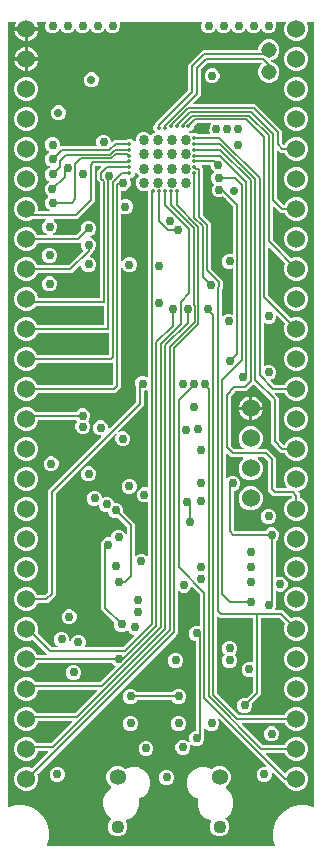
<source format=gbr>
From c3ca4f95bd59f69d45e582a4149327f57a360760 Mon Sep 17 00:00:00 2001
From: jaseg <git@jaseg.de>
Date: Sun, 30 Jan 2022 20:11:38 +0100
Subject: Rename gerbonara/gerber package to just gerbonara

---
 .../resources/eagle_files/copper_inner_l2.gbr      | 8911 --------------------
 1 file changed, 8911 deletions(-)
 delete mode 100644 gerbonara/gerber/tests/resources/eagle_files/copper_inner_l2.gbr

(limited to 'gerbonara/gerber/tests/resources/eagle_files/copper_inner_l2.gbr')

diff --git a/gerbonara/gerber/tests/resources/eagle_files/copper_inner_l2.gbr b/gerbonara/gerber/tests/resources/eagle_files/copper_inner_l2.gbr
deleted file mode 100644
index ce267ce..0000000
--- a/gerbonara/gerber/tests/resources/eagle_files/copper_inner_l2.gbr
+++ /dev/null
@@ -1,8911 +0,0 @@
-G04 EAGLE Gerber RS-274X export*
-G75*
-%MOMM*%
-%FSLAX34Y34*%
-%LPD*%
-%INCopper Layer 2*%
-%IPPOS*%
-%AMOC8*
-5,1,8,0,0,1.08239X$1,22.5*%
-G01*
-%ADD10C,1.524000*%
-%ADD11C,0.858000*%
-%ADD12C,1.358000*%
-%ADD13C,1.108000*%
-%ADD14C,1.308000*%
-%ADD15C,0.706400*%
-%ADD16C,0.756400*%
-%ADD17C,0.353200*%
-%ADD18C,0.152400*%
-%ADD19C,0.152400*%
-
-G36*
-X235713Y10180D02*
-X235713Y10180D01*
-X235831Y10198D01*
-X235835Y10200D01*
-X235839Y10200D01*
-X235944Y10256D01*
-X236050Y10311D01*
-X236052Y10314D01*
-X236056Y10316D01*
-X236138Y10402D01*
-X236221Y10487D01*
-X236223Y10491D01*
-X236226Y10494D01*
-X236276Y10602D01*
-X236327Y10709D01*
-X236327Y10713D01*
-X236329Y10717D01*
-X236342Y10834D01*
-X236357Y10953D01*
-X236356Y10958D01*
-X236356Y10961D01*
-X236353Y10975D01*
-X236331Y11119D01*
-X234839Y16688D01*
-X234839Y23312D01*
-X236554Y29712D01*
-X239866Y35449D01*
-X244551Y40134D01*
-X250288Y43446D01*
-X256688Y45161D01*
-X263312Y45161D01*
-X268881Y43669D01*
-X269000Y43657D01*
-X269117Y43644D01*
-X269122Y43645D01*
-X269126Y43644D01*
-X269241Y43671D01*
-X269358Y43696D01*
-X269361Y43698D01*
-X269366Y43699D01*
-X269467Y43761D01*
-X269569Y43822D01*
-X269572Y43825D01*
-X269575Y43828D01*
-X269652Y43919D01*
-X269729Y44009D01*
-X269730Y44013D01*
-X269733Y44016D01*
-X269776Y44126D01*
-X269807Y44204D01*
-X269811Y44212D01*
-X269811Y44214D01*
-X269821Y44237D01*
-X269821Y44242D01*
-X269823Y44245D01*
-X269823Y44259D01*
-X269839Y44404D01*
-X269839Y707390D01*
-X269836Y707410D01*
-X269838Y707429D01*
-X269816Y707531D01*
-X269800Y707633D01*
-X269790Y707650D01*
-X269786Y707670D01*
-X269733Y707759D01*
-X269684Y707850D01*
-X269670Y707864D01*
-X269660Y707881D01*
-X269581Y707948D01*
-X269506Y708020D01*
-X269488Y708028D01*
-X269473Y708041D01*
-X269377Y708080D01*
-X269283Y708123D01*
-X269263Y708125D01*
-X269245Y708133D01*
-X269078Y708151D01*
-X264181Y708151D01*
-X264135Y708144D01*
-X264090Y708146D01*
-X264015Y708124D01*
-X263938Y708112D01*
-X263897Y708090D01*
-X263853Y708077D01*
-X263789Y708033D01*
-X263721Y707996D01*
-X263689Y707963D01*
-X263651Y707937D01*
-X263605Y707874D01*
-X263551Y707818D01*
-X263532Y707776D01*
-X263504Y707740D01*
-X263480Y707666D01*
-X263448Y707595D01*
-X263442Y707549D01*
-X263428Y707506D01*
-X263429Y707428D01*
-X263420Y707351D01*
-X263430Y707306D01*
-X263431Y707260D01*
-X263469Y707128D01*
-X263473Y707110D01*
-X263475Y707106D01*
-X263477Y707099D01*
-X264711Y704121D01*
-X264711Y700079D01*
-X263164Y696344D01*
-X260306Y693486D01*
-X256571Y691939D01*
-X252529Y691939D01*
-X248794Y693486D01*
-X245936Y696344D01*
-X244389Y700079D01*
-X244389Y704121D01*
-X245623Y707099D01*
-X245633Y707143D01*
-X245652Y707185D01*
-X245661Y707262D01*
-X245679Y707338D01*
-X245674Y707384D01*
-X245680Y707429D01*
-X245663Y707506D01*
-X245656Y707583D01*
-X245637Y707625D01*
-X245627Y707670D01*
-X245587Y707737D01*
-X245556Y707808D01*
-X245525Y707842D01*
-X245501Y707881D01*
-X245442Y707932D01*
-X245389Y707989D01*
-X245349Y708011D01*
-X245314Y708041D01*
-X245242Y708070D01*
-X245174Y708107D01*
-X245129Y708116D01*
-X245086Y708133D01*
-X244950Y708148D01*
-X244932Y708151D01*
-X244927Y708150D01*
-X244919Y708151D01*
-X237818Y708151D01*
-X237772Y708144D01*
-X237727Y708146D01*
-X237652Y708124D01*
-X237575Y708112D01*
-X237534Y708090D01*
-X237490Y708077D01*
-X237426Y708033D01*
-X237358Y707996D01*
-X237326Y707963D01*
-X237288Y707937D01*
-X237242Y707874D01*
-X237188Y707818D01*
-X237169Y707776D01*
-X237141Y707740D01*
-X237117Y707666D01*
-X237085Y707595D01*
-X237079Y707549D01*
-X237065Y707506D01*
-X237066Y707428D01*
-X237057Y707351D01*
-X237067Y707306D01*
-X237068Y707260D01*
-X237106Y707128D01*
-X237110Y707110D01*
-X237112Y707106D01*
-X237114Y707099D01*
-X237463Y706258D01*
-X237463Y703742D01*
-X236500Y701418D01*
-X234722Y699640D01*
-X232398Y698677D01*
-X229882Y698677D01*
-X227558Y699640D01*
-X225780Y701418D01*
-X225493Y702110D01*
-X225456Y702171D01*
-X225426Y702237D01*
-X225391Y702275D01*
-X225364Y702319D01*
-X225308Y702365D01*
-X225260Y702418D01*
-X225214Y702443D01*
-X225174Y702476D01*
-X225107Y702502D01*
-X225044Y702536D01*
-X224993Y702546D01*
-X224945Y702564D01*
-X224873Y702567D01*
-X224802Y702580D01*
-X224751Y702573D01*
-X224699Y702575D01*
-X224630Y702555D01*
-X224559Y702544D01*
-X224513Y702521D01*
-X224463Y702506D01*
-X224404Y702465D01*
-X224340Y702433D01*
-X224303Y702396D01*
-X224261Y702366D01*
-X224218Y702309D01*
-X224168Y702257D01*
-X224133Y702194D01*
-X224114Y702169D01*
-X224107Y702146D01*
-X224087Y702110D01*
-X223800Y701418D01*
-X222022Y699640D01*
-X219698Y698677D01*
-X217182Y698677D01*
-X214858Y699640D01*
-X213080Y701418D01*
-X212793Y702110D01*
-X212756Y702171D01*
-X212726Y702237D01*
-X212691Y702275D01*
-X212664Y702319D01*
-X212608Y702365D01*
-X212560Y702418D01*
-X212514Y702443D01*
-X212474Y702476D01*
-X212407Y702502D01*
-X212344Y702536D01*
-X212293Y702546D01*
-X212245Y702564D01*
-X212173Y702567D01*
-X212102Y702580D01*
-X212051Y702573D01*
-X211999Y702575D01*
-X211930Y702555D01*
-X211859Y702544D01*
-X211813Y702521D01*
-X211763Y702506D01*
-X211704Y702465D01*
-X211640Y702433D01*
-X211603Y702396D01*
-X211561Y702366D01*
-X211518Y702308D01*
-X211468Y702257D01*
-X211433Y702194D01*
-X211414Y702169D01*
-X211406Y702146D01*
-X211387Y702110D01*
-X211100Y701418D01*
-X209322Y699640D01*
-X206998Y698677D01*
-X204482Y698677D01*
-X202158Y699640D01*
-X200380Y701418D01*
-X200093Y702110D01*
-X200056Y702171D01*
-X200026Y702237D01*
-X199991Y702275D01*
-X199964Y702319D01*
-X199909Y702365D01*
-X199860Y702418D01*
-X199814Y702443D01*
-X199774Y702476D01*
-X199707Y702502D01*
-X199644Y702536D01*
-X199593Y702546D01*
-X199545Y702564D01*
-X199473Y702567D01*
-X199402Y702580D01*
-X199351Y702573D01*
-X199299Y702575D01*
-X199230Y702555D01*
-X199159Y702544D01*
-X199113Y702521D01*
-X199063Y702506D01*
-X199004Y702465D01*
-X198940Y702433D01*
-X198903Y702396D01*
-X198861Y702366D01*
-X198818Y702308D01*
-X198768Y702257D01*
-X198733Y702194D01*
-X198714Y702169D01*
-X198707Y702146D01*
-X198687Y702110D01*
-X198400Y701418D01*
-X196622Y699640D01*
-X194298Y698677D01*
-X191782Y698677D01*
-X189458Y699640D01*
-X187680Y701418D01*
-X187393Y702110D01*
-X187356Y702171D01*
-X187326Y702237D01*
-X187291Y702275D01*
-X187264Y702319D01*
-X187208Y702365D01*
-X187160Y702418D01*
-X187114Y702443D01*
-X187074Y702476D01*
-X187007Y702502D01*
-X186944Y702536D01*
-X186893Y702546D01*
-X186845Y702564D01*
-X186773Y702567D01*
-X186702Y702580D01*
-X186651Y702573D01*
-X186599Y702575D01*
-X186530Y702555D01*
-X186459Y702544D01*
-X186413Y702521D01*
-X186363Y702506D01*
-X186304Y702465D01*
-X186240Y702433D01*
-X186203Y702396D01*
-X186161Y702366D01*
-X186118Y702308D01*
-X186068Y702257D01*
-X186033Y702194D01*
-X186014Y702169D01*
-X186007Y702146D01*
-X185987Y702110D01*
-X185700Y701418D01*
-X183922Y699640D01*
-X181598Y698677D01*
-X179082Y698677D01*
-X176758Y699640D01*
-X174980Y701418D01*
-X174017Y703742D01*
-X174017Y706258D01*
-X174366Y707099D01*
-X174376Y707143D01*
-X174395Y707185D01*
-X174404Y707262D01*
-X174422Y707338D01*
-X174417Y707384D01*
-X174423Y707429D01*
-X174406Y707506D01*
-X174399Y707583D01*
-X174380Y707625D01*
-X174370Y707670D01*
-X174330Y707737D01*
-X174299Y707808D01*
-X174268Y707842D01*
-X174244Y707881D01*
-X174185Y707932D01*
-X174132Y707989D01*
-X174092Y708011D01*
-X174057Y708041D01*
-X173985Y708070D01*
-X173917Y708107D01*
-X173872Y708116D01*
-X173829Y708133D01*
-X173693Y708148D01*
-X173675Y708151D01*
-X173670Y708150D01*
-X173662Y708151D01*
-X105771Y708151D01*
-X105726Y708144D01*
-X105680Y708146D01*
-X105605Y708124D01*
-X105528Y708112D01*
-X105488Y708090D01*
-X105443Y708077D01*
-X105379Y708033D01*
-X105311Y707996D01*
-X105279Y707963D01*
-X105241Y707937D01*
-X105195Y707874D01*
-X105141Y707818D01*
-X105122Y707776D01*
-X105095Y707740D01*
-X105070Y707666D01*
-X105038Y707595D01*
-X105033Y707549D01*
-X105018Y707506D01*
-X105019Y707428D01*
-X105011Y707351D01*
-X105020Y707306D01*
-X105021Y707260D01*
-X105059Y707128D01*
-X105063Y707110D01*
-X105065Y707106D01*
-X105068Y707099D01*
-X105383Y706338D01*
-X105383Y703822D01*
-X104420Y701498D01*
-X102642Y699720D01*
-X100318Y698757D01*
-X97802Y698757D01*
-X95478Y699720D01*
-X93700Y701498D01*
-X93430Y702150D01*
-X93392Y702211D01*
-X93363Y702277D01*
-X93328Y702315D01*
-X93300Y702359D01*
-X93245Y702405D01*
-X93197Y702458D01*
-X93151Y702483D01*
-X93111Y702516D01*
-X93044Y702542D01*
-X92981Y702576D01*
-X92930Y702586D01*
-X92881Y702604D01*
-X92810Y702607D01*
-X92739Y702620D01*
-X92687Y702613D01*
-X92635Y702615D01*
-X92567Y702595D01*
-X92496Y702584D01*
-X92449Y702561D01*
-X92399Y702546D01*
-X92340Y702505D01*
-X92276Y702473D01*
-X92240Y702436D01*
-X92197Y702406D01*
-X92154Y702348D01*
-X92104Y702297D01*
-X92070Y702234D01*
-X92050Y702209D01*
-X92043Y702186D01*
-X92023Y702150D01*
-X91720Y701418D01*
-X89942Y699640D01*
-X87618Y698677D01*
-X85102Y698677D01*
-X82778Y699640D01*
-X81000Y701418D01*
-X80713Y702110D01*
-X80676Y702171D01*
-X80646Y702237D01*
-X80611Y702275D01*
-X80584Y702319D01*
-X80528Y702365D01*
-X80480Y702418D01*
-X80434Y702443D01*
-X80394Y702476D01*
-X80327Y702502D01*
-X80264Y702536D01*
-X80213Y702546D01*
-X80165Y702564D01*
-X80093Y702567D01*
-X80022Y702580D01*
-X79971Y702573D01*
-X79919Y702575D01*
-X79850Y702555D01*
-X79779Y702544D01*
-X79733Y702521D01*
-X79683Y702506D01*
-X79624Y702465D01*
-X79560Y702433D01*
-X79523Y702396D01*
-X79481Y702366D01*
-X79438Y702308D01*
-X79388Y702257D01*
-X79353Y702194D01*
-X79334Y702169D01*
-X79327Y702146D01*
-X79307Y702110D01*
-X79020Y701418D01*
-X77242Y699640D01*
-X74918Y698677D01*
-X72402Y698677D01*
-X70078Y699640D01*
-X68300Y701418D01*
-X68013Y702110D01*
-X67976Y702171D01*
-X67946Y702237D01*
-X67911Y702275D01*
-X67884Y702319D01*
-X67828Y702365D01*
-X67780Y702418D01*
-X67734Y702443D01*
-X67694Y702476D01*
-X67627Y702502D01*
-X67564Y702536D01*
-X67513Y702546D01*
-X67465Y702564D01*
-X67393Y702567D01*
-X67322Y702580D01*
-X67271Y702573D01*
-X67219Y702575D01*
-X67150Y702555D01*
-X67079Y702544D01*
-X67033Y702521D01*
-X66983Y702506D01*
-X66924Y702465D01*
-X66860Y702433D01*
-X66823Y702396D01*
-X66781Y702366D01*
-X66738Y702309D01*
-X66688Y702257D01*
-X66653Y702194D01*
-X66634Y702169D01*
-X66627Y702146D01*
-X66607Y702110D01*
-X66320Y701418D01*
-X64542Y699640D01*
-X62218Y698677D01*
-X59702Y698677D01*
-X57378Y699640D01*
-X55600Y701418D01*
-X55313Y702110D01*
-X55276Y702171D01*
-X55246Y702237D01*
-X55211Y702275D01*
-X55184Y702319D01*
-X55129Y702365D01*
-X55080Y702418D01*
-X55034Y702443D01*
-X54994Y702476D01*
-X54927Y702502D01*
-X54864Y702536D01*
-X54813Y702546D01*
-X54765Y702564D01*
-X54693Y702567D01*
-X54622Y702580D01*
-X54571Y702573D01*
-X54519Y702575D01*
-X54450Y702555D01*
-X54379Y702544D01*
-X54333Y702521D01*
-X54283Y702506D01*
-X54224Y702465D01*
-X54160Y702433D01*
-X54123Y702396D01*
-X54081Y702366D01*
-X54038Y702308D01*
-X53988Y702257D01*
-X53953Y702194D01*
-X53934Y702169D01*
-X53927Y702146D01*
-X53907Y702110D01*
-X53620Y701418D01*
-X51842Y699640D01*
-X49518Y698677D01*
-X47002Y698677D01*
-X44678Y699640D01*
-X42900Y701418D01*
-X41937Y703742D01*
-X41937Y706258D01*
-X42286Y707099D01*
-X42296Y707143D01*
-X42315Y707185D01*
-X42324Y707262D01*
-X42342Y707338D01*
-X42337Y707384D01*
-X42343Y707429D01*
-X42326Y707506D01*
-X42319Y707583D01*
-X42300Y707625D01*
-X42290Y707670D01*
-X42250Y707737D01*
-X42219Y707808D01*
-X42188Y707842D01*
-X42164Y707881D01*
-X42105Y707932D01*
-X42052Y707989D01*
-X42012Y708011D01*
-X41977Y708041D01*
-X41905Y708070D01*
-X41837Y708107D01*
-X41792Y708116D01*
-X41749Y708133D01*
-X41613Y708148D01*
-X41595Y708151D01*
-X41590Y708150D01*
-X41582Y708151D01*
-X35513Y708151D01*
-X35438Y708139D01*
-X35362Y708136D01*
-X35317Y708119D01*
-X35270Y708112D01*
-X35203Y708076D01*
-X35132Y708049D01*
-X35095Y708019D01*
-X35053Y707996D01*
-X35000Y707942D01*
-X34942Y707894D01*
-X34916Y707853D01*
-X34883Y707818D01*
-X34851Y707749D01*
-X34811Y707685D01*
-X34800Y707639D01*
-X34780Y707595D01*
-X34771Y707520D01*
-X34753Y707446D01*
-X34758Y707398D01*
-X34752Y707351D01*
-X34768Y707277D01*
-X34775Y707201D01*
-X34798Y707141D01*
-X34805Y707110D01*
-X34818Y707088D01*
-X34834Y707044D01*
-X35366Y706000D01*
-X35861Y704479D01*
-X35996Y703623D01*
-X26712Y703623D01*
-X26692Y703620D01*
-X26673Y703622D01*
-X26571Y703600D01*
-X26469Y703583D01*
-X26452Y703574D01*
-X26432Y703570D01*
-X26343Y703517D01*
-X26252Y703468D01*
-X26238Y703454D01*
-X26221Y703444D01*
-X26154Y703365D01*
-X26083Y703290D01*
-X26074Y703272D01*
-X26061Y703257D01*
-X26023Y703161D01*
-X25979Y703067D01*
-X25977Y703047D01*
-X25969Y703029D01*
-X25951Y702862D01*
-X25951Y702099D01*
-X25949Y702099D01*
-X25949Y702862D01*
-X25946Y702882D01*
-X25948Y702901D01*
-X25926Y703003D01*
-X25909Y703105D01*
-X25900Y703122D01*
-X25896Y703142D01*
-X25843Y703231D01*
-X25794Y703322D01*
-X25780Y703336D01*
-X25770Y703353D01*
-X25691Y703420D01*
-X25616Y703491D01*
-X25598Y703500D01*
-X25583Y703513D01*
-X25487Y703552D01*
-X25393Y703595D01*
-X25373Y703597D01*
-X25355Y703605D01*
-X25188Y703623D01*
-X15904Y703623D01*
-X16039Y704479D01*
-X16534Y706000D01*
-X17066Y707044D01*
-X17089Y707116D01*
-X17120Y707185D01*
-X17126Y707233D01*
-X17140Y707279D01*
-X17139Y707354D01*
-X17148Y707429D01*
-X17137Y707477D01*
-X17137Y707525D01*
-X17111Y707596D01*
-X17095Y707670D01*
-X17071Y707711D01*
-X17055Y707757D01*
-X17008Y707816D01*
-X16969Y707881D01*
-X16933Y707912D01*
-X16903Y707950D01*
-X16840Y707992D01*
-X16782Y708041D01*
-X16738Y708059D01*
-X16697Y708085D01*
-X16624Y708105D01*
-X16554Y708133D01*
-X16490Y708140D01*
-X16459Y708148D01*
-X16434Y708146D01*
-X16387Y708151D01*
-X10922Y708151D01*
-X10902Y708148D01*
-X10883Y708150D01*
-X10781Y708128D01*
-X10679Y708112D01*
-X10662Y708102D01*
-X10642Y708098D01*
-X10553Y708045D01*
-X10462Y707996D01*
-X10448Y707982D01*
-X10431Y707972D01*
-X10364Y707893D01*
-X10292Y707818D01*
-X10284Y707800D01*
-X10271Y707785D01*
-X10232Y707689D01*
-X10189Y707595D01*
-X10187Y707575D01*
-X10179Y707557D01*
-X10161Y707390D01*
-X10161Y44404D01*
-X10163Y44390D01*
-X10162Y44378D01*
-X10175Y44316D01*
-X10180Y44287D01*
-X10198Y44169D01*
-X10200Y44165D01*
-X10200Y44161D01*
-X10256Y44056D01*
-X10311Y43950D01*
-X10314Y43948D01*
-X10316Y43944D01*
-X10402Y43862D01*
-X10487Y43779D01*
-X10491Y43777D01*
-X10494Y43774D01*
-X10602Y43724D01*
-X10709Y43673D01*
-X10713Y43673D01*
-X10717Y43671D01*
-X10834Y43658D01*
-X10953Y43643D01*
-X10958Y43644D01*
-X10961Y43644D01*
-X10975Y43647D01*
-X11119Y43669D01*
-X16688Y45161D01*
-X23312Y45161D01*
-X29712Y43446D01*
-X35449Y40134D01*
-X40134Y35449D01*
-X43446Y29712D01*
-X45161Y23312D01*
-X45161Y16688D01*
-X43669Y11119D01*
-X43657Y11000D01*
-X43644Y10883D01*
-X43645Y10878D01*
-X43644Y10874D01*
-X43671Y10759D01*
-X43696Y10642D01*
-X43698Y10639D01*
-X43699Y10634D01*
-X43761Y10533D01*
-X43822Y10431D01*
-X43825Y10428D01*
-X43828Y10425D01*
-X43919Y10348D01*
-X44009Y10271D01*
-X44013Y10270D01*
-X44016Y10267D01*
-X44126Y10224D01*
-X44237Y10179D01*
-X44242Y10179D01*
-X44245Y10177D01*
-X44259Y10177D01*
-X44404Y10161D01*
-X235596Y10161D01*
-X235713Y10180D01*
-G37*
-%LPC*%
-G36*
-X23929Y56939D02*
-X23929Y56939D01*
-X20194Y58486D01*
-X17336Y61344D01*
-X15789Y65079D01*
-X15789Y69121D01*
-X17336Y72856D01*
-X20194Y75714D01*
-X23929Y77261D01*
-X27971Y77261D01*
-X30315Y76290D01*
-X30428Y76263D01*
-X30542Y76235D01*
-X30548Y76235D01*
-X30554Y76234D01*
-X30671Y76245D01*
-X30787Y76254D01*
-X30793Y76256D01*
-X30799Y76257D01*
-X30907Y76305D01*
-X31013Y76350D01*
-X31019Y76355D01*
-X31024Y76357D01*
-X31038Y76370D01*
-X31144Y76455D01*
-X44067Y89378D01*
-X44109Y89436D01*
-X44158Y89488D01*
-X44180Y89535D01*
-X44211Y89577D01*
-X44232Y89646D01*
-X44262Y89711D01*
-X44268Y89763D01*
-X44283Y89813D01*
-X44281Y89884D01*
-X44289Y89955D01*
-X44278Y90006D01*
-X44277Y90058D01*
-X44252Y90126D01*
-X44237Y90196D01*
-X44210Y90240D01*
-X44192Y90289D01*
-X44147Y90345D01*
-X44110Y90407D01*
-X44071Y90441D01*
-X44038Y90481D01*
-X43978Y90520D01*
-X43924Y90567D01*
-X43875Y90586D01*
-X43831Y90614D01*
-X43762Y90632D01*
-X43695Y90659D01*
-X43624Y90667D01*
-X43593Y90675D01*
-X43570Y90673D01*
-X43529Y90677D01*
-X36702Y90677D01*
-X36587Y90658D01*
-X36471Y90641D01*
-X36465Y90639D01*
-X36459Y90638D01*
-X36356Y90583D01*
-X36251Y90530D01*
-X36247Y90525D01*
-X36241Y90522D01*
-X36162Y90438D01*
-X36079Y90354D01*
-X36075Y90348D01*
-X36072Y90344D01*
-X36064Y90327D01*
-X35998Y90207D01*
-X34564Y86744D01*
-X31706Y83886D01*
-X27971Y82339D01*
-X23929Y82339D01*
-X20194Y83886D01*
-X17336Y86744D01*
-X15789Y90479D01*
-X15789Y94521D01*
-X17336Y98256D01*
-X20194Y101114D01*
-X23929Y102661D01*
-X27971Y102661D01*
-X31706Y101114D01*
-X34564Y98256D01*
-X34772Y97753D01*
-X34834Y97654D01*
-X34894Y97553D01*
-X34898Y97549D01*
-X34902Y97544D01*
-X34991Y97470D01*
-X35081Y97393D01*
-X35086Y97391D01*
-X35091Y97387D01*
-X35199Y97345D01*
-X35309Y97301D01*
-X35316Y97300D01*
-X35321Y97299D01*
-X35339Y97298D01*
-X35475Y97283D01*
-X46577Y97283D01*
-X46667Y97297D01*
-X46758Y97305D01*
-X46787Y97317D01*
-X46819Y97322D01*
-X46900Y97365D01*
-X46984Y97401D01*
-X47016Y97427D01*
-X47037Y97438D01*
-X47059Y97461D01*
-X47115Y97506D01*
-X64387Y114778D01*
-X64429Y114836D01*
-X64478Y114888D01*
-X64500Y114935D01*
-X64531Y114977D01*
-X64552Y115046D01*
-X64582Y115111D01*
-X64588Y115163D01*
-X64603Y115213D01*
-X64601Y115284D01*
-X64609Y115355D01*
-X64598Y115406D01*
-X64597Y115458D01*
-X64572Y115526D01*
-X64557Y115596D01*
-X64530Y115641D01*
-X64512Y115689D01*
-X64467Y115745D01*
-X64430Y115807D01*
-X64391Y115841D01*
-X64358Y115881D01*
-X64298Y115920D01*
-X64244Y115967D01*
-X64195Y115986D01*
-X64151Y116014D01*
-X64082Y116032D01*
-X64015Y116059D01*
-X63944Y116067D01*
-X63913Y116075D01*
-X63890Y116073D01*
-X63849Y116077D01*
-X36702Y116077D01*
-X36587Y116058D01*
-X36471Y116041D01*
-X36465Y116039D01*
-X36459Y116038D01*
-X36356Y115983D01*
-X36251Y115930D01*
-X36247Y115925D01*
-X36241Y115922D01*
-X36162Y115838D01*
-X36079Y115754D01*
-X36075Y115748D01*
-X36072Y115744D01*
-X36064Y115727D01*
-X35998Y115607D01*
-X34564Y112144D01*
-X31706Y109286D01*
-X27971Y107739D01*
-X23929Y107739D01*
-X20194Y109286D01*
-X17336Y112144D01*
-X15789Y115879D01*
-X15789Y119921D01*
-X17336Y123656D01*
-X20194Y126514D01*
-X23929Y128061D01*
-X27971Y128061D01*
-X31706Y126514D01*
-X34564Y123656D01*
-X34772Y123153D01*
-X34834Y123054D01*
-X34894Y122953D01*
-X34898Y122949D01*
-X34902Y122944D01*
-X34991Y122870D01*
-X35081Y122793D01*
-X35086Y122791D01*
-X35091Y122787D01*
-X35199Y122745D01*
-X35309Y122701D01*
-X35316Y122700D01*
-X35321Y122699D01*
-X35339Y122698D01*
-X35475Y122683D01*
-X66897Y122683D01*
-X66987Y122697D01*
-X67078Y122705D01*
-X67107Y122717D01*
-X67139Y122722D01*
-X67220Y122765D01*
-X67304Y122801D01*
-X67336Y122827D01*
-X67357Y122838D01*
-X67379Y122861D01*
-X67435Y122906D01*
-X85767Y141238D01*
-X85809Y141296D01*
-X85858Y141348D01*
-X85880Y141395D01*
-X85911Y141437D01*
-X85932Y141506D01*
-X85962Y141571D01*
-X85968Y141623D01*
-X85983Y141673D01*
-X85981Y141744D01*
-X85989Y141815D01*
-X85978Y141866D01*
-X85977Y141918D01*
-X85952Y141986D01*
-X85937Y142056D01*
-X85910Y142101D01*
-X85892Y142149D01*
-X85847Y142205D01*
-X85810Y142267D01*
-X85771Y142301D01*
-X85738Y142341D01*
-X85678Y142380D01*
-X85624Y142427D01*
-X85575Y142446D01*
-X85531Y142474D01*
-X85462Y142492D01*
-X85395Y142519D01*
-X85324Y142527D01*
-X85293Y142535D01*
-X85270Y142533D01*
-X85229Y142537D01*
-X36872Y142537D01*
-X36852Y142534D01*
-X36833Y142536D01*
-X36731Y142514D01*
-X36629Y142498D01*
-X36612Y142488D01*
-X36592Y142484D01*
-X36503Y142431D01*
-X36412Y142382D01*
-X36398Y142368D01*
-X36381Y142358D01*
-X36314Y142279D01*
-X36242Y142204D01*
-X36234Y142186D01*
-X36221Y142171D01*
-X36182Y142075D01*
-X36139Y141981D01*
-X36137Y141961D01*
-X36129Y141943D01*
-X36111Y141776D01*
-X36111Y141279D01*
-X34564Y137544D01*
-X31706Y134686D01*
-X27971Y133139D01*
-X23929Y133139D01*
-X20194Y134686D01*
-X17336Y137544D01*
-X15789Y141279D01*
-X15789Y145321D01*
-X17336Y149056D01*
-X20194Y151914D01*
-X23929Y153461D01*
-X27971Y153461D01*
-X31706Y151914D01*
-X34254Y149366D01*
-X34328Y149313D01*
-X34397Y149253D01*
-X34427Y149241D01*
-X34454Y149222D01*
-X34540Y149195D01*
-X34625Y149161D01*
-X34666Y149157D01*
-X34689Y149150D01*
-X34721Y149151D01*
-X34792Y149143D01*
-X88277Y149143D01*
-X88367Y149157D01*
-X88458Y149165D01*
-X88487Y149177D01*
-X88519Y149182D01*
-X88600Y149225D01*
-X88684Y149261D01*
-X88716Y149287D01*
-X88737Y149298D01*
-X88759Y149321D01*
-X88815Y149366D01*
-X101279Y161830D01*
-X101306Y161867D01*
-X101340Y161898D01*
-X101378Y161967D01*
-X101423Y162030D01*
-X101436Y162074D01*
-X101458Y162114D01*
-X101472Y162190D01*
-X101495Y162265D01*
-X101494Y162311D01*
-X101502Y162356D01*
-X101491Y162433D01*
-X101489Y162511D01*
-X101473Y162554D01*
-X101466Y162599D01*
-X101431Y162669D01*
-X101404Y162742D01*
-X101376Y162778D01*
-X101355Y162819D01*
-X101299Y162873D01*
-X101251Y162934D01*
-X101212Y162959D01*
-X101179Y162991D01*
-X101060Y163057D01*
-X101044Y163067D01*
-X101039Y163068D01*
-X101032Y163072D01*
-X100558Y163268D01*
-X98720Y165106D01*
-X98708Y165127D01*
-X98703Y165131D01*
-X98700Y165136D01*
-X98610Y165211D01*
-X98521Y165287D01*
-X98515Y165289D01*
-X98510Y165293D01*
-X98401Y165335D01*
-X98293Y165379D01*
-X98285Y165380D01*
-X98281Y165381D01*
-X98263Y165382D01*
-X98126Y165397D01*
-X36088Y165397D01*
-X35974Y165378D01*
-X35858Y165361D01*
-X35852Y165359D01*
-X35846Y165358D01*
-X35743Y165303D01*
-X35638Y165250D01*
-X35634Y165245D01*
-X35628Y165242D01*
-X35549Y165158D01*
-X35466Y165074D01*
-X35462Y165068D01*
-X35459Y165064D01*
-X35451Y165047D01*
-X35385Y164927D01*
-X34564Y162944D01*
-X31706Y160086D01*
-X27971Y158539D01*
-X23929Y158539D01*
-X20194Y160086D01*
-X17336Y162944D01*
-X15789Y166679D01*
-X15789Y170721D01*
-X17336Y174456D01*
-X20194Y177314D01*
-X23929Y178861D01*
-X27971Y178861D01*
-X31706Y177314D01*
-X34564Y174456D01*
-X35385Y172473D01*
-X35447Y172373D01*
-X35507Y172273D01*
-X35511Y172269D01*
-X35515Y172264D01*
-X35605Y172189D01*
-X35694Y172113D01*
-X35699Y172111D01*
-X35704Y172107D01*
-X35813Y172065D01*
-X35922Y172021D01*
-X35929Y172020D01*
-X35934Y172019D01*
-X35952Y172018D01*
-X36088Y172003D01*
-X42975Y172003D01*
-X43045Y172014D01*
-X43117Y172016D01*
-X43166Y172034D01*
-X43217Y172042D01*
-X43281Y172076D01*
-X43348Y172101D01*
-X43389Y172133D01*
-X43435Y172158D01*
-X43484Y172210D01*
-X43540Y172254D01*
-X43568Y172298D01*
-X43604Y172336D01*
-X43634Y172401D01*
-X43673Y172461D01*
-X43686Y172512D01*
-X43708Y172559D01*
-X43716Y172630D01*
-X43733Y172700D01*
-X43729Y172752D01*
-X43735Y172803D01*
-X43720Y172874D01*
-X43714Y172945D01*
-X43694Y172993D01*
-X43683Y173044D01*
-X43646Y173105D01*
-X43618Y173171D01*
-X43573Y173227D01*
-X43556Y173255D01*
-X43539Y173270D01*
-X43513Y173302D01*
-X42700Y174115D01*
-X31799Y185016D01*
-X31705Y185084D01*
-X31610Y185154D01*
-X31604Y185156D01*
-X31599Y185160D01*
-X31488Y185194D01*
-X31376Y185230D01*
-X31370Y185230D01*
-X31364Y185232D01*
-X31247Y185229D01*
-X31131Y185228D01*
-X31123Y185226D01*
-X31118Y185226D01*
-X31101Y185219D01*
-X30969Y185181D01*
-X27971Y183939D01*
-X23929Y183939D01*
-X20194Y185486D01*
-X17336Y188344D01*
-X15789Y192079D01*
-X15789Y196121D01*
-X17336Y199856D01*
-X20194Y202714D01*
-X23929Y204261D01*
-X27971Y204261D01*
-X31706Y202714D01*
-X34564Y199856D01*
-X36111Y196121D01*
-X36111Y192079D01*
-X35710Y191111D01*
-X35683Y190997D01*
-X35655Y190884D01*
-X35655Y190878D01*
-X35654Y190872D01*
-X35665Y190755D01*
-X35674Y190639D01*
-X35676Y190633D01*
-X35677Y190627D01*
-X35725Y190519D01*
-X35770Y190413D01*
-X35775Y190407D01*
-X35777Y190402D01*
-X35790Y190389D01*
-X35875Y190282D01*
-X47371Y178786D01*
-X47445Y178733D01*
-X47514Y178673D01*
-X47545Y178661D01*
-X47571Y178642D01*
-X47658Y178615D01*
-X47743Y178581D01*
-X47784Y178577D01*
-X47806Y178570D01*
-X47838Y178571D01*
-X47909Y178563D01*
-X52086Y178563D01*
-X52182Y178578D01*
-X52279Y178588D01*
-X52303Y178598D01*
-X52329Y178602D01*
-X52415Y178648D01*
-X52504Y178688D01*
-X52523Y178705D01*
-X52546Y178718D01*
-X52613Y178788D01*
-X52685Y178854D01*
-X52697Y178877D01*
-X52715Y178896D01*
-X52756Y178984D01*
-X52803Y179070D01*
-X52808Y179095D01*
-X52819Y179119D01*
-X52830Y179216D01*
-X52847Y179312D01*
-X52843Y179338D01*
-X52846Y179363D01*
-X52825Y179459D01*
-X52811Y179555D01*
-X52799Y179578D01*
-X52794Y179604D01*
-X52744Y179687D01*
-X52700Y179774D01*
-X52681Y179793D01*
-X52668Y179815D01*
-X52594Y179878D01*
-X52524Y179946D01*
-X52495Y179962D01*
-X52481Y179975D01*
-X52450Y179987D01*
-X52377Y180027D01*
-X52298Y180060D01*
-X50520Y181838D01*
-X49557Y184162D01*
-X49557Y186678D01*
-X50520Y189002D01*
-X52298Y190780D01*
-X54622Y191743D01*
-X57138Y191743D01*
-X59462Y190780D01*
-X61240Y189002D01*
-X62203Y186678D01*
-X62203Y184767D01*
-X62218Y184671D01*
-X62228Y184574D01*
-X62238Y184550D01*
-X62242Y184524D01*
-X62288Y184438D01*
-X62328Y184349D01*
-X62345Y184330D01*
-X62358Y184307D01*
-X62428Y184240D01*
-X62494Y184168D01*
-X62517Y184156D01*
-X62536Y184137D01*
-X62624Y184096D01*
-X62710Y184050D01*
-X62735Y184045D01*
-X62759Y184034D01*
-X62856Y184023D01*
-X62952Y184006D01*
-X62978Y184010D01*
-X63003Y184007D01*
-X63099Y184027D01*
-X63195Y184042D01*
-X63218Y184053D01*
-X63244Y184059D01*
-X63327Y184109D01*
-X63414Y184153D01*
-X63433Y184172D01*
-X63455Y184185D01*
-X63518Y184259D01*
-X63586Y184329D01*
-X63602Y184357D01*
-X63615Y184372D01*
-X63627Y184403D01*
-X63667Y184476D01*
-X64490Y186462D01*
-X66268Y188240D01*
-X68592Y189203D01*
-X71108Y189203D01*
-X73432Y188240D01*
-X75210Y186462D01*
-X76173Y184138D01*
-X76173Y181622D01*
-X75341Y179615D01*
-X75331Y179571D01*
-X75312Y179529D01*
-X75303Y179452D01*
-X75285Y179376D01*
-X75290Y179330D01*
-X75284Y179285D01*
-X75301Y179208D01*
-X75308Y179131D01*
-X75327Y179089D01*
-X75337Y179044D01*
-X75377Y178977D01*
-X75408Y178906D01*
-X75439Y178872D01*
-X75463Y178833D01*
-X75522Y178782D01*
-X75575Y178725D01*
-X75615Y178703D01*
-X75650Y178673D01*
-X75722Y178644D01*
-X75790Y178607D01*
-X75835Y178598D01*
-X75878Y178581D01*
-X76014Y178566D01*
-X76032Y178563D01*
-X76037Y178564D01*
-X76045Y178563D01*
-X107537Y178563D01*
-X107627Y178577D01*
-X107718Y178585D01*
-X107747Y178597D01*
-X107779Y178602D01*
-X107860Y178645D01*
-X107944Y178681D01*
-X107976Y178707D01*
-X107997Y178718D01*
-X108019Y178741D01*
-X108075Y178786D01*
-X117247Y187958D01*
-X117289Y188016D01*
-X117300Y188026D01*
-X117302Y188029D01*
-X117338Y188068D01*
-X117360Y188115D01*
-X117391Y188157D01*
-X117412Y188226D01*
-X117442Y188291D01*
-X117448Y188343D01*
-X117463Y188393D01*
-X117461Y188464D01*
-X117469Y188535D01*
-X117458Y188586D01*
-X117457Y188638D01*
-X117432Y188706D01*
-X117417Y188776D01*
-X117390Y188821D01*
-X117372Y188869D01*
-X117327Y188925D01*
-X117290Y188987D01*
-X117251Y189021D01*
-X117218Y189061D01*
-X117158Y189100D01*
-X117155Y189102D01*
-X117139Y189118D01*
-X117132Y189122D01*
-X117104Y189147D01*
-X117055Y189166D01*
-X117011Y189194D01*
-X116992Y189199D01*
-X114528Y190220D01*
-X112750Y191998D01*
-X112234Y193244D01*
-X112210Y193283D01*
-X112194Y193326D01*
-X112145Y193387D01*
-X112104Y193453D01*
-X112069Y193482D01*
-X112040Y193518D01*
-X111975Y193560D01*
-X111915Y193610D01*
-X111872Y193626D01*
-X111833Y193651D01*
-X111758Y193670D01*
-X111685Y193698D01*
-X111639Y193700D01*
-X111595Y193711D01*
-X111517Y193705D01*
-X111440Y193708D01*
-X111395Y193695D01*
-X111350Y193692D01*
-X111278Y193661D01*
-X111203Y193640D01*
-X111166Y193614D01*
-X111123Y193596D01*
-X111017Y193510D01*
-X111001Y193499D01*
-X110998Y193495D01*
-X110992Y193491D01*
-X110262Y192760D01*
-X107938Y191797D01*
-X105422Y191797D01*
-X103098Y192760D01*
-X101320Y194538D01*
-X100357Y196862D01*
-X100357Y199457D01*
-X100343Y199547D01*
-X100335Y199638D01*
-X100323Y199667D01*
-X100318Y199699D01*
-X100275Y199780D01*
-X100239Y199864D01*
-X100213Y199896D01*
-X100202Y199917D01*
-X100179Y199939D01*
-X100134Y199995D01*
-X89407Y210722D01*
-X89407Y262862D01*
-X89397Y262927D01*
-X89396Y262992D01*
-X89373Y263072D01*
-X89368Y263105D01*
-X89358Y263122D01*
-X89349Y263153D01*
-X88927Y264172D01*
-X88927Y266688D01*
-X89890Y269012D01*
-X91668Y270790D01*
-X93992Y271753D01*
-X96508Y271753D01*
-X96765Y271646D01*
-X96809Y271636D01*
-X96851Y271616D01*
-X96928Y271608D01*
-X97004Y271590D01*
-X97050Y271594D01*
-X97095Y271589D01*
-X97172Y271606D01*
-X97249Y271613D01*
-X97291Y271632D01*
-X97336Y271642D01*
-X97403Y271682D01*
-X97474Y271713D01*
-X97508Y271744D01*
-X97547Y271768D01*
-X97598Y271827D01*
-X97655Y271880D01*
-X97677Y271920D01*
-X97707Y271955D01*
-X97736Y272027D01*
-X97773Y272095D01*
-X97782Y272140D01*
-X97799Y272183D01*
-X97814Y272319D01*
-X97817Y272337D01*
-X97816Y272342D01*
-X97817Y272350D01*
-X97817Y273038D01*
-X98780Y275362D01*
-X100558Y277140D01*
-X102882Y278103D01*
-X105398Y278103D01*
-X107722Y277140D01*
-X109500Y275362D01*
-X109533Y275283D01*
-X109584Y275200D01*
-X109630Y275114D01*
-X109648Y275096D01*
-X109662Y275074D01*
-X109737Y275012D01*
-X109808Y274945D01*
-X109832Y274934D01*
-X109852Y274917D01*
-X109943Y274882D01*
-X110031Y274841D01*
-X110057Y274838D01*
-X110081Y274829D01*
-X110179Y274825D01*
-X110275Y274814D01*
-X110301Y274820D01*
-X110327Y274818D01*
-X110421Y274846D01*
-X110516Y274866D01*
-X110538Y274880D01*
-X110563Y274887D01*
-X110643Y274943D01*
-X110727Y274992D01*
-X110744Y275012D01*
-X110765Y275027D01*
-X110824Y275105D01*
-X110887Y275179D01*
-X110897Y275204D01*
-X110912Y275225D01*
-X110942Y275317D01*
-X110979Y275408D01*
-X110982Y275440D01*
-X110988Y275458D01*
-X110988Y275492D01*
-X110997Y275574D01*
-X110997Y280257D01*
-X110983Y280347D01*
-X110975Y280438D01*
-X110963Y280467D01*
-X110958Y280499D01*
-X110915Y280580D01*
-X110879Y280664D01*
-X110853Y280696D01*
-X110842Y280717D01*
-X110819Y280739D01*
-X110774Y280795D01*
-X103475Y288094D01*
-X103401Y288147D01*
-X103332Y288207D01*
-X103301Y288219D01*
-X103275Y288238D01*
-X103188Y288265D01*
-X103103Y288299D01*
-X103062Y288303D01*
-X103040Y288310D01*
-X103008Y288309D01*
-X102937Y288317D01*
-X100342Y288317D01*
-X98018Y289280D01*
-X96240Y291058D01*
-X95466Y292927D01*
-X95404Y293027D01*
-X95344Y293127D01*
-X95339Y293131D01*
-X95336Y293136D01*
-X95246Y293211D01*
-X95157Y293287D01*
-X95151Y293289D01*
-X95147Y293293D01*
-X95039Y293335D01*
-X94929Y293379D01*
-X94922Y293380D01*
-X94917Y293381D01*
-X94899Y293382D01*
-X94762Y293397D01*
-X92722Y293397D01*
-X90398Y294360D01*
-X88620Y296138D01*
-X87651Y298478D01*
-X87652Y298498D01*
-X87630Y298573D01*
-X87618Y298649D01*
-X87596Y298690D01*
-X87583Y298734D01*
-X87539Y298798D01*
-X87502Y298867D01*
-X87469Y298898D01*
-X87443Y298936D01*
-X87380Y298982D01*
-X87324Y299036D01*
-X87282Y299055D01*
-X87246Y299083D01*
-X87172Y299107D01*
-X87101Y299140D01*
-X87055Y299145D01*
-X87012Y299159D01*
-X86934Y299158D01*
-X86857Y299167D01*
-X86812Y299157D01*
-X86766Y299157D01*
-X86634Y299118D01*
-X86616Y299114D01*
-X86612Y299112D01*
-X86605Y299110D01*
-X85078Y298477D01*
-X82562Y298477D01*
-X80238Y299440D01*
-X78460Y301218D01*
-X77497Y303542D01*
-X77497Y306058D01*
-X78460Y308382D01*
-X80238Y310160D01*
-X82562Y311123D01*
-X85078Y311123D01*
-X87402Y310160D01*
-X89180Y308382D01*
-X90149Y306042D01*
-X90148Y306022D01*
-X90170Y305947D01*
-X90182Y305871D01*
-X90204Y305830D01*
-X90217Y305786D01*
-X90261Y305722D01*
-X90298Y305653D01*
-X90331Y305622D01*
-X90357Y305584D01*
-X90420Y305538D01*
-X90476Y305484D01*
-X90518Y305465D01*
-X90554Y305437D01*
-X90628Y305413D01*
-X90699Y305380D01*
-X90745Y305375D01*
-X90788Y305361D01*
-X90866Y305362D01*
-X90943Y305353D01*
-X90988Y305363D01*
-X91034Y305363D01*
-X91166Y305402D01*
-X91184Y305406D01*
-X91188Y305408D01*
-X91195Y305410D01*
-X92722Y306043D01*
-X95238Y306043D01*
-X97562Y305080D01*
-X99340Y303302D01*
-X100114Y301433D01*
-X100176Y301333D01*
-X100236Y301233D01*
-X100240Y301229D01*
-X100244Y301224D01*
-X100334Y301149D01*
-X100423Y301073D01*
-X100429Y301071D01*
-X100433Y301067D01*
-X100542Y301025D01*
-X100651Y300981D01*
-X100658Y300980D01*
-X100663Y300979D01*
-X100681Y300978D01*
-X100818Y300963D01*
-X102858Y300963D01*
-X105182Y300000D01*
-X106960Y298222D01*
-X107923Y295898D01*
-X107923Y293303D01*
-X107937Y293213D01*
-X107945Y293122D01*
-X107957Y293093D01*
-X107962Y293061D01*
-X108005Y292980D01*
-X108041Y292896D01*
-X108067Y292864D01*
-X108078Y292843D01*
-X108101Y292821D01*
-X108146Y292765D01*
-X117603Y283308D01*
-X117603Y256652D01*
-X117614Y256581D01*
-X117616Y256510D01*
-X117634Y256461D01*
-X117642Y256409D01*
-X117676Y256346D01*
-X117701Y256279D01*
-X117733Y256238D01*
-X117758Y256192D01*
-X117810Y256143D01*
-X117854Y256087D01*
-X117898Y256059D01*
-X117936Y256023D01*
-X118001Y255993D01*
-X118061Y255954D01*
-X118112Y255941D01*
-X118159Y255919D01*
-X118230Y255911D01*
-X118300Y255894D01*
-X118352Y255898D01*
-X118403Y255892D01*
-X118474Y255907D01*
-X118545Y255913D01*
-X118593Y255933D01*
-X118644Y255944D01*
-X118705Y255981D01*
-X118771Y256009D01*
-X118827Y256054D01*
-X118855Y256070D01*
-X118870Y256088D01*
-X118902Y256114D01*
-X119608Y256820D01*
-X121932Y257783D01*
-X124448Y257783D01*
-X126772Y256820D01*
-X127378Y256214D01*
-X127436Y256172D01*
-X127488Y256123D01*
-X127535Y256101D01*
-X127577Y256070D01*
-X127646Y256049D01*
-X127711Y256019D01*
-X127763Y256013D01*
-X127813Y255998D01*
-X127884Y256000D01*
-X127955Y255992D01*
-X128006Y256003D01*
-X128058Y256004D01*
-X128126Y256029D01*
-X128196Y256044D01*
-X128241Y256071D01*
-X128289Y256089D01*
-X128345Y256134D01*
-X128407Y256170D01*
-X128441Y256210D01*
-X128481Y256243D01*
-X128520Y256303D01*
-X128567Y256357D01*
-X128586Y256406D01*
-X128614Y256449D01*
-X128632Y256519D01*
-X128659Y256586D01*
-X128667Y256657D01*
-X128675Y256688D01*
-X128673Y256711D01*
-X128677Y256752D01*
-X128677Y300894D01*
-X128670Y300940D01*
-X128672Y300985D01*
-X128650Y301060D01*
-X128638Y301137D01*
-X128616Y301178D01*
-X128603Y301222D01*
-X128559Y301286D01*
-X128522Y301354D01*
-X128489Y301386D01*
-X128463Y301424D01*
-X128400Y301470D01*
-X128344Y301524D01*
-X128302Y301543D01*
-X128266Y301570D01*
-X128192Y301595D01*
-X128121Y301627D01*
-X128075Y301632D01*
-X128032Y301647D01*
-X127954Y301646D01*
-X127877Y301654D01*
-X127832Y301645D01*
-X127786Y301644D01*
-X127655Y301606D01*
-X127636Y301602D01*
-X127632Y301600D01*
-X127625Y301598D01*
-X127170Y301409D01*
-X124654Y301409D01*
-X122330Y302372D01*
-X120552Y304150D01*
-X119589Y306474D01*
-X119589Y308989D01*
-X120552Y311313D01*
-X122330Y313092D01*
-X124654Y314055D01*
-X127170Y314055D01*
-X127625Y313866D01*
-X127669Y313856D01*
-X127711Y313836D01*
-X127788Y313828D01*
-X127864Y313810D01*
-X127910Y313814D01*
-X127955Y313809D01*
-X128032Y313826D01*
-X128109Y313833D01*
-X128151Y313852D01*
-X128196Y313861D01*
-X128263Y313901D01*
-X128334Y313933D01*
-X128368Y313964D01*
-X128407Y313988D01*
-X128458Y314047D01*
-X128515Y314099D01*
-X128537Y314140D01*
-X128567Y314174D01*
-X128596Y314247D01*
-X128633Y314315D01*
-X128642Y314360D01*
-X128659Y314403D01*
-X128674Y314539D01*
-X128677Y314557D01*
-X128676Y314562D01*
-X128677Y314569D01*
-X128677Y395660D01*
-X128670Y395705D01*
-X128672Y395751D01*
-X128650Y395826D01*
-X128638Y395903D01*
-X128616Y395943D01*
-X128603Y395987D01*
-X128559Y396051D01*
-X128522Y396120D01*
-X128489Y396152D01*
-X128463Y396189D01*
-X128400Y396236D01*
-X128344Y396289D01*
-X128302Y396309D01*
-X128266Y396336D01*
-X128192Y396360D01*
-X128121Y396393D01*
-X128075Y396398D01*
-X128032Y396412D01*
-X127954Y396412D01*
-X127877Y396420D01*
-X127832Y396410D01*
-X127786Y396410D01*
-X127654Y396372D01*
-X127636Y396368D01*
-X127632Y396365D01*
-X127625Y396363D01*
-X125693Y395563D01*
-X125593Y395501D01*
-X125493Y395441D01*
-X125489Y395437D01*
-X125484Y395433D01*
-X125409Y395344D01*
-X125333Y395254D01*
-X125331Y395249D01*
-X125327Y395244D01*
-X125285Y395136D01*
-X125241Y395026D01*
-X125240Y395019D01*
-X125239Y395014D01*
-X125238Y394996D01*
-X125223Y394860D01*
-X125223Y383442D01*
-X103609Y361828D01*
-X103552Y361749D01*
-X103490Y361674D01*
-X103481Y361650D01*
-X103465Y361628D01*
-X103437Y361535D01*
-X103402Y361444D01*
-X103401Y361418D01*
-X103393Y361393D01*
-X103396Y361296D01*
-X103391Y361199D01*
-X103399Y361174D01*
-X103399Y361147D01*
-X103433Y361056D01*
-X103460Y360963D01*
-X103475Y360941D01*
-X103484Y360916D01*
-X103545Y360840D01*
-X103600Y360760D01*
-X103621Y360745D01*
-X103638Y360724D01*
-X103719Y360672D01*
-X103798Y360614D01*
-X103822Y360606D01*
-X103844Y360591D01*
-X103939Y360568D01*
-X104031Y360537D01*
-X104058Y360538D01*
-X104083Y360531D01*
-X104180Y360539D01*
-X104277Y360540D01*
-X104309Y360549D01*
-X104328Y360550D01*
-X104358Y360563D01*
-X104439Y360587D01*
-X106505Y361443D01*
-X109021Y361443D01*
-X111345Y360480D01*
-X113123Y358702D01*
-X114086Y356378D01*
-X114086Y353862D01*
-X113123Y351538D01*
-X111345Y349760D01*
-X109021Y348797D01*
-X106505Y348797D01*
-X104182Y349760D01*
-X102403Y351538D01*
-X101440Y353862D01*
-X101440Y356378D01*
-X102297Y358445D01*
-X102319Y358539D01*
-X102347Y358632D01*
-X102347Y358659D01*
-X102353Y358684D01*
-X102344Y358781D01*
-X102341Y358878D01*
-X102332Y358903D01*
-X102330Y358929D01*
-X102290Y359018D01*
-X102257Y359109D01*
-X102240Y359130D01*
-X102230Y359154D01*
-X102164Y359225D01*
-X102103Y359301D01*
-X102081Y359316D01*
-X102063Y359335D01*
-X101978Y359382D01*
-X101896Y359434D01*
-X101871Y359441D01*
-X101848Y359453D01*
-X101752Y359471D01*
-X101657Y359494D01*
-X101631Y359492D01*
-X101606Y359497D01*
-X101509Y359483D01*
-X101412Y359475D01*
-X101388Y359465D01*
-X101362Y359461D01*
-X101275Y359417D01*
-X101186Y359379D01*
-X101161Y359359D01*
-X101143Y359350D01*
-X101120Y359326D01*
-X101055Y359274D01*
-X51151Y309370D01*
-X51098Y309296D01*
-X51038Y309227D01*
-X51026Y309196D01*
-X51007Y309170D01*
-X50980Y309083D01*
-X50946Y308998D01*
-X50942Y308957D01*
-X50935Y308935D01*
-X50936Y308903D01*
-X50928Y308832D01*
-X50928Y222787D01*
-X44338Y216197D01*
-X36088Y216197D01*
-X35974Y216178D01*
-X35858Y216161D01*
-X35852Y216159D01*
-X35846Y216158D01*
-X35743Y216103D01*
-X35638Y216050D01*
-X35634Y216045D01*
-X35628Y216042D01*
-X35549Y215958D01*
-X35466Y215874D01*
-X35462Y215868D01*
-X35459Y215864D01*
-X35451Y215847D01*
-X35385Y215727D01*
-X34564Y213744D01*
-X31706Y210886D01*
-X27971Y209339D01*
-X23929Y209339D01*
-X20194Y210886D01*
-X17336Y213744D01*
-X15789Y217479D01*
-X15789Y221521D01*
-X17336Y225256D01*
-X20194Y228114D01*
-X23929Y229661D01*
-X27971Y229661D01*
-X31706Y228114D01*
-X34564Y225256D01*
-X35385Y223273D01*
-X35447Y223173D01*
-X35507Y223073D01*
-X35511Y223069D01*
-X35515Y223064D01*
-X35605Y222989D01*
-X35694Y222913D01*
-X35699Y222911D01*
-X35704Y222907D01*
-X35813Y222865D01*
-X35922Y222821D01*
-X35929Y222820D01*
-X35934Y222819D01*
-X35952Y222818D01*
-X36088Y222803D01*
-X41287Y222803D01*
-X41377Y222817D01*
-X41468Y222825D01*
-X41497Y222837D01*
-X41529Y222842D01*
-X41610Y222885D01*
-X41694Y222921D01*
-X41726Y222947D01*
-X41747Y222958D01*
-X41769Y222981D01*
-X41825Y223026D01*
-X44099Y225300D01*
-X44152Y225374D01*
-X44212Y225443D01*
-X44224Y225474D01*
-X44243Y225500D01*
-X44270Y225587D01*
-X44304Y225672D01*
-X44308Y225713D01*
-X44315Y225735D01*
-X44314Y225767D01*
-X44322Y225838D01*
-X44322Y311883D01*
-X46480Y314041D01*
-X89307Y356868D01*
-X89349Y356926D01*
-X89398Y356978D01*
-X89420Y357025D01*
-X89451Y357067D01*
-X89472Y357136D01*
-X89502Y357201D01*
-X89508Y357253D01*
-X89523Y357303D01*
-X89521Y357374D01*
-X89529Y357445D01*
-X89518Y357496D01*
-X89517Y357548D01*
-X89492Y357616D01*
-X89477Y357686D01*
-X89450Y357731D01*
-X89432Y357779D01*
-X89387Y357835D01*
-X89350Y357897D01*
-X89311Y357931D01*
-X89278Y357971D01*
-X89218Y358010D01*
-X89164Y358057D01*
-X89115Y358076D01*
-X89071Y358104D01*
-X89002Y358122D01*
-X88935Y358149D01*
-X88864Y358157D01*
-X88833Y358165D01*
-X88810Y358163D01*
-X88769Y358167D01*
-X87642Y358167D01*
-X85318Y359130D01*
-X83540Y360908D01*
-X82577Y363232D01*
-X82577Y365748D01*
-X83540Y368072D01*
-X85318Y369850D01*
-X87642Y370813D01*
-X90158Y370813D01*
-X92482Y369850D01*
-X94260Y368072D01*
-X95223Y365748D01*
-X95223Y364621D01*
-X95234Y364551D01*
-X95236Y364479D01*
-X95254Y364430D01*
-X95262Y364379D01*
-X95296Y364315D01*
-X95321Y364248D01*
-X95353Y364207D01*
-X95378Y364161D01*
-X95430Y364112D01*
-X95474Y364056D01*
-X95518Y364028D01*
-X95556Y363992D01*
-X95621Y363962D01*
-X95681Y363923D01*
-X95732Y363910D01*
-X95779Y363888D01*
-X95850Y363880D01*
-X95920Y363863D01*
-X95972Y363867D01*
-X96023Y363861D01*
-X96094Y363876D01*
-X96165Y363882D01*
-X96213Y363902D01*
-X96264Y363913D01*
-X96325Y363950D01*
-X96391Y363978D01*
-X96447Y364023D01*
-X96475Y364040D01*
-X96490Y364057D01*
-X96522Y364083D01*
-X118394Y385955D01*
-X118447Y386029D01*
-X118507Y386098D01*
-X118519Y386129D01*
-X118538Y386155D01*
-X118565Y386242D01*
-X118599Y386327D01*
-X118603Y386368D01*
-X118610Y386390D01*
-X118609Y386422D01*
-X118617Y386493D01*
-X118617Y399328D01*
-X118607Y399393D01*
-X118606Y399458D01*
-X118583Y399538D01*
-X118578Y399571D01*
-X118568Y399588D01*
-X118559Y399619D01*
-X118137Y400638D01*
-X118137Y403154D01*
-X119100Y405478D01*
-X120878Y407256D01*
-X123202Y408219D01*
-X125718Y408219D01*
-X127625Y407429D01*
-X127669Y407418D01*
-X127711Y407399D01*
-X127788Y407390D01*
-X127864Y407373D01*
-X127910Y407377D01*
-X127955Y407372D01*
-X128032Y407388D01*
-X128109Y407396D01*
-X128151Y407414D01*
-X128196Y407424D01*
-X128263Y407464D01*
-X128334Y407496D01*
-X128368Y407527D01*
-X128407Y407550D01*
-X128458Y407609D01*
-X128515Y407662D01*
-X128537Y407702D01*
-X128567Y407737D01*
-X128596Y407809D01*
-X128633Y407878D01*
-X128642Y407923D01*
-X128659Y407965D01*
-X128674Y408101D01*
-X128677Y408120D01*
-X128676Y408125D01*
-X128677Y408132D01*
-X128677Y564887D01*
-X128670Y564932D01*
-X128672Y564978D01*
-X128650Y565053D01*
-X128638Y565130D01*
-X128616Y565170D01*
-X128603Y565214D01*
-X128559Y565278D01*
-X128522Y565347D01*
-X128489Y565378D01*
-X128463Y565416D01*
-X128400Y565463D01*
-X128344Y565516D01*
-X128302Y565536D01*
-X128266Y565563D01*
-X128192Y565587D01*
-X128121Y565620D01*
-X128075Y565625D01*
-X128032Y565639D01*
-X127954Y565638D01*
-X127877Y565647D01*
-X127832Y565637D01*
-X127786Y565637D01*
-X127654Y565599D01*
-X127636Y565595D01*
-X127632Y565592D01*
-X127625Y565590D01*
-X126609Y565169D01*
-X123891Y565169D01*
-X121381Y566209D01*
-X119459Y568131D01*
-X118419Y570641D01*
-X118419Y573359D01*
-X119459Y575869D01*
-X121052Y577462D01*
-X121063Y577478D01*
-X121079Y577490D01*
-X121135Y577578D01*
-X121195Y577661D01*
-X121201Y577680D01*
-X121212Y577697D01*
-X121237Y577798D01*
-X121268Y577897D01*
-X121267Y577916D01*
-X121272Y577936D01*
-X121264Y578039D01*
-X121261Y578142D01*
-X121254Y578161D01*
-X121253Y578181D01*
-X121212Y578276D01*
-X121177Y578373D01*
-X121164Y578389D01*
-X121156Y578407D01*
-X121052Y578538D01*
-X119459Y580131D01*
-X119021Y581188D01*
-X118970Y581271D01*
-X118924Y581357D01*
-X118905Y581375D01*
-X118892Y581397D01*
-X118817Y581459D01*
-X118746Y581526D01*
-X118722Y581537D01*
-X118702Y581554D01*
-X118611Y581589D01*
-X118523Y581630D01*
-X118497Y581633D01*
-X118473Y581642D01*
-X118375Y581646D01*
-X118279Y581657D01*
-X118253Y581651D01*
-X118227Y581652D01*
-X118133Y581625D01*
-X118038Y581605D01*
-X118016Y581591D01*
-X117991Y581584D01*
-X117911Y581528D01*
-X117827Y581478D01*
-X117810Y581459D01*
-X117789Y581444D01*
-X117730Y581365D01*
-X117667Y581292D01*
-X117657Y581267D01*
-X117642Y581246D01*
-X117612Y581154D01*
-X117575Y581063D01*
-X117572Y581031D01*
-X117566Y581012D01*
-X117566Y580979D01*
-X117557Y580897D01*
-X117557Y578216D01*
-X115034Y575693D01*
-X114301Y575693D01*
-X114256Y575686D01*
-X114210Y575688D01*
-X114135Y575666D01*
-X114059Y575654D01*
-X114018Y575632D01*
-X113974Y575619D01*
-X113910Y575575D01*
-X113841Y575538D01*
-X113810Y575505D01*
-X113772Y575479D01*
-X113725Y575416D01*
-X113672Y575360D01*
-X113652Y575318D01*
-X113625Y575282D01*
-X113601Y575208D01*
-X113568Y575137D01*
-X113563Y575091D01*
-X113549Y575048D01*
-X113550Y574970D01*
-X113541Y574893D01*
-X113551Y574848D01*
-X113551Y574802D01*
-X113589Y574670D01*
-X113593Y574652D01*
-X113596Y574648D01*
-X113598Y574641D01*
-X114273Y573012D01*
-X114273Y570496D01*
-X113310Y568172D01*
-X111532Y566394D01*
-X109208Y565431D01*
-X106934Y565431D01*
-X106914Y565428D01*
-X106895Y565430D01*
-X106793Y565408D01*
-X106691Y565392D01*
-X106674Y565382D01*
-X106654Y565378D01*
-X106565Y565325D01*
-X106474Y565276D01*
-X106460Y565262D01*
-X106443Y565252D01*
-X106376Y565173D01*
-X106304Y565098D01*
-X106296Y565080D01*
-X106283Y565065D01*
-X106244Y564969D01*
-X106201Y564875D01*
-X106199Y564855D01*
-X106191Y564837D01*
-X106173Y564670D01*
-X106173Y558198D01*
-X106180Y558153D01*
-X106178Y558107D01*
-X106200Y558032D01*
-X106212Y557956D01*
-X106234Y557915D01*
-X106247Y557871D01*
-X106291Y557807D01*
-X106328Y557738D01*
-X106361Y557707D01*
-X106387Y557669D01*
-X106450Y557622D01*
-X106506Y557569D01*
-X106548Y557549D01*
-X106584Y557522D01*
-X106658Y557498D01*
-X106729Y557465D01*
-X106775Y557460D01*
-X106818Y557446D01*
-X106896Y557447D01*
-X106973Y557438D01*
-X107018Y557448D01*
-X107064Y557448D01*
-X107196Y557486D01*
-X107214Y557490D01*
-X107218Y557493D01*
-X107225Y557495D01*
-X108470Y558011D01*
-X110986Y558011D01*
-X113310Y557048D01*
-X115088Y555270D01*
-X116051Y552946D01*
-X116051Y550430D01*
-X115088Y548106D01*
-X113310Y546328D01*
-X110986Y545365D01*
-X108470Y545365D01*
-X107225Y545881D01*
-X107181Y545891D01*
-X107139Y545911D01*
-X107062Y545919D01*
-X106986Y545937D01*
-X106940Y545933D01*
-X106895Y545938D01*
-X106818Y545921D01*
-X106741Y545914D01*
-X106699Y545895D01*
-X106654Y545886D01*
-X106587Y545846D01*
-X106516Y545814D01*
-X106482Y545783D01*
-X106443Y545759D01*
-X106392Y545700D01*
-X106335Y545648D01*
-X106313Y545607D01*
-X106283Y545573D01*
-X106254Y545500D01*
-X106217Y545432D01*
-X106208Y545387D01*
-X106191Y545344D01*
-X106176Y545208D01*
-X106173Y545190D01*
-X106174Y545185D01*
-X106173Y545178D01*
-X106173Y505996D01*
-X106188Y505900D01*
-X106198Y505803D01*
-X106208Y505779D01*
-X106212Y505753D01*
-X106258Y505668D01*
-X106298Y505578D01*
-X106315Y505559D01*
-X106328Y505536D01*
-X106398Y505469D01*
-X106464Y505397D01*
-X106487Y505385D01*
-X106506Y505367D01*
-X106594Y505326D01*
-X106680Y505279D01*
-X106705Y505274D01*
-X106729Y505263D01*
-X106826Y505252D01*
-X106922Y505235D01*
-X106948Y505239D01*
-X106973Y505236D01*
-X107068Y505257D01*
-X107165Y505271D01*
-X107188Y505283D01*
-X107214Y505288D01*
-X107297Y505338D01*
-X107384Y505382D01*
-X107403Y505401D01*
-X107425Y505414D01*
-X107488Y505488D01*
-X107556Y505558D01*
-X107572Y505586D01*
-X107585Y505601D01*
-X107597Y505632D01*
-X107637Y505705D01*
-X107810Y506122D01*
-X109588Y507900D01*
-X111912Y508863D01*
-X114428Y508863D01*
-X116752Y507900D01*
-X118530Y506122D01*
-X119493Y503798D01*
-X119493Y501282D01*
-X118530Y498958D01*
-X116752Y497180D01*
-X114428Y496217D01*
-X111912Y496217D01*
-X109588Y497180D01*
-X107810Y498958D01*
-X107637Y499375D01*
-X107586Y499458D01*
-X107540Y499544D01*
-X107521Y499562D01*
-X107508Y499584D01*
-X107433Y499646D01*
-X107362Y499713D01*
-X107338Y499724D01*
-X107318Y499741D01*
-X107227Y499776D01*
-X107139Y499817D01*
-X107113Y499820D01*
-X107089Y499829D01*
-X106991Y499833D01*
-X106895Y499844D01*
-X106869Y499838D01*
-X106843Y499840D01*
-X106749Y499812D01*
-X106654Y499792D01*
-X106632Y499778D01*
-X106607Y499771D01*
-X106527Y499715D01*
-X106443Y499666D01*
-X106426Y499646D01*
-X106405Y499631D01*
-X106347Y499553D01*
-X106283Y499479D01*
-X106273Y499454D01*
-X106258Y499433D01*
-X106228Y499341D01*
-X106191Y499250D01*
-X106188Y499218D01*
-X106182Y499200D01*
-X106182Y499166D01*
-X106173Y499084D01*
-X106173Y398682D01*
-X101488Y393997D01*
-X36089Y393997D01*
-X35974Y393978D01*
-X35858Y393961D01*
-X35852Y393959D01*
-X35846Y393958D01*
-X35743Y393903D01*
-X35638Y393850D01*
-X35634Y393845D01*
-X35628Y393842D01*
-X35549Y393758D01*
-X35466Y393674D01*
-X35462Y393668D01*
-X35459Y393664D01*
-X35451Y393647D01*
-X35385Y393527D01*
-X34564Y391544D01*
-X31706Y388686D01*
-X27971Y387139D01*
-X23929Y387139D01*
-X20194Y388686D01*
-X17336Y391544D01*
-X15789Y395279D01*
-X15789Y399321D01*
-X17336Y403056D01*
-X20194Y405914D01*
-X23929Y407461D01*
-X27971Y407461D01*
-X31706Y405914D01*
-X34564Y403056D01*
-X35385Y401073D01*
-X35447Y400973D01*
-X35507Y400873D01*
-X35512Y400869D01*
-X35515Y400864D01*
-X35604Y400789D01*
-X35694Y400713D01*
-X35700Y400711D01*
-X35704Y400707D01*
-X35812Y400665D01*
-X35922Y400621D01*
-X35929Y400620D01*
-X35934Y400619D01*
-X35952Y400618D01*
-X36089Y400603D01*
-X98437Y400603D01*
-X98527Y400617D01*
-X98618Y400625D01*
-X98647Y400637D01*
-X98679Y400642D01*
-X98760Y400685D01*
-X98844Y400721D01*
-X98876Y400747D01*
-X98897Y400758D01*
-X98919Y400781D01*
-X98975Y400826D01*
-X99344Y401195D01*
-X99397Y401269D01*
-X99457Y401338D01*
-X99469Y401369D01*
-X99488Y401395D01*
-X99515Y401482D01*
-X99549Y401567D01*
-X99553Y401608D01*
-X99560Y401630D01*
-X99559Y401662D01*
-X99567Y401733D01*
-X99567Y418636D01*
-X99564Y418656D01*
-X99566Y418675D01*
-X99544Y418777D01*
-X99528Y418879D01*
-X99518Y418896D01*
-X99514Y418916D01*
-X99461Y419005D01*
-X99412Y419096D01*
-X99398Y419110D01*
-X99388Y419127D01*
-X99309Y419194D01*
-X99234Y419266D01*
-X99216Y419274D01*
-X99201Y419287D01*
-X99105Y419326D01*
-X99011Y419369D01*
-X98991Y419371D01*
-X98973Y419379D01*
-X98806Y419397D01*
-X36089Y419397D01*
-X35974Y419378D01*
-X35858Y419361D01*
-X35852Y419359D01*
-X35846Y419358D01*
-X35743Y419303D01*
-X35638Y419250D01*
-X35634Y419245D01*
-X35628Y419242D01*
-X35549Y419158D01*
-X35466Y419074D01*
-X35462Y419068D01*
-X35459Y419064D01*
-X35451Y419047D01*
-X35385Y418927D01*
-X34564Y416944D01*
-X31706Y414086D01*
-X27971Y412539D01*
-X23929Y412539D01*
-X20194Y414086D01*
-X17336Y416944D01*
-X15789Y420679D01*
-X15789Y424721D01*
-X17336Y428456D01*
-X20194Y431314D01*
-X23929Y432861D01*
-X27971Y432861D01*
-X31706Y431314D01*
-X34564Y428456D01*
-X35385Y426473D01*
-X35447Y426373D01*
-X35507Y426273D01*
-X35512Y426269D01*
-X35515Y426264D01*
-X35604Y426189D01*
-X35694Y426113D01*
-X35700Y426111D01*
-X35704Y426107D01*
-X35812Y426065D01*
-X35922Y426021D01*
-X35929Y426020D01*
-X35934Y426019D01*
-X35952Y426018D01*
-X36089Y426003D01*
-X94996Y426003D01*
-X95016Y426006D01*
-X95035Y426004D01*
-X95137Y426026D01*
-X95239Y426042D01*
-X95256Y426052D01*
-X95276Y426056D01*
-X95365Y426109D01*
-X95456Y426158D01*
-X95470Y426172D01*
-X95487Y426182D01*
-X95554Y426261D01*
-X95626Y426336D01*
-X95634Y426354D01*
-X95647Y426369D01*
-X95686Y426465D01*
-X95729Y426559D01*
-X95731Y426579D01*
-X95739Y426597D01*
-X95757Y426764D01*
-X95757Y444036D01*
-X95754Y444056D01*
-X95756Y444075D01*
-X95734Y444177D01*
-X95718Y444279D01*
-X95708Y444296D01*
-X95704Y444316D01*
-X95651Y444405D01*
-X95602Y444496D01*
-X95588Y444510D01*
-X95578Y444527D01*
-X95499Y444594D01*
-X95424Y444666D01*
-X95406Y444674D01*
-X95391Y444687D01*
-X95295Y444726D01*
-X95201Y444769D01*
-X95181Y444771D01*
-X95163Y444779D01*
-X94996Y444797D01*
-X36089Y444797D01*
-X35974Y444778D01*
-X35858Y444761D01*
-X35852Y444759D01*
-X35846Y444758D01*
-X35743Y444703D01*
-X35638Y444650D01*
-X35634Y444645D01*
-X35628Y444642D01*
-X35549Y444558D01*
-X35466Y444474D01*
-X35462Y444468D01*
-X35459Y444464D01*
-X35451Y444447D01*
-X35385Y444327D01*
-X34564Y442344D01*
-X31706Y439486D01*
-X27971Y437939D01*
-X23929Y437939D01*
-X20194Y439486D01*
-X17336Y442344D01*
-X15789Y446079D01*
-X15789Y450121D01*
-X17336Y453856D01*
-X20194Y456714D01*
-X23929Y458261D01*
-X27971Y458261D01*
-X31706Y456714D01*
-X34564Y453856D01*
-X35385Y451873D01*
-X35447Y451773D01*
-X35507Y451673D01*
-X35512Y451669D01*
-X35515Y451664D01*
-X35604Y451589D01*
-X35694Y451513D01*
-X35700Y451511D01*
-X35704Y451507D01*
-X35812Y451465D01*
-X35922Y451421D01*
-X35929Y451420D01*
-X35934Y451419D01*
-X35952Y451418D01*
-X36089Y451403D01*
-X91186Y451403D01*
-X91206Y451406D01*
-X91225Y451404D01*
-X91327Y451426D01*
-X91429Y451442D01*
-X91446Y451452D01*
-X91466Y451456D01*
-X91555Y451509D01*
-X91646Y451558D01*
-X91660Y451572D01*
-X91677Y451582D01*
-X91744Y451661D01*
-X91816Y451736D01*
-X91824Y451754D01*
-X91837Y451769D01*
-X91876Y451865D01*
-X91919Y451959D01*
-X91921Y451979D01*
-X91929Y451997D01*
-X91947Y452164D01*
-X91947Y467106D01*
-X91944Y467126D01*
-X91946Y467145D01*
-X91924Y467247D01*
-X91908Y467349D01*
-X91898Y467366D01*
-X91894Y467386D01*
-X91841Y467475D01*
-X91792Y467566D01*
-X91778Y467580D01*
-X91768Y467597D01*
-X91689Y467664D01*
-X91614Y467736D01*
-X91596Y467744D01*
-X91581Y467757D01*
-X91485Y467796D01*
-X91391Y467839D01*
-X91371Y467841D01*
-X91353Y467849D01*
-X91186Y467867D01*
-X35002Y467867D01*
-X34912Y467853D01*
-X34821Y467845D01*
-X34791Y467833D01*
-X34759Y467828D01*
-X34679Y467785D01*
-X34595Y467749D01*
-X34563Y467723D01*
-X34542Y467712D01*
-X34520Y467689D01*
-X34464Y467644D01*
-X31706Y464886D01*
-X27971Y463339D01*
-X23929Y463339D01*
-X20194Y464886D01*
-X17336Y467744D01*
-X15789Y471479D01*
-X15789Y475521D01*
-X17336Y479256D01*
-X20194Y482114D01*
-X23929Y483661D01*
-X27971Y483661D01*
-X31706Y482114D01*
-X34564Y479256D01*
-X36111Y475521D01*
-X36111Y475234D01*
-X36114Y475214D01*
-X36112Y475195D01*
-X36134Y475093D01*
-X36150Y474991D01*
-X36160Y474974D01*
-X36164Y474954D01*
-X36217Y474865D01*
-X36266Y474774D01*
-X36280Y474760D01*
-X36290Y474743D01*
-X36369Y474676D01*
-X36444Y474604D01*
-X36462Y474596D01*
-X36477Y474583D01*
-X36573Y474544D01*
-X36667Y474501D01*
-X36687Y474499D01*
-X36705Y474491D01*
-X36872Y474473D01*
-X87376Y474473D01*
-X87396Y474476D01*
-X87415Y474474D01*
-X87517Y474496D01*
-X87619Y474512D01*
-X87636Y474522D01*
-X87656Y474526D01*
-X87745Y474579D01*
-X87836Y474628D01*
-X87850Y474642D01*
-X87867Y474652D01*
-X87934Y474731D01*
-X88006Y474806D01*
-X88014Y474824D01*
-X88027Y474839D01*
-X88066Y474935D01*
-X88109Y475029D01*
-X88111Y475049D01*
-X88119Y475067D01*
-X88137Y475234D01*
-X88137Y571677D01*
-X88123Y571767D01*
-X88115Y571858D01*
-X88103Y571888D01*
-X88098Y571920D01*
-X88055Y572001D01*
-X88019Y572084D01*
-X87993Y572117D01*
-X87982Y572137D01*
-X87959Y572159D01*
-X87914Y572215D01*
-X86161Y573968D01*
-X86161Y581732D01*
-X89361Y584932D01*
-X89403Y584990D01*
-X89453Y585042D01*
-X89475Y585089D01*
-X89505Y585131D01*
-X89526Y585200D01*
-X89556Y585265D01*
-X89562Y585317D01*
-X89577Y585367D01*
-X89576Y585438D01*
-X89583Y585509D01*
-X89572Y585560D01*
-X89571Y585612D01*
-X89546Y585680D01*
-X89531Y585750D01*
-X89504Y585795D01*
-X89487Y585843D01*
-X89442Y585899D01*
-X89405Y585961D01*
-X89365Y585995D01*
-X89333Y586035D01*
-X89273Y586074D01*
-X89218Y586121D01*
-X89170Y586140D01*
-X89126Y586168D01*
-X89056Y586186D01*
-X88990Y586213D01*
-X88919Y586221D01*
-X88887Y586229D01*
-X88864Y586227D01*
-X88823Y586231D01*
-X84780Y586231D01*
-X84760Y586228D01*
-X84741Y586230D01*
-X84639Y586208D01*
-X84537Y586192D01*
-X84520Y586182D01*
-X84500Y586178D01*
-X84411Y586125D01*
-X84320Y586076D01*
-X84306Y586062D01*
-X84289Y586052D01*
-X84222Y585973D01*
-X84150Y585898D01*
-X84142Y585880D01*
-X84129Y585865D01*
-X84090Y585769D01*
-X84047Y585675D01*
-X84045Y585655D01*
-X84037Y585637D01*
-X84019Y585470D01*
-X84019Y556215D01*
-X71279Y543475D01*
-X69121Y541317D01*
-X49852Y541317D01*
-X49782Y541306D01*
-X49710Y541304D01*
-X49661Y541286D01*
-X49609Y541278D01*
-X49546Y541244D01*
-X49479Y541219D01*
-X49438Y541187D01*
-X49392Y541162D01*
-X49343Y541110D01*
-X49287Y541066D01*
-X49259Y541022D01*
-X49223Y540984D01*
-X49193Y540919D01*
-X49154Y540859D01*
-X49141Y540808D01*
-X49119Y540761D01*
-X49111Y540690D01*
-X49094Y540620D01*
-X49098Y540568D01*
-X49092Y540517D01*
-X49107Y540446D01*
-X49113Y540375D01*
-X49133Y540327D01*
-X49144Y540276D01*
-X49181Y540215D01*
-X49209Y540149D01*
-X49254Y540093D01*
-X49270Y540065D01*
-X49288Y540050D01*
-X49314Y540018D01*
-X51080Y538252D01*
-X52043Y535928D01*
-X52043Y533412D01*
-X51080Y531088D01*
-X49302Y529310D01*
-X48716Y529067D01*
-X48633Y529016D01*
-X48547Y528970D01*
-X48529Y528951D01*
-X48507Y528938D01*
-X48445Y528863D01*
-X48378Y528792D01*
-X48367Y528768D01*
-X48350Y528748D01*
-X48315Y528657D01*
-X48274Y528569D01*
-X48271Y528543D01*
-X48262Y528519D01*
-X48258Y528421D01*
-X48247Y528325D01*
-X48253Y528299D01*
-X48251Y528273D01*
-X48279Y528179D01*
-X48299Y528084D01*
-X48313Y528062D01*
-X48320Y528037D01*
-X48375Y527957D01*
-X48425Y527873D01*
-X48445Y527856D01*
-X48460Y527835D01*
-X48538Y527776D01*
-X48612Y527713D01*
-X48637Y527703D01*
-X48658Y527688D01*
-X48750Y527658D01*
-X48841Y527621D01*
-X48873Y527618D01*
-X48891Y527612D01*
-X48925Y527612D01*
-X49007Y527603D01*
-X67891Y527603D01*
-X67981Y527617D01*
-X68072Y527625D01*
-X68101Y527637D01*
-X68133Y527642D01*
-X68214Y527685D01*
-X68298Y527721D01*
-X68330Y527747D01*
-X68351Y527758D01*
-X68373Y527781D01*
-X68429Y527826D01*
-X72128Y531525D01*
-X72181Y531599D01*
-X72241Y531668D01*
-X72253Y531699D01*
-X72272Y531725D01*
-X72299Y531812D01*
-X72333Y531897D01*
-X72337Y531938D01*
-X72344Y531960D01*
-X72343Y531992D01*
-X72351Y532063D01*
-X72351Y534658D01*
-X73314Y536982D01*
-X75092Y538760D01*
-X77416Y539723D01*
-X79932Y539723D01*
-X82256Y538760D01*
-X84034Y536982D01*
-X84997Y534658D01*
-X84997Y532142D01*
-X84034Y529818D01*
-X82256Y528040D01*
-X80064Y527132D01*
-X80003Y527094D01*
-X79937Y527065D01*
-X79899Y527030D01*
-X79855Y527002D01*
-X79809Y526947D01*
-X79756Y526899D01*
-X79731Y526853D01*
-X79698Y526813D01*
-X79672Y526746D01*
-X79638Y526683D01*
-X79628Y526632D01*
-X79610Y526583D01*
-X79607Y526512D01*
-X79594Y526441D01*
-X79601Y526390D01*
-X79599Y526338D01*
-X79619Y526269D01*
-X79630Y526198D01*
-X79653Y526151D01*
-X79668Y526101D01*
-X79709Y526042D01*
-X79741Y525978D01*
-X79778Y525942D01*
-X79808Y525899D01*
-X79866Y525856D01*
-X79917Y525806D01*
-X79980Y525772D01*
-X80005Y525752D01*
-X80028Y525745D01*
-X80064Y525725D01*
-X82322Y524790D01*
-X84100Y523012D01*
-X85063Y520688D01*
-X85063Y518172D01*
-X84100Y515848D01*
-X82266Y514014D01*
-X82213Y513940D01*
-X82153Y513871D01*
-X82141Y513840D01*
-X82122Y513814D01*
-X82095Y513727D01*
-X82061Y513642D01*
-X82057Y513601D01*
-X82050Y513579D01*
-X82051Y513547D01*
-X82043Y513476D01*
-X82043Y512982D01*
-X79603Y510542D01*
-X79561Y510484D01*
-X79550Y510474D01*
-X79548Y510471D01*
-X79512Y510432D01*
-X79490Y510385D01*
-X79459Y510343D01*
-X79438Y510274D01*
-X79408Y510209D01*
-X79402Y510157D01*
-X79387Y510107D01*
-X79389Y510036D01*
-X79381Y509965D01*
-X79392Y509914D01*
-X79393Y509862D01*
-X79418Y509794D01*
-X79433Y509724D01*
-X79460Y509679D01*
-X79478Y509631D01*
-X79523Y509575D01*
-X79560Y509513D01*
-X79599Y509479D01*
-X79632Y509439D01*
-X79692Y509400D01*
-X79695Y509398D01*
-X79711Y509382D01*
-X79718Y509378D01*
-X79746Y509353D01*
-X79795Y509334D01*
-X79839Y509306D01*
-X79858Y509301D01*
-X82322Y508280D01*
-X84100Y506502D01*
-X85063Y504178D01*
-X85063Y501662D01*
-X84100Y499338D01*
-X82322Y497560D01*
-X79998Y496597D01*
-X77482Y496597D01*
-X75158Y497560D01*
-X73380Y499338D01*
-X72378Y501756D01*
-X72378Y501761D01*
-X72371Y501773D01*
-X72359Y501802D01*
-X72342Y501830D01*
-X72319Y501892D01*
-X72287Y501933D01*
-X72262Y501979D01*
-X72232Y502008D01*
-X72230Y502011D01*
-X72219Y502020D01*
-X72210Y502028D01*
-X72166Y502084D01*
-X72122Y502112D01*
-X72084Y502148D01*
-X72019Y502178D01*
-X71959Y502217D01*
-X71908Y502230D01*
-X71861Y502252D01*
-X71790Y502260D01*
-X71720Y502277D01*
-X71668Y502273D01*
-X71617Y502279D01*
-X71546Y502264D01*
-X71475Y502258D01*
-X71427Y502238D01*
-X71376Y502227D01*
-X71315Y502190D01*
-X71249Y502162D01*
-X71193Y502117D01*
-X71165Y502100D01*
-X71150Y502083D01*
-X71118Y502057D01*
-X64658Y495597D01*
-X36089Y495597D01*
-X35974Y495578D01*
-X35858Y495561D01*
-X35852Y495559D01*
-X35846Y495558D01*
-X35743Y495503D01*
-X35638Y495450D01*
-X35634Y495445D01*
-X35628Y495442D01*
-X35549Y495358D01*
-X35466Y495274D01*
-X35462Y495268D01*
-X35459Y495264D01*
-X35451Y495247D01*
-X35385Y495127D01*
-X34564Y493144D01*
-X31706Y490286D01*
-X27971Y488739D01*
-X23929Y488739D01*
-X20194Y490286D01*
-X17336Y493144D01*
-X15789Y496879D01*
-X15789Y500921D01*
-X17336Y504656D01*
-X20194Y507514D01*
-X23929Y509061D01*
-X27971Y509061D01*
-X31706Y507514D01*
-X34564Y504656D01*
-X35385Y502673D01*
-X35447Y502573D01*
-X35507Y502473D01*
-X35512Y502469D01*
-X35515Y502464D01*
-X35604Y502389D01*
-X35694Y502313D01*
-X35700Y502311D01*
-X35704Y502307D01*
-X35812Y502265D01*
-X35922Y502221D01*
-X35929Y502220D01*
-X35934Y502219D01*
-X35952Y502218D01*
-X36089Y502203D01*
-X61607Y502203D01*
-X61697Y502217D01*
-X61788Y502225D01*
-X61817Y502237D01*
-X61849Y502242D01*
-X61930Y502285D01*
-X62014Y502321D01*
-X62046Y502347D01*
-X62067Y502358D01*
-X62089Y502381D01*
-X62145Y502426D01*
-X73935Y514216D01*
-X73947Y514232D01*
-X73963Y514245D01*
-X74019Y514332D01*
-X74079Y514416D01*
-X74085Y514435D01*
-X74096Y514452D01*
-X74121Y514552D01*
-X74151Y514651D01*
-X74151Y514671D01*
-X74156Y514690D01*
-X74148Y514793D01*
-X74145Y514897D01*
-X74138Y514916D01*
-X74137Y514936D01*
-X74096Y515030D01*
-X74061Y515128D01*
-X74048Y515144D01*
-X74040Y515162D01*
-X73935Y515293D01*
-X73380Y515848D01*
-X72417Y518172D01*
-X72417Y520635D01*
-X72406Y520705D01*
-X72404Y520777D01*
-X72386Y520826D01*
-X72378Y520877D01*
-X72344Y520941D01*
-X72319Y521008D01*
-X72287Y521049D01*
-X72262Y521095D01*
-X72211Y521144D01*
-X72166Y521200D01*
-X72122Y521228D01*
-X72084Y521264D01*
-X72019Y521294D01*
-X71959Y521333D01*
-X71908Y521346D01*
-X71861Y521368D01*
-X71790Y521376D01*
-X71720Y521393D01*
-X71668Y521389D01*
-X71617Y521395D01*
-X71546Y521380D01*
-X71475Y521374D01*
-X71427Y521354D01*
-X71376Y521343D01*
-X71315Y521306D01*
-X71249Y521278D01*
-X71193Y521233D01*
-X71165Y521216D01*
-X71150Y521199D01*
-X71118Y521173D01*
-X70942Y520997D01*
-X36089Y520997D01*
-X35974Y520978D01*
-X35858Y520961D01*
-X35852Y520959D01*
-X35846Y520958D01*
-X35743Y520903D01*
-X35638Y520850D01*
-X35634Y520845D01*
-X35628Y520842D01*
-X35549Y520758D01*
-X35466Y520674D01*
-X35462Y520668D01*
-X35459Y520664D01*
-X35451Y520647D01*
-X35385Y520527D01*
-X34564Y518544D01*
-X31706Y515686D01*
-X27971Y514139D01*
-X23929Y514139D01*
-X20194Y515686D01*
-X17336Y518544D01*
-X15789Y522279D01*
-X15789Y526321D01*
-X17336Y530056D01*
-X20194Y532914D01*
-X23929Y534461D01*
-X27971Y534461D01*
-X31706Y532914D01*
-X34564Y530056D01*
-X35385Y528073D01*
-X35447Y527973D01*
-X35507Y527873D01*
-X35512Y527869D01*
-X35515Y527864D01*
-X35604Y527789D01*
-X35694Y527713D01*
-X35700Y527711D01*
-X35704Y527707D01*
-X35812Y527665D01*
-X35922Y527621D01*
-X35929Y527620D01*
-X35934Y527619D01*
-X35952Y527618D01*
-X36089Y527603D01*
-X42433Y527603D01*
-X42529Y527618D01*
-X42626Y527628D01*
-X42650Y527638D01*
-X42676Y527642D01*
-X42761Y527688D01*
-X42851Y527728D01*
-X42870Y527745D01*
-X42893Y527758D01*
-X42960Y527828D01*
-X43032Y527894D01*
-X43044Y527917D01*
-X43062Y527936D01*
-X43103Y528024D01*
-X43150Y528110D01*
-X43155Y528135D01*
-X43166Y528159D01*
-X43177Y528256D01*
-X43194Y528352D01*
-X43190Y528378D01*
-X43193Y528403D01*
-X43172Y528498D01*
-X43158Y528595D01*
-X43146Y528618D01*
-X43141Y528644D01*
-X43091Y528728D01*
-X43047Y528814D01*
-X43028Y528832D01*
-X43015Y528855D01*
-X42940Y528918D01*
-X42871Y528986D01*
-X42842Y529002D01*
-X42828Y529015D01*
-X42797Y529027D01*
-X42724Y529067D01*
-X42138Y529310D01*
-X40360Y531088D01*
-X39397Y533412D01*
-X39397Y535928D01*
-X40360Y538252D01*
-X42126Y540018D01*
-X42168Y540076D01*
-X42217Y540128D01*
-X42239Y540175D01*
-X42270Y540217D01*
-X42291Y540286D01*
-X42321Y540351D01*
-X42327Y540403D01*
-X42342Y540453D01*
-X42340Y540524D01*
-X42348Y540595D01*
-X42337Y540646D01*
-X42336Y540698D01*
-X42311Y540766D01*
-X42296Y540836D01*
-X42269Y540881D01*
-X42251Y540929D01*
-X42206Y540985D01*
-X42170Y541047D01*
-X42130Y541081D01*
-X42097Y541121D01*
-X42037Y541160D01*
-X41983Y541207D01*
-X41934Y541226D01*
-X41891Y541254D01*
-X41821Y541272D01*
-X41754Y541299D01*
-X41683Y541307D01*
-X41652Y541315D01*
-X41629Y541313D01*
-X41588Y541317D01*
-X32252Y541317D01*
-X32162Y541303D01*
-X32071Y541295D01*
-X32041Y541283D01*
-X32009Y541278D01*
-X31929Y541235D01*
-X31845Y541199D01*
-X31813Y541173D01*
-X31792Y541162D01*
-X31770Y541139D01*
-X31714Y541094D01*
-X31706Y541086D01*
-X27971Y539539D01*
-X23929Y539539D01*
-X20194Y541086D01*
-X17336Y543944D01*
-X15789Y547679D01*
-X15789Y551721D01*
-X17336Y555456D01*
-X20194Y558314D01*
-X23929Y559861D01*
-X27971Y559861D01*
-X31706Y558314D01*
-X34564Y555456D01*
-X36111Y551721D01*
-X36111Y548684D01*
-X36114Y548664D01*
-X36112Y548645D01*
-X36134Y548543D01*
-X36150Y548441D01*
-X36160Y548424D01*
-X36164Y548404D01*
-X36217Y548315D01*
-X36266Y548224D01*
-X36280Y548210D01*
-X36290Y548193D01*
-X36369Y548126D01*
-X36444Y548054D01*
-X36462Y548046D01*
-X36477Y548033D01*
-X36573Y547994D01*
-X36667Y547951D01*
-X36687Y547949D01*
-X36705Y547941D01*
-X36872Y547923D01*
-X44973Y547923D01*
-X45069Y547938D01*
-X45166Y547948D01*
-X45190Y547958D01*
-X45216Y547962D01*
-X45301Y548008D01*
-X45391Y548048D01*
-X45410Y548065D01*
-X45433Y548078D01*
-X45500Y548148D01*
-X45572Y548214D01*
-X45584Y548237D01*
-X45602Y548256D01*
-X45643Y548344D01*
-X45690Y548430D01*
-X45695Y548455D01*
-X45706Y548479D01*
-X45717Y548576D01*
-X45734Y548672D01*
-X45730Y548698D01*
-X45733Y548723D01*
-X45712Y548818D01*
-X45698Y548915D01*
-X45686Y548938D01*
-X45681Y548964D01*
-X45631Y549047D01*
-X45587Y549134D01*
-X45568Y549153D01*
-X45555Y549175D01*
-X45481Y549238D01*
-X45411Y549306D01*
-X45383Y549322D01*
-X45368Y549335D01*
-X45337Y549347D01*
-X45264Y549387D01*
-X44678Y549630D01*
-X42900Y551408D01*
-X41937Y553732D01*
-X41937Y556248D01*
-X42900Y558572D01*
-X44496Y560167D01*
-X44511Y560189D01*
-X44521Y560197D01*
-X44533Y560215D01*
-X44561Y560241D01*
-X44596Y560307D01*
-X44639Y560367D01*
-X44647Y560393D01*
-X44654Y560404D01*
-X44659Y560424D01*
-X44677Y560458D01*
-X44690Y560531D01*
-X44711Y560602D01*
-X44711Y560630D01*
-X44714Y560642D01*
-X44712Y560663D01*
-X44719Y560700D01*
-X44707Y560774D01*
-X44705Y560848D01*
-X44696Y560873D01*
-X44695Y560887D01*
-X44686Y560908D01*
-X44680Y560943D01*
-X44646Y561009D01*
-X44621Y561079D01*
-X44605Y561099D01*
-X44598Y561114D01*
-X44579Y561137D01*
-X44567Y561162D01*
-X44538Y561190D01*
-X44494Y561245D01*
-X42608Y563130D01*
-X41645Y565454D01*
-X41645Y567970D01*
-X42608Y570293D01*
-X44387Y572072D01*
-X44872Y572273D01*
-X44933Y572311D01*
-X44998Y572340D01*
-X45037Y572375D01*
-X45081Y572403D01*
-X45127Y572458D01*
-X45180Y572506D01*
-X45205Y572552D01*
-X45238Y572592D01*
-X45264Y572659D01*
-X45298Y572722D01*
-X45307Y572773D01*
-X45326Y572822D01*
-X45329Y572893D01*
-X45342Y572964D01*
-X45334Y573016D01*
-X45336Y573068D01*
-X45316Y573136D01*
-X45306Y573207D01*
-X45282Y573254D01*
-X45268Y573304D01*
-X45227Y573363D01*
-X45195Y573427D01*
-X45157Y573463D01*
-X45128Y573506D01*
-X45070Y573549D01*
-X45019Y573599D01*
-X44956Y573633D01*
-X44930Y573653D01*
-X44908Y573660D01*
-X44872Y573680D01*
-X44678Y573760D01*
-X42900Y575538D01*
-X41937Y577862D01*
-X41937Y580378D01*
-X42900Y582702D01*
-X44678Y584480D01*
-X45370Y584767D01*
-X45431Y584804D01*
-X45497Y584834D01*
-X45535Y584869D01*
-X45579Y584896D01*
-X45625Y584952D01*
-X45678Y585000D01*
-X45703Y585046D01*
-X45736Y585086D01*
-X45762Y585153D01*
-X45796Y585216D01*
-X45806Y585267D01*
-X45824Y585315D01*
-X45827Y585387D01*
-X45840Y585458D01*
-X45833Y585509D01*
-X45835Y585561D01*
-X45815Y585630D01*
-X45804Y585701D01*
-X45781Y585747D01*
-X45766Y585797D01*
-X45725Y585856D01*
-X45693Y585920D01*
-X45656Y585957D01*
-X45626Y585999D01*
-X45568Y586042D01*
-X45517Y586092D01*
-X45454Y586127D01*
-X45429Y586146D01*
-X45406Y586153D01*
-X45370Y586173D01*
-X44678Y586460D01*
-X42900Y588238D01*
-X41937Y590562D01*
-X41937Y593078D01*
-X42900Y595402D01*
-X44678Y597180D01*
-X45030Y597326D01*
-X45091Y597363D01*
-X45156Y597393D01*
-X45195Y597428D01*
-X45239Y597455D01*
-X45285Y597510D01*
-X45337Y597559D01*
-X45363Y597605D01*
-X45396Y597645D01*
-X45421Y597712D01*
-X45456Y597775D01*
-X45465Y597826D01*
-X45484Y597874D01*
-X45487Y597946D01*
-X45500Y598017D01*
-X45492Y598068D01*
-X45494Y598120D01*
-X45474Y598189D01*
-X45464Y598260D01*
-X45440Y598306D01*
-X45426Y598356D01*
-X45385Y598415D01*
-X45352Y598479D01*
-X45315Y598516D01*
-X45286Y598558D01*
-X45228Y598601D01*
-X45177Y598651D01*
-X45114Y598686D01*
-X45088Y598705D01*
-X45066Y598712D01*
-X45030Y598732D01*
-X44678Y598878D01*
-X42900Y600656D01*
-X41937Y602980D01*
-X41937Y605496D01*
-X42900Y607820D01*
-X44678Y609598D01*
-X47002Y610561D01*
-X49518Y610561D01*
-X51842Y609598D01*
-X53620Y607820D01*
-X54583Y605496D01*
-X54583Y603504D01*
-X54586Y603484D01*
-X54584Y603465D01*
-X54606Y603363D01*
-X54622Y603261D01*
-X54632Y603244D01*
-X54636Y603224D01*
-X54689Y603135D01*
-X54738Y603044D01*
-X54752Y603030D01*
-X54762Y603013D01*
-X54841Y602946D01*
-X54916Y602874D01*
-X54934Y602866D01*
-X54949Y602853D01*
-X55045Y602814D01*
-X55139Y602771D01*
-X55159Y602769D01*
-X55177Y602761D01*
-X55344Y602743D01*
-X84841Y602743D01*
-X84886Y602750D01*
-X84932Y602748D01*
-X85007Y602770D01*
-X85084Y602782D01*
-X85124Y602804D01*
-X85168Y602817D01*
-X85232Y602861D01*
-X85301Y602898D01*
-X85333Y602931D01*
-X85370Y602957D01*
-X85417Y603019D01*
-X85471Y603076D01*
-X85490Y603118D01*
-X85517Y603154D01*
-X85541Y603228D01*
-X85574Y603299D01*
-X85579Y603345D01*
-X85593Y603388D01*
-X85593Y603466D01*
-X85601Y603543D01*
-X85592Y603588D01*
-X85591Y603634D01*
-X85553Y603766D01*
-X85549Y603784D01*
-X85546Y603788D01*
-X85544Y603795D01*
-X85117Y604826D01*
-X85117Y607342D01*
-X86080Y609666D01*
-X87858Y611444D01*
-X90182Y612407D01*
-X92698Y612407D01*
-X95022Y611444D01*
-X96800Y609666D01*
-X97776Y607309D01*
-X97794Y607260D01*
-X97802Y607209D01*
-X97836Y607145D01*
-X97861Y607078D01*
-X97893Y607037D01*
-X97918Y606991D01*
-X97970Y606942D01*
-X98014Y606886D01*
-X98058Y606858D01*
-X98096Y606822D01*
-X98161Y606792D01*
-X98221Y606753D01*
-X98272Y606740D01*
-X98319Y606718D01*
-X98390Y606710D01*
-X98460Y606693D01*
-X98512Y606697D01*
-X98563Y606691D01*
-X98634Y606706D01*
-X98705Y606712D01*
-X98753Y606732D01*
-X98804Y606743D01*
-X98865Y606780D01*
-X98931Y606808D01*
-X98987Y606853D01*
-X99015Y606870D01*
-X99030Y606887D01*
-X99062Y606913D01*
-X100452Y608303D01*
-X110147Y608303D01*
-X110237Y608317D01*
-X110328Y608325D01*
-X110358Y608337D01*
-X110390Y608342D01*
-X110470Y608385D01*
-X110554Y608421D01*
-X110586Y608447D01*
-X110607Y608458D01*
-X110629Y608481D01*
-X110685Y608526D01*
-X111466Y609307D01*
-X115034Y609307D01*
-X117120Y607221D01*
-X117178Y607179D01*
-X117230Y607130D01*
-X117277Y607108D01*
-X117319Y607077D01*
-X117388Y607056D01*
-X117453Y607026D01*
-X117505Y607020D01*
-X117555Y607005D01*
-X117626Y607007D01*
-X117697Y606999D01*
-X117748Y607010D01*
-X117800Y607011D01*
-X117868Y607036D01*
-X117938Y607051D01*
-X117983Y607078D01*
-X118031Y607096D01*
-X118087Y607141D01*
-X118149Y607177D01*
-X118183Y607217D01*
-X118223Y607250D01*
-X118262Y607310D01*
-X118309Y607364D01*
-X118328Y607413D01*
-X118356Y607456D01*
-X118374Y607526D01*
-X118401Y607592D01*
-X118409Y607664D01*
-X118417Y607695D01*
-X118415Y607718D01*
-X118419Y607759D01*
-X118419Y609359D01*
-X119459Y611869D01*
-X121381Y613791D01*
-X123891Y614831D01*
-X126609Y614831D01*
-X129119Y613791D01*
-X130712Y612198D01*
-X130728Y612187D01*
-X130740Y612171D01*
-X130828Y612115D01*
-X130911Y612055D01*
-X130930Y612049D01*
-X130947Y612038D01*
-X131048Y612013D01*
-X131147Y611982D01*
-X131166Y611983D01*
-X131186Y611978D01*
-X131289Y611986D01*
-X131392Y611989D01*
-X131411Y611996D01*
-X131431Y611997D01*
-X131526Y612038D01*
-X131623Y612073D01*
-X131639Y612086D01*
-X131657Y612094D01*
-X131788Y612198D01*
-X133381Y613791D01*
-X134555Y614277D01*
-X134594Y614302D01*
-X134638Y614317D01*
-X134698Y614366D01*
-X134764Y614407D01*
-X134794Y614442D01*
-X134830Y614471D01*
-X134872Y614537D01*
-X134921Y614596D01*
-X134938Y614639D01*
-X134963Y614678D01*
-X134982Y614754D01*
-X135009Y614826D01*
-X135011Y614872D01*
-X135023Y614916D01*
-X135017Y614994D01*
-X135020Y615072D01*
-X135007Y615116D01*
-X135004Y615162D01*
-X134973Y615233D01*
-X134951Y615308D01*
-X134925Y615346D01*
-X134907Y615388D01*
-X134822Y615495D01*
-X134811Y615510D01*
-X134807Y615513D01*
-X134802Y615519D01*
-X133615Y616706D01*
-X133615Y620274D01*
-X134396Y621055D01*
-X134449Y621129D01*
-X134509Y621198D01*
-X134521Y621228D01*
-X134540Y621255D01*
-X134567Y621342D01*
-X134601Y621426D01*
-X134605Y621467D01*
-X134612Y621490D01*
-X134611Y621522D01*
-X134619Y621593D01*
-X134619Y621890D01*
-X162844Y650115D01*
-X162897Y650189D01*
-X162957Y650258D01*
-X162969Y650289D01*
-X162988Y650315D01*
-X163015Y650402D01*
-X163049Y650487D01*
-X163053Y650528D01*
-X163060Y650550D01*
-X163059Y650582D01*
-X163067Y650653D01*
-X163067Y671928D01*
-X175162Y684023D01*
-X221298Y684023D01*
-X221318Y684026D01*
-X221337Y684024D01*
-X221439Y684046D01*
-X221541Y684062D01*
-X221558Y684072D01*
-X221578Y684076D01*
-X221667Y684129D01*
-X221758Y684178D01*
-X221772Y684192D01*
-X221789Y684202D01*
-X221856Y684281D01*
-X221928Y684356D01*
-X221936Y684374D01*
-X221949Y684389D01*
-X221988Y684485D01*
-X222031Y684579D01*
-X222033Y684599D01*
-X222041Y684617D01*
-X222059Y684784D01*
-X222059Y686336D01*
-X223442Y689674D01*
-X225996Y692228D01*
-X229334Y693611D01*
-X232946Y693611D01*
-X236284Y692228D01*
-X238838Y689674D01*
-X240221Y686336D01*
-X240221Y682724D01*
-X238838Y679386D01*
-X236284Y676832D01*
-X233572Y675708D01*
-X233511Y675670D01*
-X233445Y675641D01*
-X233407Y675606D01*
-X233363Y675579D01*
-X233317Y675523D01*
-X233264Y675475D01*
-X233239Y675429D01*
-X233206Y675389D01*
-X233180Y675322D01*
-X233145Y675259D01*
-X233136Y675208D01*
-X233118Y675160D01*
-X233115Y675088D01*
-X233102Y675017D01*
-X233109Y674966D01*
-X233107Y674914D01*
-X233127Y674845D01*
-X233138Y674774D01*
-X233161Y674728D01*
-X233176Y674678D01*
-X233217Y674619D01*
-X233249Y674555D01*
-X233286Y674518D01*
-X233316Y674476D01*
-X233373Y674433D01*
-X233425Y674383D01*
-X233487Y674348D01*
-X233513Y674329D01*
-X233536Y674322D01*
-X233572Y674302D01*
-X236284Y673178D01*
-X238838Y670624D01*
-X240221Y667286D01*
-X240221Y663674D01*
-X238838Y660336D01*
-X236284Y657782D01*
-X232946Y656399D01*
-X229334Y656399D01*
-X225996Y657782D01*
-X223442Y660336D01*
-X222059Y663674D01*
-X222059Y667286D01*
-X223442Y670624D01*
-X225020Y672202D01*
-X225032Y672219D01*
-X225048Y672231D01*
-X225103Y672318D01*
-X225164Y672402D01*
-X225170Y672421D01*
-X225181Y672438D01*
-X225206Y672538D01*
-X225236Y672637D01*
-X225236Y672657D01*
-X225241Y672677D01*
-X225233Y672780D01*
-X225230Y672883D01*
-X225223Y672902D01*
-X225221Y672922D01*
-X225181Y673017D01*
-X225145Y673114D01*
-X225133Y673130D01*
-X225125Y673148D01*
-X225020Y673279D01*
-X224915Y673384D01*
-X224841Y673438D01*
-X224772Y673497D01*
-X224741Y673509D01*
-X224715Y673528D01*
-X224628Y673555D01*
-X224543Y673589D01*
-X224502Y673593D01*
-X224480Y673600D01*
-X224448Y673599D01*
-X224377Y673607D01*
-X179483Y673607D01*
-X179393Y673593D01*
-X179302Y673585D01*
-X179273Y673573D01*
-X179241Y673568D01*
-X179160Y673525D01*
-X179076Y673489D01*
-X179044Y673463D01*
-X179023Y673452D01*
-X179001Y673429D01*
-X178945Y673384D01*
-X173706Y668145D01*
-X173653Y668071D01*
-X173593Y668002D01*
-X173581Y667971D01*
-X173562Y667945D01*
-X173535Y667858D01*
-X173501Y667773D01*
-X173497Y667732D01*
-X173490Y667710D01*
-X173491Y667678D01*
-X173483Y667607D01*
-X173483Y645831D01*
-X171325Y643674D01*
-X167254Y639602D01*
-X167212Y639544D01*
-X167162Y639492D01*
-X167140Y639445D01*
-X167110Y639403D01*
-X167089Y639334D01*
-X167059Y639269D01*
-X167053Y639217D01*
-X167038Y639167D01*
-X167040Y639096D01*
-X167032Y639025D01*
-X167043Y638974D01*
-X167044Y638922D01*
-X167069Y638854D01*
-X167084Y638784D01*
-X167111Y638739D01*
-X167128Y638691D01*
-X167173Y638635D01*
-X167210Y638573D01*
-X167250Y638539D01*
-X167282Y638499D01*
-X167342Y638460D01*
-X167397Y638413D01*
-X167445Y638394D01*
-X167489Y638366D01*
-X167559Y638348D01*
-X167625Y638321D01*
-X167696Y638313D01*
-X167728Y638305D01*
-X167751Y638307D01*
-X167792Y638303D01*
-X219808Y638303D01*
-X242063Y616048D01*
-X242063Y606203D01*
-X242065Y606190D01*
-X242064Y606180D01*
-X242075Y606128D01*
-X242077Y606113D01*
-X242085Y606022D01*
-X242097Y605993D01*
-X242102Y605961D01*
-X242145Y605880D01*
-X242181Y605796D01*
-X242207Y605764D01*
-X242218Y605743D01*
-X242241Y605721D01*
-X242286Y605665D01*
-X243888Y604062D01*
-X243926Y604036D01*
-X243957Y604002D01*
-X244025Y603964D01*
-X244088Y603919D01*
-X244132Y603905D01*
-X244172Y603883D01*
-X244249Y603869D01*
-X244323Y603846D01*
-X244369Y603848D01*
-X244414Y603839D01*
-X244491Y603851D01*
-X244569Y603853D01*
-X244612Y603869D01*
-X244658Y603875D01*
-X244727Y603911D01*
-X244800Y603937D01*
-X244836Y603966D01*
-X244877Y603987D01*
-X244931Y604042D01*
-X244992Y604091D01*
-X245017Y604130D01*
-X245049Y604162D01*
-X245115Y604282D01*
-X245125Y604298D01*
-X245126Y604303D01*
-X245130Y604309D01*
-X245936Y606256D01*
-X248794Y609114D01*
-X252529Y610661D01*
-X256571Y610661D01*
-X260306Y609114D01*
-X263164Y606256D01*
-X264711Y602521D01*
-X264711Y598479D01*
-X263164Y594744D01*
-X260306Y591886D01*
-X256571Y590339D01*
-X252529Y590339D01*
-X248794Y591886D01*
-X245936Y594744D01*
-X245115Y596727D01*
-X245053Y596827D01*
-X244993Y596927D01*
-X244989Y596931D01*
-X244985Y596936D01*
-X244895Y597011D01*
-X244806Y597087D01*
-X244801Y597089D01*
-X244796Y597093D01*
-X244687Y597135D01*
-X244578Y597179D01*
-X244571Y597180D01*
-X244566Y597181D01*
-X244548Y597182D01*
-X244412Y597197D01*
-X241412Y597197D01*
-X239552Y599057D01*
-X239494Y599099D01*
-X239442Y599148D01*
-X239395Y599170D01*
-X239353Y599201D01*
-X239284Y599222D01*
-X239219Y599252D01*
-X239167Y599258D01*
-X239117Y599273D01*
-X239046Y599271D01*
-X238975Y599279D01*
-X238924Y599268D01*
-X238872Y599267D01*
-X238804Y599242D01*
-X238734Y599227D01*
-X238689Y599200D01*
-X238641Y599182D01*
-X238585Y599137D01*
-X238523Y599100D01*
-X238489Y599061D01*
-X238449Y599028D01*
-X238410Y598968D01*
-X238363Y598914D01*
-X238344Y598865D01*
-X238316Y598821D01*
-X238298Y598752D01*
-X238271Y598685D01*
-X238263Y598614D01*
-X238255Y598583D01*
-X238257Y598560D01*
-X238253Y598519D01*
-X238253Y559213D01*
-X238267Y559123D01*
-X238275Y559032D01*
-X238287Y559003D01*
-X238292Y558971D01*
-X238335Y558890D01*
-X238371Y558806D01*
-X238397Y558774D01*
-X238408Y558753D01*
-X238431Y558731D01*
-X238476Y558675D01*
-X243888Y553262D01*
-X243926Y553236D01*
-X243957Y553202D01*
-X244025Y553164D01*
-X244088Y553119D01*
-X244132Y553105D01*
-X244172Y553083D01*
-X244249Y553069D01*
-X244323Y553046D01*
-X244369Y553048D01*
-X244414Y553039D01*
-X244491Y553051D01*
-X244569Y553053D01*
-X244612Y553069D01*
-X244658Y553075D01*
-X244727Y553111D01*
-X244800Y553137D01*
-X244836Y553166D01*
-X244877Y553187D01*
-X244931Y553242D01*
-X244992Y553291D01*
-X245017Y553330D01*
-X245049Y553362D01*
-X245115Y553482D01*
-X245125Y553498D01*
-X245126Y553503D01*
-X245130Y553509D01*
-X245936Y555456D01*
-X248794Y558314D01*
-X252529Y559861D01*
-X256571Y559861D01*
-X260306Y558314D01*
-X263164Y555456D01*
-X264711Y551721D01*
-X264711Y547679D01*
-X263164Y543944D01*
-X260306Y541086D01*
-X256571Y539539D01*
-X252529Y539539D01*
-X248794Y541086D01*
-X245936Y543944D01*
-X245115Y545927D01*
-X245053Y546027D01*
-X244993Y546127D01*
-X244988Y546131D01*
-X244985Y546136D01*
-X244896Y546211D01*
-X244806Y546287D01*
-X244800Y546289D01*
-X244796Y546293D01*
-X244688Y546335D01*
-X244578Y546379D01*
-X244571Y546380D01*
-X244566Y546381D01*
-X244548Y546382D01*
-X244411Y546397D01*
-X241412Y546397D01*
-X235742Y552067D01*
-X235684Y552109D01*
-X235632Y552158D01*
-X235585Y552180D01*
-X235543Y552211D01*
-X235474Y552232D01*
-X235409Y552262D01*
-X235357Y552268D01*
-X235307Y552283D01*
-X235236Y552281D01*
-X235165Y552289D01*
-X235114Y552278D01*
-X235062Y552277D01*
-X234994Y552252D01*
-X234924Y552237D01*
-X234879Y552210D01*
-X234831Y552192D01*
-X234775Y552147D01*
-X234713Y552110D01*
-X234679Y552071D01*
-X234639Y552038D01*
-X234600Y551978D01*
-X234553Y551924D01*
-X234534Y551875D01*
-X234506Y551831D01*
-X234488Y551762D01*
-X234461Y551695D01*
-X234453Y551624D01*
-X234445Y551593D01*
-X234447Y551570D01*
-X234443Y551529D01*
-X234443Y523993D01*
-X234445Y523978D01*
-X234444Y523965D01*
-X234458Y523901D01*
-X234465Y523812D01*
-X234477Y523783D01*
-X234482Y523751D01*
-X234496Y523725D01*
-X234498Y523722D01*
-X234525Y523670D01*
-X234561Y523586D01*
-X234587Y523554D01*
-X234598Y523533D01*
-X234621Y523511D01*
-X234666Y523455D01*
-X249716Y508404D01*
-X249810Y508337D01*
-X249905Y508266D01*
-X249911Y508264D01*
-X249916Y508261D01*
-X250027Y508227D01*
-X250139Y508190D01*
-X250145Y508190D01*
-X250151Y508188D01*
-X250268Y508192D01*
-X250385Y508193D01*
-X250392Y508195D01*
-X250397Y508195D01*
-X250414Y508201D01*
-X250546Y508239D01*
-X252529Y509061D01*
-X256571Y509061D01*
-X260306Y507514D01*
-X263164Y504656D01*
-X264711Y500921D01*
-X264711Y496879D01*
-X263164Y493144D01*
-X260306Y490286D01*
-X256571Y488739D01*
-X252529Y488739D01*
-X248794Y490286D01*
-X245936Y493144D01*
-X244389Y496879D01*
-X244389Y500921D01*
-X245211Y502904D01*
-X245237Y503018D01*
-X245266Y503131D01*
-X245265Y503137D01*
-X245267Y503144D01*
-X245256Y503260D01*
-X245247Y503376D01*
-X245244Y503382D01*
-X245244Y503388D01*
-X245196Y503495D01*
-X245150Y503603D01*
-X245146Y503609D01*
-X245144Y503613D01*
-X245131Y503627D01*
-X245046Y503734D01*
-X231932Y516847D01*
-X231874Y516889D01*
-X231822Y516938D01*
-X231775Y516960D01*
-X231733Y516991D01*
-X231664Y517012D01*
-X231599Y517042D01*
-X231547Y517048D01*
-X231497Y517063D01*
-X231426Y517061D01*
-X231355Y517069D01*
-X231304Y517058D01*
-X231252Y517057D01*
-X231184Y517032D01*
-X231114Y517017D01*
-X231070Y516990D01*
-X231021Y516972D01*
-X230965Y516927D01*
-X230903Y516890D01*
-X230869Y516851D01*
-X230829Y516818D01*
-X230790Y516758D01*
-X230743Y516704D01*
-X230724Y516655D01*
-X230696Y516611D01*
-X230678Y516542D01*
-X230651Y516475D01*
-X230643Y516404D01*
-X230635Y516373D01*
-X230637Y516350D01*
-X230633Y516309D01*
-X230633Y477003D01*
-X230647Y476913D01*
-X230655Y476822D01*
-X230667Y476793D01*
-X230672Y476761D01*
-X230715Y476680D01*
-X230751Y476596D01*
-X230777Y476564D01*
-X230788Y476543D01*
-X230811Y476521D01*
-X230856Y476465D01*
-X249716Y457604D01*
-X249810Y457537D01*
-X249905Y457466D01*
-X249911Y457464D01*
-X249916Y457461D01*
-X250027Y457427D01*
-X250139Y457390D01*
-X250145Y457390D01*
-X250151Y457388D01*
-X250268Y457392D01*
-X250385Y457393D01*
-X250392Y457395D01*
-X250397Y457395D01*
-X250415Y457401D01*
-X250546Y457439D01*
-X252529Y458261D01*
-X256571Y458261D01*
-X260306Y456714D01*
-X263164Y453856D01*
-X264711Y450121D01*
-X264711Y446079D01*
-X263164Y442344D01*
-X260306Y439486D01*
-X256571Y437939D01*
-X252529Y437939D01*
-X248794Y439486D01*
-X245936Y442344D01*
-X244389Y446079D01*
-X244389Y450121D01*
-X245211Y452104D01*
-X245237Y452218D01*
-X245266Y452331D01*
-X245265Y452337D01*
-X245267Y452343D01*
-X245256Y452460D01*
-X245247Y452576D01*
-X245244Y452582D01*
-X245244Y452588D01*
-X245196Y452696D01*
-X245150Y452803D01*
-X245146Y452808D01*
-X245144Y452813D01*
-X245131Y452827D01*
-X245046Y452934D01*
-X238762Y459217D01*
-X238704Y459259D01*
-X238652Y459308D01*
-X238605Y459330D01*
-X238563Y459361D01*
-X238494Y459382D01*
-X238429Y459412D01*
-X238377Y459418D01*
-X238327Y459433D01*
-X238256Y459431D01*
-X238185Y459439D01*
-X238134Y459428D01*
-X238082Y459427D01*
-X238014Y459402D01*
-X237944Y459387D01*
-X237899Y459360D01*
-X237851Y459342D01*
-X237795Y459297D01*
-X237733Y459260D01*
-X237699Y459221D01*
-X237659Y459188D01*
-X237620Y459128D01*
-X237573Y459074D01*
-X237554Y459025D01*
-X237526Y458981D01*
-X237508Y458912D01*
-X237481Y458845D01*
-X237473Y458774D01*
-X237465Y458743D01*
-X237467Y458720D01*
-X237463Y458679D01*
-X237463Y457537D01*
-X236500Y455213D01*
-X234722Y453434D01*
-X232398Y452472D01*
-X229882Y452472D01*
-X227875Y453303D01*
-X227831Y453313D01*
-X227789Y453333D01*
-X227712Y453341D01*
-X227636Y453359D01*
-X227590Y453355D01*
-X227545Y453360D01*
-X227468Y453343D01*
-X227391Y453336D01*
-X227349Y453317D01*
-X227304Y453308D01*
-X227237Y453268D01*
-X227166Y453236D01*
-X227132Y453205D01*
-X227093Y453181D01*
-X227042Y453122D01*
-X226985Y453070D01*
-X226963Y453029D01*
-X226933Y452994D01*
-X226904Y452922D01*
-X226867Y452854D01*
-X226858Y452809D01*
-X226841Y452766D01*
-X226826Y452630D01*
-X226823Y452612D01*
-X226824Y452607D01*
-X226823Y452600D01*
-X226823Y417675D01*
-X226830Y417629D01*
-X226828Y417584D01*
-X226850Y417509D01*
-X226862Y417432D01*
-X226884Y417391D01*
-X226897Y417347D01*
-X226941Y417283D01*
-X226978Y417215D01*
-X227011Y417183D01*
-X227037Y417145D01*
-X227100Y417099D01*
-X227156Y417045D01*
-X227198Y417026D01*
-X227234Y416998D01*
-X227308Y416974D01*
-X227379Y416942D01*
-X227425Y416937D01*
-X227468Y416922D01*
-X227546Y416923D01*
-X227623Y416914D01*
-X227668Y416924D01*
-X227714Y416925D01*
-X227846Y416963D01*
-X227864Y416967D01*
-X227868Y416969D01*
-X227875Y416971D01*
-X229882Y417803D01*
-X232398Y417803D01*
-X234722Y416840D01*
-X236500Y415062D01*
-X237463Y412738D01*
-X237463Y410222D01*
-X236500Y407898D01*
-X234722Y406120D01*
-X233150Y405469D01*
-X233111Y405445D01*
-X233068Y405429D01*
-X233007Y405380D01*
-X232941Y405339D01*
-X232912Y405304D01*
-X232876Y405275D01*
-X232834Y405210D01*
-X232784Y405150D01*
-X232768Y405107D01*
-X232743Y405068D01*
-X232724Y404993D01*
-X232696Y404920D01*
-X232694Y404874D01*
-X232683Y404830D01*
-X232689Y404752D01*
-X232686Y404675D01*
-X232699Y404630D01*
-X232702Y404585D01*
-X232733Y404513D01*
-X232754Y404438D01*
-X232781Y404401D01*
-X232799Y404358D01*
-X232884Y404252D01*
-X232895Y404236D01*
-X232899Y404233D01*
-X232903Y404227D01*
-X236305Y400826D01*
-X236379Y400773D01*
-X236448Y400713D01*
-X236479Y400701D01*
-X236505Y400682D01*
-X236592Y400655D01*
-X236677Y400621D01*
-X236718Y400617D01*
-X236740Y400610D01*
-X236772Y400611D01*
-X236843Y400603D01*
-X244411Y400603D01*
-X244526Y400622D01*
-X244642Y400639D01*
-X244648Y400641D01*
-X244654Y400642D01*
-X244757Y400697D01*
-X244862Y400750D01*
-X244866Y400755D01*
-X244872Y400758D01*
-X244951Y400842D01*
-X245034Y400926D01*
-X245038Y400932D01*
-X245041Y400936D01*
-X245049Y400953D01*
-X245115Y401073D01*
-X245936Y403056D01*
-X248794Y405914D01*
-X252529Y407461D01*
-X256571Y407461D01*
-X260306Y405914D01*
-X263164Y403056D01*
-X264711Y399321D01*
-X264711Y395279D01*
-X263164Y391544D01*
-X260306Y388686D01*
-X256571Y387139D01*
-X252529Y387139D01*
-X248794Y388686D01*
-X245936Y391544D01*
-X245115Y393527D01*
-X245053Y393627D01*
-X244993Y393727D01*
-X244988Y393731D01*
-X244985Y393736D01*
-X244896Y393811D01*
-X244806Y393887D01*
-X244800Y393889D01*
-X244796Y393893D01*
-X244688Y393935D01*
-X244578Y393979D01*
-X244571Y393980D01*
-X244566Y393981D01*
-X244548Y393982D01*
-X244411Y393997D01*
-X237351Y393997D01*
-X237281Y393986D01*
-X237209Y393984D01*
-X237160Y393966D01*
-X237109Y393958D01*
-X237045Y393924D01*
-X236978Y393899D01*
-X236937Y393867D01*
-X236891Y393842D01*
-X236842Y393790D01*
-X236786Y393746D01*
-X236758Y393702D01*
-X236722Y393664D01*
-X236692Y393599D01*
-X236653Y393539D01*
-X236640Y393488D01*
-X236618Y393441D01*
-X236610Y393370D01*
-X236593Y393300D01*
-X236597Y393248D01*
-X236591Y393197D01*
-X236606Y393126D01*
-X236612Y393055D01*
-X236632Y393007D01*
-X236643Y392956D01*
-X236680Y392895D01*
-X236708Y392829D01*
-X236753Y392773D01*
-X236770Y392745D01*
-X236787Y392730D01*
-X236813Y392698D01*
-X239523Y389988D01*
-X239523Y354743D01*
-X239537Y354653D01*
-X239545Y354562D01*
-X239557Y354533D01*
-X239562Y354501D01*
-X239605Y354420D01*
-X239641Y354336D01*
-X239667Y354304D01*
-X239678Y354283D01*
-X239701Y354261D01*
-X239746Y354205D01*
-X243888Y350062D01*
-X243926Y350036D01*
-X243957Y350002D01*
-X244025Y349964D01*
-X244088Y349919D01*
-X244132Y349905D01*
-X244172Y349883D01*
-X244249Y349869D01*
-X244323Y349846D01*
-X244369Y349848D01*
-X244414Y349839D01*
-X244491Y349851D01*
-X244569Y349853D01*
-X244612Y349869D01*
-X244658Y349875D01*
-X244727Y349911D01*
-X244800Y349937D01*
-X244836Y349966D01*
-X244877Y349987D01*
-X244931Y350042D01*
-X244992Y350091D01*
-X245017Y350130D01*
-X245049Y350162D01*
-X245115Y350282D01*
-X245125Y350298D01*
-X245126Y350303D01*
-X245130Y350309D01*
-X245936Y352256D01*
-X248794Y355114D01*
-X252529Y356661D01*
-X256571Y356661D01*
-X260306Y355114D01*
-X263164Y352256D01*
-X264711Y348521D01*
-X264711Y344479D01*
-X263164Y340744D01*
-X260306Y337886D01*
-X256571Y336339D01*
-X252529Y336339D01*
-X248794Y337886D01*
-X245936Y340744D01*
-X245115Y342727D01*
-X245053Y342827D01*
-X244993Y342927D01*
-X244988Y342931D01*
-X244985Y342936D01*
-X244896Y343011D01*
-X244806Y343087D01*
-X244800Y343089D01*
-X244796Y343093D01*
-X244688Y343135D01*
-X244578Y343179D01*
-X244571Y343180D01*
-X244566Y343181D01*
-X244548Y343182D01*
-X244411Y343197D01*
-X241412Y343197D01*
-X232917Y351692D01*
-X232917Y386937D01*
-X232903Y387027D01*
-X232895Y387118D01*
-X232883Y387147D01*
-X232878Y387179D01*
-X232835Y387260D01*
-X232799Y387344D01*
-X232773Y387376D01*
-X232762Y387397D01*
-X232739Y387419D01*
-X232694Y387475D01*
-X218978Y401191D01*
-X218962Y401203D01*
-X218950Y401218D01*
-X218862Y401274D01*
-X218779Y401334D01*
-X218760Y401340D01*
-X218743Y401351D01*
-X218642Y401376D01*
-X218543Y401407D01*
-X218524Y401406D01*
-X218504Y401411D01*
-X218401Y401403D01*
-X218298Y401400D01*
-X218279Y401394D01*
-X218259Y401392D01*
-X218164Y401352D01*
-X218067Y401316D01*
-X218051Y401304D01*
-X218033Y401296D01*
-X217902Y401191D01*
-X214346Y397635D01*
-X212188Y395477D01*
-X203359Y395477D01*
-X203269Y395463D01*
-X203178Y395455D01*
-X203149Y395443D01*
-X203117Y395438D01*
-X203036Y395395D01*
-X202952Y395359D01*
-X202920Y395333D01*
-X202899Y395322D01*
-X202877Y395299D01*
-X202821Y395254D01*
-X199106Y391539D01*
-X199053Y391465D01*
-X198993Y391396D01*
-X198981Y391365D01*
-X198962Y391339D01*
-X198935Y391252D01*
-X198901Y391167D01*
-X198897Y391126D01*
-X198890Y391104D01*
-X198891Y391072D01*
-X198883Y391001D01*
-X198883Y349663D01*
-X198885Y349650D01*
-X198884Y349639D01*
-X198896Y349583D01*
-X198897Y349573D01*
-X198905Y349482D01*
-X198917Y349453D01*
-X198922Y349421D01*
-X198965Y349340D01*
-X199001Y349256D01*
-X199027Y349224D01*
-X199038Y349203D01*
-X199061Y349181D01*
-X199106Y349125D01*
-X201805Y346426D01*
-X201879Y346373D01*
-X201948Y346313D01*
-X201979Y346301D01*
-X202005Y346282D01*
-X202092Y346255D01*
-X202177Y346221D01*
-X202218Y346217D01*
-X202240Y346210D01*
-X202272Y346211D01*
-X202343Y346203D01*
-X209090Y346203D01*
-X209161Y346214D01*
-X209232Y346216D01*
-X209281Y346234D01*
-X209333Y346242D01*
-X209396Y346276D01*
-X209463Y346301D01*
-X209504Y346333D01*
-X209550Y346358D01*
-X209599Y346410D01*
-X209655Y346454D01*
-X209684Y346498D01*
-X209720Y346536D01*
-X209750Y346601D01*
-X209788Y346661D01*
-X209801Y346712D01*
-X209823Y346759D01*
-X209831Y346830D01*
-X209849Y346900D01*
-X209844Y346952D01*
-X209850Y347003D01*
-X209835Y347074D01*
-X209829Y347145D01*
-X209809Y347193D01*
-X209798Y347244D01*
-X209761Y347305D01*
-X209733Y347371D01*
-X209688Y347427D01*
-X209672Y347455D01*
-X209654Y347470D01*
-X209628Y347502D01*
-X207286Y349844D01*
-X205739Y353579D01*
-X205739Y357621D01*
-X207286Y361356D01*
-X210144Y364214D01*
-X213879Y365761D01*
-X217921Y365761D01*
-X221656Y364214D01*
-X224514Y361356D01*
-X226061Y357621D01*
-X226061Y353579D01*
-X224514Y349844D01*
-X222172Y347502D01*
-X222130Y347444D01*
-X222080Y347392D01*
-X222059Y347345D01*
-X222028Y347303D01*
-X222007Y347234D01*
-X221977Y347169D01*
-X221971Y347117D01*
-X221956Y347067D01*
-X221958Y346996D01*
-X221950Y346925D01*
-X221961Y346874D01*
-X221962Y346822D01*
-X221987Y346754D01*
-X222002Y346684D01*
-X222029Y346639D01*
-X222047Y346591D01*
-X222091Y346535D01*
-X222128Y346473D01*
-X222168Y346439D01*
-X222200Y346399D01*
-X222261Y346360D01*
-X222315Y346313D01*
-X222363Y346294D01*
-X222407Y346266D01*
-X222477Y346248D01*
-X222543Y346221D01*
-X222615Y346213D01*
-X222646Y346205D01*
-X222669Y346207D01*
-X222710Y346203D01*
-X229968Y346203D01*
-X236983Y339188D01*
-X236983Y314103D01*
-X236997Y314013D01*
-X237005Y313922D01*
-X237017Y313893D01*
-X237022Y313861D01*
-X237065Y313780D01*
-X237101Y313696D01*
-X237127Y313664D01*
-X237138Y313643D01*
-X237161Y313621D01*
-X237206Y313565D01*
-X237365Y313406D01*
-X237439Y313353D01*
-X237508Y313293D01*
-X237539Y313281D01*
-X237565Y313262D01*
-X237652Y313235D01*
-X237737Y313201D01*
-X237777Y313197D01*
-X237800Y313190D01*
-X237832Y313191D01*
-X237903Y313183D01*
-X246260Y313183D01*
-X246331Y313194D01*
-X246402Y313196D01*
-X246451Y313214D01*
-X246503Y313222D01*
-X246566Y313256D01*
-X246633Y313281D01*
-X246674Y313313D01*
-X246720Y313338D01*
-X246769Y313390D01*
-X246825Y313434D01*
-X246854Y313478D01*
-X246890Y313516D01*
-X246920Y313581D01*
-X246958Y313641D01*
-X246971Y313692D01*
-X246993Y313739D01*
-X247001Y313810D01*
-X247019Y313880D01*
-X247014Y313932D01*
-X247020Y313983D01*
-X247005Y314054D01*
-X246999Y314125D01*
-X246979Y314173D01*
-X246968Y314224D01*
-X246931Y314285D01*
-X246903Y314351D01*
-X246858Y314407D01*
-X246842Y314435D01*
-X246824Y314450D01*
-X246798Y314482D01*
-X245936Y315344D01*
-X244389Y319079D01*
-X244389Y323121D01*
-X245936Y326856D01*
-X248794Y329714D01*
-X252529Y331261D01*
-X256571Y331261D01*
-X260306Y329714D01*
-X263164Y326856D01*
-X264711Y323121D01*
-X264711Y319079D01*
-X263164Y315344D01*
-X260306Y312486D01*
-X256776Y311024D01*
-X256737Y311000D01*
-X256694Y310984D01*
-X256633Y310935D01*
-X256567Y310895D01*
-X256538Y310859D01*
-X256502Y310830D01*
-X256460Y310765D01*
-X256410Y310705D01*
-X256394Y310662D01*
-X256369Y310624D01*
-X256350Y310548D01*
-X256322Y310475D01*
-X256320Y310430D01*
-X256309Y310385D01*
-X256315Y310308D01*
-X256311Y310230D01*
-X256324Y310186D01*
-X256328Y310140D01*
-X256358Y310068D01*
-X256380Y309993D01*
-X256406Y309956D01*
-X256424Y309914D01*
-X256510Y309807D01*
-X256520Y309791D01*
-X256524Y309788D01*
-X256529Y309783D01*
-X257853Y308459D01*
-X257853Y305839D01*
-X257872Y305724D01*
-X257889Y305608D01*
-X257891Y305602D01*
-X257892Y305596D01*
-X257947Y305493D01*
-X258000Y305388D01*
-X258005Y305384D01*
-X258008Y305378D01*
-X258092Y305299D01*
-X258176Y305216D01*
-X258182Y305212D01*
-X258186Y305209D01*
-X258203Y305201D01*
-X258323Y305135D01*
-X260306Y304314D01*
-X263164Y301456D01*
-X264711Y297721D01*
-X264711Y293679D01*
-X263164Y289944D01*
-X260306Y287086D01*
-X256571Y285539D01*
-X252529Y285539D01*
-X248794Y287086D01*
-X245936Y289944D01*
-X244389Y293679D01*
-X244389Y297721D01*
-X245936Y301456D01*
-X248794Y304314D01*
-X250473Y305009D01*
-X250512Y305033D01*
-X250555Y305049D01*
-X250615Y305097D01*
-X250682Y305139D01*
-X250711Y305174D01*
-X250747Y305203D01*
-X250789Y305268D01*
-X250838Y305328D01*
-X250855Y305371D01*
-X250880Y305409D01*
-X250899Y305485D01*
-X250927Y305558D01*
-X250929Y305603D01*
-X250940Y305648D01*
-X250934Y305726D01*
-X250937Y305803D01*
-X250924Y305848D01*
-X250921Y305893D01*
-X250890Y305965D01*
-X250868Y306040D01*
-X250842Y306077D01*
-X250824Y306120D01*
-X250739Y306226D01*
-X250728Y306242D01*
-X250724Y306245D01*
-X250719Y306251D01*
-X250616Y306354D01*
-X250542Y306407D01*
-X250472Y306467D01*
-X250442Y306479D01*
-X250416Y306498D01*
-X250329Y306525D01*
-X250244Y306559D01*
-X250203Y306563D01*
-X250181Y306570D01*
-X250149Y306569D01*
-X250077Y306577D01*
-X234852Y306577D01*
-X232694Y308735D01*
-X232535Y308894D01*
-X230377Y311052D01*
-X230377Y336137D01*
-X230363Y336227D01*
-X230355Y336318D01*
-X230343Y336347D01*
-X230338Y336379D01*
-X230295Y336460D01*
-X230259Y336544D01*
-X230233Y336576D01*
-X230222Y336597D01*
-X230199Y336619D01*
-X230154Y336675D01*
-X227455Y339374D01*
-X227381Y339427D01*
-X227312Y339487D01*
-X227281Y339499D01*
-X227255Y339518D01*
-X227168Y339545D01*
-X227083Y339579D01*
-X227042Y339583D01*
-X227020Y339590D01*
-X226988Y339589D01*
-X226917Y339597D01*
-X222710Y339597D01*
-X222639Y339586D01*
-X222568Y339584D01*
-X222519Y339566D01*
-X222467Y339558D01*
-X222404Y339524D01*
-X222337Y339499D01*
-X222296Y339467D01*
-X222250Y339442D01*
-X222201Y339390D01*
-X222145Y339346D01*
-X222116Y339302D01*
-X222080Y339264D01*
-X222050Y339199D01*
-X222012Y339139D01*
-X221999Y339088D01*
-X221977Y339041D01*
-X221969Y338970D01*
-X221951Y338900D01*
-X221956Y338848D01*
-X221950Y338797D01*
-X221965Y338726D01*
-X221971Y338655D01*
-X221991Y338607D01*
-X222002Y338556D01*
-X222039Y338495D01*
-X222067Y338429D01*
-X222112Y338373D01*
-X222128Y338345D01*
-X222146Y338330D01*
-X222172Y338298D01*
-X224514Y335956D01*
-X226061Y332221D01*
-X226061Y328179D01*
-X224514Y324444D01*
-X221656Y321586D01*
-X217921Y320039D01*
-X213879Y320039D01*
-X210144Y321586D01*
-X207286Y324444D01*
-X205739Y328179D01*
-X205739Y332221D01*
-X207286Y335956D01*
-X209628Y338298D01*
-X209670Y338356D01*
-X209720Y338408D01*
-X209741Y338455D01*
-X209772Y338497D01*
-X209793Y338566D01*
-X209823Y338631D01*
-X209829Y338683D01*
-X209844Y338733D01*
-X209842Y338804D01*
-X209850Y338875D01*
-X209839Y338926D01*
-X209838Y338978D01*
-X209813Y339046D01*
-X209798Y339116D01*
-X209771Y339161D01*
-X209753Y339209D01*
-X209709Y339265D01*
-X209672Y339327D01*
-X209632Y339361D01*
-X209600Y339401D01*
-X209539Y339440D01*
-X209485Y339487D01*
-X209437Y339506D01*
-X209393Y339534D01*
-X209323Y339552D01*
-X209257Y339579D01*
-X209185Y339587D01*
-X209154Y339595D01*
-X209131Y339593D01*
-X209090Y339597D01*
-X199292Y339597D01*
-X196372Y342517D01*
-X196314Y342559D01*
-X196262Y342608D01*
-X196215Y342630D01*
-X196173Y342661D01*
-X196104Y342682D01*
-X196039Y342712D01*
-X195987Y342718D01*
-X195937Y342733D01*
-X195866Y342731D01*
-X195795Y342739D01*
-X195744Y342728D01*
-X195692Y342727D01*
-X195624Y342702D01*
-X195554Y342687D01*
-X195509Y342660D01*
-X195461Y342642D01*
-X195405Y342597D01*
-X195343Y342560D01*
-X195309Y342521D01*
-X195269Y342488D01*
-X195230Y342428D01*
-X195183Y342374D01*
-X195164Y342325D01*
-X195136Y342281D01*
-X195118Y342212D01*
-X195091Y342145D01*
-X195083Y342074D01*
-X195075Y342043D01*
-X195077Y342020D01*
-X195073Y341979D01*
-X195073Y322692D01*
-X195084Y322622D01*
-X195086Y322550D01*
-X195104Y322501D01*
-X195112Y322449D01*
-X195146Y322386D01*
-X195171Y322319D01*
-X195203Y322278D01*
-X195228Y322232D01*
-X195280Y322183D01*
-X195324Y322127D01*
-X195368Y322099D01*
-X195406Y322063D01*
-X195471Y322033D01*
-X195531Y321994D01*
-X195582Y321981D01*
-X195629Y321959D01*
-X195700Y321951D01*
-X195770Y321934D01*
-X195822Y321938D01*
-X195873Y321932D01*
-X195944Y321947D01*
-X196015Y321953D01*
-X196063Y321973D01*
-X196114Y321984D01*
-X196175Y322021D01*
-X196241Y322049D01*
-X196297Y322094D01*
-X196325Y322110D01*
-X196340Y322128D01*
-X196372Y322154D01*
-X197078Y322860D01*
-X199402Y323823D01*
-X201918Y323823D01*
-X204242Y322860D01*
-X206020Y321082D01*
-X206983Y318758D01*
-X206983Y316242D01*
-X206020Y313918D01*
-X204242Y312140D01*
-X201893Y311167D01*
-X201793Y311105D01*
-X201693Y311045D01*
-X201689Y311041D01*
-X201684Y311037D01*
-X201609Y310947D01*
-X201533Y310858D01*
-X201531Y310853D01*
-X201527Y310848D01*
-X201485Y310739D01*
-X201441Y310630D01*
-X201440Y310623D01*
-X201439Y310618D01*
-X201438Y310600D01*
-X201423Y310464D01*
-X201423Y278543D01*
-X201437Y278453D01*
-X201445Y278362D01*
-X201457Y278333D01*
-X201462Y278301D01*
-X201505Y278220D01*
-X201541Y278136D01*
-X201567Y278104D01*
-X201578Y278083D01*
-X201601Y278061D01*
-X201646Y278005D01*
-X202313Y277338D01*
-X202387Y277285D01*
-X202456Y277225D01*
-X202487Y277213D01*
-X202513Y277194D01*
-X202600Y277167D01*
-X202685Y277133D01*
-X202726Y277129D01*
-X202748Y277122D01*
-X202780Y277123D01*
-X202851Y277115D01*
-X227726Y277115D01*
-X227816Y277129D01*
-X227907Y277137D01*
-X227937Y277149D01*
-X227968Y277154D01*
-X228049Y277197D01*
-X228133Y277233D01*
-X228165Y277259D01*
-X228186Y277270D01*
-X228208Y277293D01*
-X228264Y277338D01*
-X230098Y279172D01*
-X232422Y280135D01*
-X234938Y280135D01*
-X237262Y279172D01*
-X239040Y277394D01*
-X240003Y275070D01*
-X240003Y272554D01*
-X239040Y270230D01*
-X237206Y268396D01*
-X237153Y268322D01*
-X237093Y268253D01*
-X237081Y268223D01*
-X237062Y268196D01*
-X237035Y268109D01*
-X237001Y268024D01*
-X236997Y267984D01*
-X236990Y267961D01*
-X236991Y267929D01*
-X236983Y267858D01*
-X236983Y238561D01*
-X236990Y238516D01*
-X236988Y238470D01*
-X237010Y238395D01*
-X237022Y238318D01*
-X237044Y238278D01*
-X237057Y238234D01*
-X237101Y238170D01*
-X237138Y238101D01*
-X237171Y238069D01*
-X237197Y238032D01*
-X237259Y237985D01*
-X237316Y237932D01*
-X237358Y237912D01*
-X237394Y237885D01*
-X237468Y237861D01*
-X237539Y237828D01*
-X237585Y237823D01*
-X237628Y237809D01*
-X237706Y237809D01*
-X237783Y237801D01*
-X237828Y237811D01*
-X237874Y237811D01*
-X238006Y237849D01*
-X238024Y237853D01*
-X238028Y237856D01*
-X238035Y237858D01*
-X239534Y238479D01*
-X242050Y238479D01*
-X244374Y237516D01*
-X246152Y235738D01*
-X247115Y233414D01*
-X247115Y230898D01*
-X246152Y228574D01*
-X244374Y226796D01*
-X242050Y225833D01*
-X239534Y225833D01*
-X238035Y226454D01*
-X237991Y226465D01*
-X237949Y226484D01*
-X237872Y226493D01*
-X237796Y226510D01*
-X237750Y226506D01*
-X237705Y226511D01*
-X237628Y226495D01*
-X237551Y226487D01*
-X237509Y226469D01*
-X237464Y226459D01*
-X237397Y226419D01*
-X237326Y226387D01*
-X237292Y226356D01*
-X237253Y226333D01*
-X237202Y226274D01*
-X237145Y226221D01*
-X237123Y226181D01*
-X237093Y226146D01*
-X237064Y226074D01*
-X237027Y226005D01*
-X237018Y225960D01*
-X237001Y225918D01*
-X236986Y225782D01*
-X236983Y225763D01*
-X236984Y225758D01*
-X236983Y225751D01*
-X236983Y216656D01*
-X236993Y216591D01*
-X236994Y216526D01*
-X237017Y216446D01*
-X237022Y216413D01*
-X237032Y216396D01*
-X237041Y216365D01*
-X237463Y215346D01*
-X237463Y212830D01*
-X236856Y211365D01*
-X236845Y211321D01*
-X236826Y211279D01*
-X236817Y211202D01*
-X236800Y211126D01*
-X236804Y211080D01*
-X236799Y211035D01*
-X236815Y210958D01*
-X236823Y210881D01*
-X236841Y210839D01*
-X236851Y210794D01*
-X236891Y210727D01*
-X236923Y210656D01*
-X236954Y210622D01*
-X236977Y210583D01*
-X237036Y210532D01*
-X237089Y210475D01*
-X237129Y210453D01*
-X237164Y210423D01*
-X237236Y210394D01*
-X237305Y210357D01*
-X237350Y210348D01*
-X237392Y210331D01*
-X237528Y210316D01*
-X237547Y210313D01*
-X237552Y210314D01*
-X237559Y210313D01*
-X243008Y210313D01*
-X245166Y208155D01*
-X249716Y203604D01*
-X249811Y203537D01*
-X249905Y203466D01*
-X249911Y203464D01*
-X249916Y203461D01*
-X250027Y203427D01*
-X250139Y203390D01*
-X250145Y203390D01*
-X250151Y203388D01*
-X250268Y203392D01*
-X250385Y203393D01*
-X250392Y203395D01*
-X250397Y203395D01*
-X250414Y203401D01*
-X250546Y203439D01*
-X252529Y204261D01*
-X256571Y204261D01*
-X260306Y202714D01*
-X263164Y199856D01*
-X264711Y196121D01*
-X264711Y192079D01*
-X263164Y188344D01*
-X260306Y185486D01*
-X256571Y183939D01*
-X252529Y183939D01*
-X248794Y185486D01*
-X245936Y188344D01*
-X244389Y192079D01*
-X244389Y196121D01*
-X245211Y198104D01*
-X245237Y198218D01*
-X245266Y198331D01*
-X245265Y198337D01*
-X245267Y198344D01*
-X245256Y198460D01*
-X245247Y198576D01*
-X245244Y198582D01*
-X245244Y198588D01*
-X245196Y198696D01*
-X245150Y198803D01*
-X245146Y198809D01*
-X245144Y198813D01*
-X245131Y198827D01*
-X245046Y198934D01*
-X240495Y203484D01*
-X240421Y203537D01*
-X240352Y203597D01*
-X240321Y203609D01*
-X240295Y203628D01*
-X240208Y203655D01*
-X240123Y203689D01*
-X240082Y203693D01*
-X240060Y203700D01*
-X240028Y203699D01*
-X239957Y203707D01*
-X225044Y203707D01*
-X225024Y203704D01*
-X225005Y203706D01*
-X224903Y203684D01*
-X224801Y203668D01*
-X224784Y203658D01*
-X224764Y203654D01*
-X224675Y203601D01*
-X224584Y203552D01*
-X224570Y203538D01*
-X224553Y203528D01*
-X224486Y203449D01*
-X224414Y203374D01*
-X224406Y203356D01*
-X224393Y203341D01*
-X224354Y203245D01*
-X224311Y203151D01*
-X224309Y203131D01*
-X224301Y203113D01*
-X224283Y202946D01*
-X224283Y138332D01*
-X217366Y131415D01*
-X217313Y131341D01*
-X217253Y131272D01*
-X217241Y131241D01*
-X217222Y131215D01*
-X217195Y131128D01*
-X217161Y131043D01*
-X217157Y131002D01*
-X217150Y130980D01*
-X217151Y130948D01*
-X217143Y130877D01*
-X217143Y128282D01*
-X216180Y125958D01*
-X214402Y124180D01*
-X212078Y123217D01*
-X209562Y123217D01*
-X207238Y124180D01*
-X205460Y125958D01*
-X204497Y128282D01*
-X204497Y130798D01*
-X205460Y133122D01*
-X207238Y134900D01*
-X209562Y135863D01*
-X212157Y135863D01*
-X212247Y135877D01*
-X212338Y135885D01*
-X212367Y135897D01*
-X212399Y135902D01*
-X212480Y135945D01*
-X212564Y135981D01*
-X212596Y136007D01*
-X212617Y136018D01*
-X212639Y136041D01*
-X212695Y136086D01*
-X217454Y140845D01*
-X217507Y140919D01*
-X217567Y140988D01*
-X217579Y141019D01*
-X217598Y141045D01*
-X217625Y141132D01*
-X217659Y141217D01*
-X217663Y141258D01*
-X217670Y141280D01*
-X217669Y141312D01*
-X217677Y141383D01*
-X217677Y153299D01*
-X217676Y153309D01*
-X217676Y153315D01*
-X217670Y153345D01*
-X217672Y153390D01*
-X217650Y153465D01*
-X217638Y153542D01*
-X217616Y153583D01*
-X217603Y153627D01*
-X217559Y153691D01*
-X217522Y153759D01*
-X217489Y153791D01*
-X217463Y153829D01*
-X217401Y153875D01*
-X217344Y153929D01*
-X217302Y153948D01*
-X217266Y153975D01*
-X217192Y154000D01*
-X217121Y154032D01*
-X217075Y154037D01*
-X217032Y154052D01*
-X216954Y154051D01*
-X216877Y154059D01*
-X216832Y154050D01*
-X216786Y154049D01*
-X216655Y154011D01*
-X216636Y154007D01*
-X216632Y154005D01*
-X216625Y154003D01*
-X215888Y153697D01*
-X213372Y153697D01*
-X211048Y154660D01*
-X209270Y156438D01*
-X208307Y158762D01*
-X208307Y161278D01*
-X209270Y163602D01*
-X211048Y165380D01*
-X213372Y166343D01*
-X215888Y166343D01*
-X216625Y166037D01*
-X216669Y166027D01*
-X216711Y166008D01*
-X216788Y165999D01*
-X216864Y165981D01*
-X216910Y165986D01*
-X216955Y165981D01*
-X217032Y165997D01*
-X217109Y166004D01*
-X217151Y166023D01*
-X217196Y166033D01*
-X217263Y166073D01*
-X217334Y166104D01*
-X217368Y166135D01*
-X217407Y166159D01*
-X217458Y166218D01*
-X217515Y166271D01*
-X217537Y166311D01*
-X217567Y166346D01*
-X217596Y166418D01*
-X217633Y166486D01*
-X217642Y166531D01*
-X217659Y166574D01*
-X217674Y166710D01*
-X217677Y166728D01*
-X217676Y166733D01*
-X217677Y166741D01*
-X217677Y202946D01*
-X217674Y202966D01*
-X217676Y202985D01*
-X217654Y203087D01*
-X217638Y203189D01*
-X217628Y203206D01*
-X217624Y203226D01*
-X217571Y203315D01*
-X217522Y203406D01*
-X217508Y203420D01*
-X217498Y203437D01*
-X217419Y203504D01*
-X217344Y203576D01*
-X217326Y203584D01*
-X217311Y203597D01*
-X217215Y203636D01*
-X217121Y203679D01*
-X217101Y203681D01*
-X217083Y203689D01*
-X216916Y203707D01*
-X189132Y203707D01*
-X188752Y204087D01*
-X188694Y204129D01*
-X188642Y204178D01*
-X188595Y204200D01*
-X188553Y204231D01*
-X188484Y204252D01*
-X188419Y204282D01*
-X188367Y204288D01*
-X188317Y204303D01*
-X188246Y204301D01*
-X188175Y204309D01*
-X188124Y204298D01*
-X188072Y204297D01*
-X188004Y204272D01*
-X187934Y204257D01*
-X187889Y204230D01*
-X187841Y204212D01*
-X187785Y204167D01*
-X187723Y204130D01*
-X187689Y204091D01*
-X187649Y204058D01*
-X187610Y203998D01*
-X187563Y203944D01*
-X187544Y203895D01*
-X187516Y203851D01*
-X187498Y203782D01*
-X187471Y203715D01*
-X187463Y203644D01*
-X187455Y203613D01*
-X187457Y203590D01*
-X187453Y203549D01*
-X187453Y140113D01*
-X187467Y140023D01*
-X187475Y139932D01*
-X187487Y139903D01*
-X187492Y139871D01*
-X187535Y139790D01*
-X187571Y139706D01*
-X187597Y139674D01*
-X187608Y139653D01*
-X187631Y139631D01*
-X187676Y139575D01*
-X205825Y121426D01*
-X205899Y121373D01*
-X205968Y121313D01*
-X205999Y121301D01*
-X206025Y121282D01*
-X206112Y121255D01*
-X206197Y121221D01*
-X206238Y121217D01*
-X206260Y121210D01*
-X206292Y121211D01*
-X206363Y121203D01*
-X244411Y121203D01*
-X244526Y121222D01*
-X244642Y121239D01*
-X244648Y121241D01*
-X244654Y121242D01*
-X244757Y121297D01*
-X244862Y121350D01*
-X244866Y121355D01*
-X244872Y121358D01*
-X244951Y121442D01*
-X245034Y121526D01*
-X245038Y121532D01*
-X245041Y121536D01*
-X245049Y121553D01*
-X245115Y121673D01*
-X245936Y123656D01*
-X248794Y126514D01*
-X252529Y128061D01*
-X256571Y128061D01*
-X260306Y126514D01*
-X263164Y123656D01*
-X264711Y119921D01*
-X264711Y115879D01*
-X263164Y112144D01*
-X260306Y109286D01*
-X256571Y107739D01*
-X252529Y107739D01*
-X248794Y109286D01*
-X245936Y112144D01*
-X245115Y114127D01*
-X245053Y114227D01*
-X244993Y114327D01*
-X244988Y114331D01*
-X244985Y114336D01*
-X244896Y114411D01*
-X244806Y114487D01*
-X244800Y114489D01*
-X244796Y114493D01*
-X244688Y114535D01*
-X244578Y114579D01*
-X244571Y114580D01*
-X244566Y114581D01*
-X244548Y114582D01*
-X244411Y114597D01*
-X209411Y114597D01*
-X209341Y114586D01*
-X209269Y114584D01*
-X209220Y114566D01*
-X209169Y114558D01*
-X209105Y114524D01*
-X209038Y114499D01*
-X208997Y114467D01*
-X208951Y114442D01*
-X208902Y114390D01*
-X208846Y114346D01*
-X208818Y114302D01*
-X208782Y114264D01*
-X208752Y114199D01*
-X208713Y114139D01*
-X208700Y114088D01*
-X208678Y114041D01*
-X208670Y113970D01*
-X208653Y113900D01*
-X208657Y113848D01*
-X208651Y113797D01*
-X208666Y113726D01*
-X208672Y113655D01*
-X208692Y113607D01*
-X208703Y113556D01*
-X208740Y113495D01*
-X208768Y113429D01*
-X208813Y113373D01*
-X208830Y113345D01*
-X208847Y113330D01*
-X208873Y113298D01*
-X226145Y96026D01*
-X226219Y95973D01*
-X226288Y95913D01*
-X226319Y95901D01*
-X226345Y95882D01*
-X226432Y95855D01*
-X226517Y95821D01*
-X226558Y95817D01*
-X226580Y95810D01*
-X226612Y95811D01*
-X226683Y95803D01*
-X244411Y95803D01*
-X244526Y95822D01*
-X244642Y95839D01*
-X244648Y95841D01*
-X244654Y95842D01*
-X244757Y95897D01*
-X244862Y95950D01*
-X244866Y95955D01*
-X244872Y95958D01*
-X244951Y96042D01*
-X245034Y96126D01*
-X245038Y96132D01*
-X245041Y96136D01*
-X245049Y96153D01*
-X245115Y96273D01*
-X245936Y98256D01*
-X248794Y101114D01*
-X252529Y102661D01*
-X256571Y102661D01*
-X260306Y101114D01*
-X263164Y98256D01*
-X264711Y94521D01*
-X264711Y90479D01*
-X263164Y86744D01*
-X260306Y83886D01*
-X256571Y82339D01*
-X252529Y82339D01*
-X248794Y83886D01*
-X245936Y86744D01*
-X245115Y88727D01*
-X245053Y88827D01*
-X244993Y88927D01*
-X244988Y88931D01*
-X244985Y88936D01*
-X244896Y89011D01*
-X244806Y89087D01*
-X244800Y89089D01*
-X244796Y89093D01*
-X244688Y89135D01*
-X244578Y89179D01*
-X244571Y89180D01*
-X244566Y89181D01*
-X244548Y89182D01*
-X244411Y89197D01*
-X229731Y89197D01*
-X229661Y89186D01*
-X229589Y89184D01*
-X229540Y89166D01*
-X229489Y89158D01*
-X229425Y89124D01*
-X229358Y89099D01*
-X229317Y89067D01*
-X229271Y89042D01*
-X229222Y88990D01*
-X229166Y88946D01*
-X229138Y88902D01*
-X229102Y88864D01*
-X229072Y88799D01*
-X229033Y88739D01*
-X229020Y88688D01*
-X228998Y88641D01*
-X228990Y88570D01*
-X228973Y88500D01*
-X228977Y88448D01*
-X228971Y88397D01*
-X228986Y88326D01*
-X228992Y88255D01*
-X229012Y88207D01*
-X229023Y88156D01*
-X229060Y88095D01*
-X229088Y88029D01*
-X229133Y87973D01*
-X229150Y87945D01*
-X229167Y87930D01*
-X229193Y87898D01*
-X244632Y72458D01*
-X244670Y72432D01*
-X244701Y72398D01*
-X244769Y72360D01*
-X244832Y72315D01*
-X244876Y72301D01*
-X244916Y72279D01*
-X244993Y72265D01*
-X245067Y72243D01*
-X245113Y72244D01*
-X245158Y72236D01*
-X245235Y72247D01*
-X245313Y72249D01*
-X245356Y72265D01*
-X245402Y72271D01*
-X245471Y72307D01*
-X245544Y72333D01*
-X245580Y72362D01*
-X245621Y72383D01*
-X245675Y72438D01*
-X245736Y72487D01*
-X245761Y72526D01*
-X245793Y72558D01*
-X245859Y72678D01*
-X245869Y72694D01*
-X245870Y72699D01*
-X245874Y72705D01*
-X245936Y72856D01*
-X248794Y75714D01*
-X252529Y77261D01*
-X256571Y77261D01*
-X260306Y75714D01*
-X263164Y72856D01*
-X264711Y69121D01*
-X264711Y65079D01*
-X263164Y61344D01*
-X260306Y58486D01*
-X256571Y56939D01*
-X252529Y56939D01*
-X248794Y58486D01*
-X245936Y61344D01*
-X245115Y63327D01*
-X245053Y63427D01*
-X244993Y63527D01*
-X244988Y63531D01*
-X244985Y63536D01*
-X244896Y63611D01*
-X244806Y63687D01*
-X244800Y63689D01*
-X244796Y63693D01*
-X244688Y63735D01*
-X244578Y63779D01*
-X244571Y63780D01*
-X244566Y63781D01*
-X244548Y63782D01*
-X244411Y63797D01*
-X243952Y63797D01*
-X241794Y65955D01*
-X234952Y72797D01*
-X234894Y72839D01*
-X234842Y72888D01*
-X234795Y72910D01*
-X234753Y72941D01*
-X234684Y72962D01*
-X234619Y72992D01*
-X234567Y72998D01*
-X234517Y73013D01*
-X234446Y73011D01*
-X234375Y73019D01*
-X234324Y73008D01*
-X234272Y73007D01*
-X234204Y72982D01*
-X234134Y72967D01*
-X234089Y72940D01*
-X234041Y72922D01*
-X233985Y72877D01*
-X233923Y72840D01*
-X233889Y72801D01*
-X233849Y72768D01*
-X233810Y72708D01*
-X233763Y72654D01*
-X233744Y72605D01*
-X233716Y72561D01*
-X233698Y72492D01*
-X233671Y72425D01*
-X233663Y72354D01*
-X233655Y72323D01*
-X233657Y72300D01*
-X233653Y72259D01*
-X233653Y69862D01*
-X232690Y67538D01*
-X230912Y65760D01*
-X228588Y64797D01*
-X226072Y64797D01*
-X223748Y65760D01*
-X221970Y67538D01*
-X221007Y69862D01*
-X221007Y72378D01*
-X221970Y74702D01*
-X223748Y76480D01*
-X226072Y77443D01*
-X228469Y77443D01*
-X228539Y77454D01*
-X228611Y77456D01*
-X228660Y77474D01*
-X228711Y77482D01*
-X228775Y77516D01*
-X228842Y77541D01*
-X228883Y77573D01*
-X228929Y77598D01*
-X228978Y77649D01*
-X229034Y77694D01*
-X229062Y77738D01*
-X229098Y77776D01*
-X229128Y77841D01*
-X229167Y77901D01*
-X229180Y77952D01*
-X229202Y77999D01*
-X229210Y78070D01*
-X229227Y78140D01*
-X229223Y78192D01*
-X229229Y78243D01*
-X229214Y78314D01*
-X229208Y78385D01*
-X229188Y78433D01*
-X229177Y78484D01*
-X229140Y78545D01*
-X229112Y78611D01*
-X229067Y78667D01*
-X229050Y78695D01*
-X229033Y78710D01*
-X229007Y78742D01*
-X189795Y117954D01*
-X189716Y118011D01*
-X189641Y118073D01*
-X189617Y118082D01*
-X189596Y118097D01*
-X189503Y118126D01*
-X189412Y118161D01*
-X189386Y118162D01*
-X189361Y118170D01*
-X189263Y118167D01*
-X189166Y118171D01*
-X189141Y118164D01*
-X189115Y118163D01*
-X189023Y118130D01*
-X188930Y118103D01*
-X188908Y118088D01*
-X188884Y118079D01*
-X188808Y118018D01*
-X188728Y117963D01*
-X188712Y117942D01*
-X188692Y117925D01*
-X188639Y117843D01*
-X188581Y117765D01*
-X188573Y117740D01*
-X188559Y117718D01*
-X188535Y117624D01*
-X188505Y117531D01*
-X188505Y117505D01*
-X188499Y117480D01*
-X188506Y117383D01*
-X188507Y117285D01*
-X188516Y117254D01*
-X188518Y117235D01*
-X188531Y117204D01*
-X188554Y117124D01*
-X189203Y115558D01*
-X189203Y113042D01*
-X188240Y110718D01*
-X186462Y108940D01*
-X184138Y107977D01*
-X181622Y107977D01*
-X179298Y108940D01*
-X177520Y110718D01*
-X177487Y110797D01*
-X177436Y110880D01*
-X177390Y110966D01*
-X177372Y110984D01*
-X177358Y111006D01*
-X177283Y111068D01*
-X177212Y111135D01*
-X177188Y111146D01*
-X177168Y111163D01*
-X177077Y111198D01*
-X176989Y111239D01*
-X176963Y111242D01*
-X176939Y111251D01*
-X176841Y111255D01*
-X176745Y111266D01*
-X176719Y111260D01*
-X176693Y111262D01*
-X176599Y111234D01*
-X176504Y111214D01*
-X176482Y111200D01*
-X176457Y111193D01*
-X176377Y111137D01*
-X176293Y111088D01*
-X176276Y111068D01*
-X176255Y111053D01*
-X176196Y110975D01*
-X176133Y110901D01*
-X176123Y110876D01*
-X176108Y110855D01*
-X176078Y110763D01*
-X176041Y110672D01*
-X176038Y110640D01*
-X176032Y110622D01*
-X176032Y110588D01*
-X176023Y110506D01*
-X176023Y104168D01*
-X176033Y104103D01*
-X176034Y104038D01*
-X176057Y103958D01*
-X176062Y103925D01*
-X176072Y103908D01*
-X176081Y103877D01*
-X176503Y102858D01*
-X176503Y100342D01*
-X175540Y98018D01*
-X173762Y96240D01*
-X171438Y95277D01*
-X168922Y95277D01*
-X166598Y96240D01*
-X165653Y97185D01*
-X165574Y97242D01*
-X165499Y97304D01*
-X165475Y97313D01*
-X165454Y97328D01*
-X165361Y97357D01*
-X165270Y97392D01*
-X165244Y97393D01*
-X165219Y97401D01*
-X165121Y97398D01*
-X165024Y97402D01*
-X164999Y97395D01*
-X164973Y97394D01*
-X164881Y97361D01*
-X164788Y97334D01*
-X164766Y97319D01*
-X164742Y97310D01*
-X164665Y97249D01*
-X164586Y97194D01*
-X164570Y97173D01*
-X164550Y97156D01*
-X164497Y97074D01*
-X164439Y96996D01*
-X164431Y96971D01*
-X164417Y96949D01*
-X164393Y96855D01*
-X164363Y96762D01*
-X164363Y96736D01*
-X164357Y96711D01*
-X164364Y96614D01*
-X164365Y96516D01*
-X164374Y96485D01*
-X164376Y96466D01*
-X164389Y96435D01*
-X164412Y96355D01*
-X164875Y95238D01*
-X164875Y92722D01*
-X163912Y90398D01*
-X162134Y88620D01*
-X159810Y87657D01*
-X157294Y87657D01*
-X154970Y88620D01*
-X153192Y90398D01*
-X152229Y92722D01*
-X152229Y95238D01*
-X153192Y97562D01*
-X154970Y99340D01*
-X157294Y100303D01*
-X159810Y100303D01*
-X162134Y99340D01*
-X163079Y98395D01*
-X163158Y98338D01*
-X163233Y98276D01*
-X163257Y98267D01*
-X163278Y98252D01*
-X163371Y98223D01*
-X163462Y98188D01*
-X163488Y98187D01*
-X163513Y98179D01*
-X163611Y98182D01*
-X163708Y98178D01*
-X163733Y98185D01*
-X163759Y98186D01*
-X163851Y98219D01*
-X163944Y98246D01*
-X163966Y98261D01*
-X163990Y98270D01*
-X164067Y98331D01*
-X164146Y98386D01*
-X164162Y98407D01*
-X164182Y98424D01*
-X164235Y98506D01*
-X164293Y98584D01*
-X164301Y98609D01*
-X164315Y98631D01*
-X164339Y98725D01*
-X164369Y98818D01*
-X164369Y98844D01*
-X164375Y98869D01*
-X164368Y98966D01*
-X164367Y99064D01*
-X164358Y99095D01*
-X164356Y99114D01*
-X164343Y99145D01*
-X164320Y99225D01*
-X163857Y100342D01*
-X163857Y102858D01*
-X164820Y105182D01*
-X166598Y106960D01*
-X168947Y107933D01*
-X169047Y107995D01*
-X169147Y108055D01*
-X169151Y108059D01*
-X169156Y108063D01*
-X169230Y108152D01*
-X169307Y108242D01*
-X169309Y108247D01*
-X169313Y108252D01*
-X169355Y108361D01*
-X169399Y108470D01*
-X169400Y108477D01*
-X169401Y108482D01*
-X169402Y108500D01*
-X169417Y108636D01*
-X169417Y183464D01*
-X169398Y183578D01*
-X169381Y183695D01*
-X169379Y183700D01*
-X169378Y183706D01*
-X169323Y183809D01*
-X169270Y183914D01*
-X169265Y183918D01*
-X169262Y183924D01*
-X169178Y184004D01*
-X169094Y184086D01*
-X169088Y184090D01*
-X169084Y184093D01*
-X169067Y184101D01*
-X168947Y184167D01*
-X166598Y185140D01*
-X164820Y186918D01*
-X163857Y189242D01*
-X163857Y191758D01*
-X164820Y194082D01*
-X166598Y195860D01*
-X168922Y196823D01*
-X171438Y196823D01*
-X172175Y196517D01*
-X172219Y196507D01*
-X172261Y196488D01*
-X172338Y196479D01*
-X172414Y196461D01*
-X172460Y196466D01*
-X172505Y196461D01*
-X172582Y196477D01*
-X172659Y196484D01*
-X172701Y196503D01*
-X172746Y196513D01*
-X172813Y196553D01*
-X172884Y196584D01*
-X172918Y196615D01*
-X172957Y196639D01*
-X173008Y196698D01*
-X173065Y196751D01*
-X173087Y196791D01*
-X173117Y196826D01*
-X173146Y196898D01*
-X173183Y196966D01*
-X173192Y197011D01*
-X173209Y197054D01*
-X173224Y197190D01*
-X173227Y197208D01*
-X173226Y197213D01*
-X173227Y197221D01*
-X173227Y223233D01*
-X173213Y223323D01*
-X173205Y223414D01*
-X173193Y223444D01*
-X173188Y223476D01*
-X173145Y223556D01*
-X173109Y223640D01*
-X173083Y223672D01*
-X173072Y223693D01*
-X173049Y223715D01*
-X173004Y223771D01*
-X166897Y229879D01*
-X166859Y229906D01*
-X166828Y229939D01*
-X166760Y229977D01*
-X166697Y230022D01*
-X166653Y230036D01*
-X166613Y230058D01*
-X166536Y230072D01*
-X166462Y230095D01*
-X166416Y230094D01*
-X166371Y230102D01*
-X166294Y230090D01*
-X166216Y230088D01*
-X166173Y230073D01*
-X166127Y230066D01*
-X166058Y230031D01*
-X165985Y230004D01*
-X165949Y229975D01*
-X165908Y229954D01*
-X165854Y229899D01*
-X165793Y229850D01*
-X165768Y229812D01*
-X165736Y229779D01*
-X165670Y229659D01*
-X165660Y229643D01*
-X165659Y229638D01*
-X165655Y229632D01*
-X164845Y227675D01*
-X163066Y225897D01*
-X160742Y224934D01*
-X158227Y224934D01*
-X155903Y225897D01*
-X155732Y226068D01*
-X155674Y226109D01*
-X155622Y226159D01*
-X155575Y226181D01*
-X155533Y226211D01*
-X155464Y226232D01*
-X155399Y226262D01*
-X155347Y226268D01*
-X155297Y226283D01*
-X155226Y226282D01*
-X155155Y226289D01*
-X155104Y226278D01*
-X155052Y226277D01*
-X154984Y226252D01*
-X154914Y226237D01*
-X154869Y226210D01*
-X154821Y226193D01*
-X154765Y226148D01*
-X154703Y226111D01*
-X154669Y226071D01*
-X154629Y226039D01*
-X154590Y225979D01*
-X154543Y225924D01*
-X154524Y225876D01*
-X154496Y225832D01*
-X154478Y225763D01*
-X154451Y225696D01*
-X154443Y225625D01*
-X154435Y225594D01*
-X154437Y225570D01*
-X154433Y225529D01*
-X154433Y190402D01*
-X152275Y188244D01*
-X35604Y71573D01*
-X35558Y71509D01*
-X35539Y71489D01*
-X35530Y71471D01*
-X35466Y71384D01*
-X35464Y71378D01*
-X35460Y71373D01*
-X35426Y71262D01*
-X35390Y71150D01*
-X35390Y71144D01*
-X35388Y71138D01*
-X35391Y71021D01*
-X35392Y70905D01*
-X35394Y70897D01*
-X35394Y70892D01*
-X35401Y70875D01*
-X35439Y70743D01*
-X36111Y69121D01*
-X36111Y65079D01*
-X34564Y61344D01*
-X31706Y58486D01*
-X27971Y56939D01*
-X23929Y56939D01*
-G37*
-%LPD*%
-G36*
-X192134Y458799D02*
-X192134Y458799D01*
-X192205Y458804D01*
-X192253Y458825D01*
-X192304Y458836D01*
-X192365Y458873D01*
-X192431Y458901D01*
-X192487Y458945D01*
-X192515Y458962D01*
-X192530Y458980D01*
-X192562Y459005D01*
-X193550Y459993D01*
-X195874Y460955D01*
-X198389Y460955D01*
-X200115Y460241D01*
-X200159Y460230D01*
-X200201Y460211D01*
-X200278Y460202D01*
-X200354Y460184D01*
-X200400Y460189D01*
-X200445Y460184D01*
-X200522Y460200D01*
-X200599Y460208D01*
-X200641Y460226D01*
-X200686Y460236D01*
-X200753Y460276D01*
-X200824Y460308D01*
-X200858Y460339D01*
-X200897Y460362D01*
-X200948Y460421D01*
-X201005Y460474D01*
-X201027Y460514D01*
-X201057Y460549D01*
-X201086Y460621D01*
-X201123Y460689D01*
-X201132Y460735D01*
-X201149Y460777D01*
-X201164Y460913D01*
-X201167Y460932D01*
-X201166Y460936D01*
-X201167Y460944D01*
-X201167Y498739D01*
-X201160Y498785D01*
-X201162Y498830D01*
-X201140Y498905D01*
-X201128Y498982D01*
-X201106Y499023D01*
-X201093Y499067D01*
-X201049Y499131D01*
-X201012Y499199D01*
-X200979Y499231D01*
-X200953Y499269D01*
-X200891Y499315D01*
-X200834Y499369D01*
-X200792Y499388D01*
-X200756Y499415D01*
-X200682Y499440D01*
-X200611Y499472D01*
-X200565Y499477D01*
-X200522Y499492D01*
-X200444Y499491D01*
-X200367Y499499D01*
-X200322Y499490D01*
-X200276Y499489D01*
-X200145Y499451D01*
-X200126Y499447D01*
-X200122Y499445D01*
-X200115Y499443D01*
-X199378Y499137D01*
-X196862Y499137D01*
-X194538Y500100D01*
-X192760Y501878D01*
-X191797Y504202D01*
-X191797Y506718D01*
-X192760Y509042D01*
-X194538Y510820D01*
-X196862Y511783D01*
-X199378Y511783D01*
-X200115Y511477D01*
-X200159Y511467D01*
-X200201Y511448D01*
-X200278Y511439D01*
-X200354Y511421D01*
-X200400Y511426D01*
-X200445Y511421D01*
-X200522Y511437D01*
-X200599Y511444D01*
-X200641Y511463D01*
-X200686Y511473D01*
-X200753Y511513D01*
-X200824Y511544D01*
-X200858Y511575D01*
-X200897Y511599D01*
-X200948Y511658D01*
-X201005Y511711D01*
-X201027Y511751D01*
-X201057Y511786D01*
-X201086Y511858D01*
-X201123Y511926D01*
-X201132Y511971D01*
-X201149Y512014D01*
-X201164Y512150D01*
-X201167Y512168D01*
-X201166Y512173D01*
-X201167Y512181D01*
-X201167Y551748D01*
-X201153Y551838D01*
-X201145Y551929D01*
-X201133Y551959D01*
-X201128Y551991D01*
-X201085Y552072D01*
-X201049Y552155D01*
-X201023Y552188D01*
-X201012Y552208D01*
-X200989Y552230D01*
-X200944Y552286D01*
-X192969Y560262D01*
-X192874Y560330D01*
-X192780Y560400D01*
-X192774Y560402D01*
-X192769Y560406D01*
-X192658Y560440D01*
-X192546Y560476D01*
-X192540Y560476D01*
-X192534Y560478D01*
-X192417Y560475D01*
-X192300Y560474D01*
-X192293Y560472D01*
-X192288Y560472D01*
-X192270Y560465D01*
-X192139Y560427D01*
-X190488Y559743D01*
-X187972Y559743D01*
-X185648Y560706D01*
-X183870Y562484D01*
-X182907Y564808D01*
-X182907Y567324D01*
-X183870Y569648D01*
-X184499Y570277D01*
-X184511Y570293D01*
-X184526Y570306D01*
-X184583Y570393D01*
-X184643Y570477D01*
-X184649Y570496D01*
-X184659Y570512D01*
-X184685Y570613D01*
-X184715Y570712D01*
-X184715Y570732D01*
-X184720Y570751D01*
-X184711Y570854D01*
-X184709Y570958D01*
-X184702Y570976D01*
-X184700Y570996D01*
-X184660Y571091D01*
-X184624Y571189D01*
-X184612Y571204D01*
-X184604Y571223D01*
-X184499Y571354D01*
-X183516Y572336D01*
-X182554Y574660D01*
-X182554Y577176D01*
-X183516Y579500D01*
-X184521Y580505D01*
-X184533Y580521D01*
-X184549Y580533D01*
-X184605Y580621D01*
-X184665Y580704D01*
-X184671Y580723D01*
-X184682Y580740D01*
-X184707Y580841D01*
-X184737Y580939D01*
-X184737Y580959D01*
-X184742Y580979D01*
-X184734Y581082D01*
-X184731Y581185D01*
-X184724Y581204D01*
-X184722Y581224D01*
-X184682Y581319D01*
-X184646Y581416D01*
-X184634Y581432D01*
-X184626Y581450D01*
-X184521Y581581D01*
-X182899Y583204D01*
-X181936Y585527D01*
-X181936Y585936D01*
-X181933Y585956D01*
-X181935Y585975D01*
-X181913Y586077D01*
-X181897Y586179D01*
-X181887Y586196D01*
-X181883Y586216D01*
-X181830Y586305D01*
-X181782Y586396D01*
-X181767Y586410D01*
-X181757Y586427D01*
-X181678Y586494D01*
-X181603Y586566D01*
-X181585Y586574D01*
-X181570Y586587D01*
-X181474Y586626D01*
-X181380Y586669D01*
-X181360Y586671D01*
-X181342Y586679D01*
-X181175Y586697D01*
-X175062Y586697D01*
-X174991Y586686D01*
-X174919Y586684D01*
-X174870Y586666D01*
-X174819Y586658D01*
-X174756Y586624D01*
-X174688Y586599D01*
-X174647Y586567D01*
-X174602Y586542D01*
-X174552Y586491D01*
-X174496Y586446D01*
-X174468Y586402D01*
-X174432Y586364D01*
-X174402Y586299D01*
-X174363Y586239D01*
-X174351Y586188D01*
-X174329Y586141D01*
-X174321Y586070D01*
-X174303Y586000D01*
-X174307Y585948D01*
-X174302Y585897D01*
-X174317Y585826D01*
-X174322Y585755D01*
-X174343Y585707D01*
-X174354Y585656D01*
-X174391Y585595D01*
-X174419Y585529D01*
-X174463Y585473D01*
-X174480Y585445D01*
-X174498Y585430D01*
-X174523Y585398D01*
-X174724Y585197D01*
-X175605Y584316D01*
-X175605Y544391D01*
-X175619Y544301D01*
-X175627Y544210D01*
-X175639Y544181D01*
-X175644Y544149D01*
-X175687Y544068D01*
-X175723Y543984D01*
-X175749Y543952D01*
-X175760Y543931D01*
-X175783Y543909D01*
-X175828Y543853D01*
-X180215Y539466D01*
-X182373Y537308D01*
-X182373Y499523D01*
-X182387Y499433D01*
-X182395Y499342D01*
-X182407Y499313D01*
-X182412Y499281D01*
-X182455Y499200D01*
-X182491Y499116D01*
-X182517Y499084D01*
-X182528Y499063D01*
-X182551Y499041D01*
-X182596Y498985D01*
-X192533Y489048D01*
-X192533Y482810D01*
-X191486Y481763D01*
-X191433Y481689D01*
-X191373Y481620D01*
-X191361Y481590D01*
-X191342Y481564D01*
-X191315Y481477D01*
-X191281Y481392D01*
-X191277Y481351D01*
-X191270Y481329D01*
-X191271Y481296D01*
-X191263Y481225D01*
-X191263Y459544D01*
-X191274Y459473D01*
-X191276Y459401D01*
-X191294Y459352D01*
-X191302Y459301D01*
-X191336Y459238D01*
-X191361Y459170D01*
-X191393Y459130D01*
-X191418Y459084D01*
-X191470Y459034D01*
-X191514Y458978D01*
-X191558Y458950D01*
-X191596Y458914D01*
-X191661Y458884D01*
-X191721Y458845D01*
-X191772Y458833D01*
-X191819Y458811D01*
-X191890Y458803D01*
-X191960Y458785D01*
-X192012Y458789D01*
-X192063Y458784D01*
-X192134Y458799D01*
-G37*
-%LPC*%
-G36*
-X101543Y18769D02*
-X101543Y18769D01*
-X98573Y20000D01*
-X96300Y22273D01*
-X95069Y25243D01*
-X95069Y28457D01*
-X96300Y31427D01*
-X97758Y32886D01*
-X97785Y32923D01*
-X97818Y32954D01*
-X97856Y33022D01*
-X97901Y33085D01*
-X97915Y33129D01*
-X97937Y33169D01*
-X97951Y33246D01*
-X97974Y33320D01*
-X97972Y33366D01*
-X97981Y33412D01*
-X97969Y33489D01*
-X97967Y33566D01*
-X97952Y33609D01*
-X97945Y33655D01*
-X97910Y33724D01*
-X97883Y33797D01*
-X97854Y33833D01*
-X97833Y33874D01*
-X97778Y33929D01*
-X97729Y33989D01*
-X97690Y34014D01*
-X97658Y34046D01*
-X97538Y34112D01*
-X97522Y34122D01*
-X97517Y34124D01*
-X97511Y34127D01*
-X97462Y34147D01*
-X93197Y38412D01*
-X90889Y43984D01*
-X90889Y50016D01*
-X93197Y55588D01*
-X97569Y59959D01*
-X97580Y59975D01*
-X97596Y59988D01*
-X97652Y60075D01*
-X97712Y60159D01*
-X97718Y60178D01*
-X97729Y60195D01*
-X97754Y60295D01*
-X97785Y60394D01*
-X97784Y60414D01*
-X97789Y60433D01*
-X97781Y60536D01*
-X97778Y60640D01*
-X97771Y60659D01*
-X97770Y60678D01*
-X97729Y60773D01*
-X97694Y60871D01*
-X97681Y60886D01*
-X97673Y60905D01*
-X97569Y61036D01*
-X95240Y63365D01*
-X93819Y66794D01*
-X93819Y70506D01*
-X95240Y73935D01*
-X97865Y76560D01*
-X101294Y77981D01*
-X105006Y77981D01*
-X108435Y76560D01*
-X109581Y75415D01*
-X109675Y75347D01*
-X109770Y75277D01*
-X109776Y75275D01*
-X109781Y75271D01*
-X109892Y75237D01*
-X110003Y75201D01*
-X110010Y75201D01*
-X110016Y75199D01*
-X110132Y75202D01*
-X110249Y75203D01*
-X110257Y75205D01*
-X110262Y75205D01*
-X110279Y75212D01*
-X110410Y75250D01*
-X114782Y77061D01*
-X120118Y77061D01*
-X125047Y75019D01*
-X128819Y71247D01*
-X130861Y66318D01*
-X130861Y60982D01*
-X128819Y56053D01*
-X125047Y52281D01*
-X121675Y50884D01*
-X121658Y50874D01*
-X121639Y50868D01*
-X121554Y50809D01*
-X121466Y50755D01*
-X121453Y50740D01*
-X121437Y50728D01*
-X121375Y50645D01*
-X121309Y50565D01*
-X121302Y50547D01*
-X121290Y50531D01*
-X121258Y50432D01*
-X121221Y50336D01*
-X121220Y50316D01*
-X121214Y50297D01*
-X121215Y50203D01*
-X121211Y50167D01*
-X121211Y50097D01*
-X121210Y50090D01*
-X121211Y50089D01*
-X121211Y43984D01*
-X118903Y38412D01*
-X114638Y34147D01*
-X110421Y32401D01*
-X110404Y32390D01*
-X110385Y32385D01*
-X110300Y32326D01*
-X110212Y32271D01*
-X110199Y32256D01*
-X110183Y32244D01*
-X110122Y32162D01*
-X110055Y32082D01*
-X110048Y32063D01*
-X110036Y32047D01*
-X110004Y31949D01*
-X109967Y31852D01*
-X109966Y31832D01*
-X109960Y31813D01*
-X109961Y31710D01*
-X109957Y31606D01*
-X109962Y31587D01*
-X109963Y31567D01*
-X110009Y31406D01*
-X111231Y28457D01*
-X111231Y25243D01*
-X110000Y22273D01*
-X107727Y20000D01*
-X104757Y18769D01*
-X101543Y18769D01*
-G37*
-%LPD*%
-%LPC*%
-G36*
-X187943Y18769D02*
-X187943Y18769D01*
-X184973Y20000D01*
-X182700Y22273D01*
-X181469Y25243D01*
-X181469Y28457D01*
-X182603Y31194D01*
-X182607Y31213D01*
-X182617Y31231D01*
-X182621Y31255D01*
-X182629Y31271D01*
-X182636Y31334D01*
-X182659Y31434D01*
-X182657Y31453D01*
-X182661Y31473D01*
-X182655Y31510D01*
-X182656Y31515D01*
-X182652Y31534D01*
-X182646Y31575D01*
-X182636Y31678D01*
-X182628Y31697D01*
-X182625Y31716D01*
-X182578Y31809D01*
-X182536Y31903D01*
-X182522Y31918D01*
-X182513Y31936D01*
-X182439Y32008D01*
-X182370Y32084D01*
-X182352Y32094D01*
-X182338Y32108D01*
-X182191Y32189D01*
-X177462Y34147D01*
-X173197Y38412D01*
-X170889Y43984D01*
-X170889Y50016D01*
-X170925Y50102D01*
-X170930Y50121D01*
-X170939Y50139D01*
-X170958Y50241D01*
-X170981Y50341D01*
-X170979Y50361D01*
-X170983Y50381D01*
-X170968Y50483D01*
-X170958Y50586D01*
-X170950Y50604D01*
-X170947Y50624D01*
-X170900Y50717D01*
-X170858Y50811D01*
-X170845Y50826D01*
-X170836Y50843D01*
-X170761Y50916D01*
-X170692Y50992D01*
-X170674Y51002D01*
-X170660Y51016D01*
-X170513Y51096D01*
-X167653Y52281D01*
-X163881Y56053D01*
-X161839Y60982D01*
-X161839Y66318D01*
-X163881Y71247D01*
-X167653Y75019D01*
-X172582Y77061D01*
-X177918Y77061D01*
-X182290Y75250D01*
-X182403Y75223D01*
-X182517Y75195D01*
-X182523Y75195D01*
-X182529Y75194D01*
-X182646Y75205D01*
-X182762Y75214D01*
-X182768Y75216D01*
-X182774Y75217D01*
-X182881Y75264D01*
-X182988Y75310D01*
-X182994Y75315D01*
-X182999Y75317D01*
-X183012Y75329D01*
-X183119Y75415D01*
-X184265Y76560D01*
-X187694Y77981D01*
-X191406Y77981D01*
-X194835Y76560D01*
-X197460Y73935D01*
-X198881Y70506D01*
-X198881Y66794D01*
-X197460Y63365D01*
-X194831Y60736D01*
-X194820Y60720D01*
-X194804Y60707D01*
-X194748Y60620D01*
-X194688Y60536D01*
-X194682Y60517D01*
-X194671Y60500D01*
-X194646Y60400D01*
-X194615Y60301D01*
-X194616Y60281D01*
-X194611Y60262D01*
-X194619Y60159D01*
-X194622Y60055D01*
-X194629Y60036D01*
-X194630Y60016D01*
-X194671Y59922D01*
-X194706Y59824D01*
-X194719Y59808D01*
-X194727Y59790D01*
-X194831Y59659D01*
-X198903Y55588D01*
-X201211Y50016D01*
-X201211Y43984D01*
-X198903Y38412D01*
-X194697Y34207D01*
-X194686Y34191D01*
-X194670Y34178D01*
-X194614Y34091D01*
-X194554Y34007D01*
-X194548Y33988D01*
-X194537Y33971D01*
-X194512Y33871D01*
-X194482Y33772D01*
-X194482Y33752D01*
-X194477Y33733D01*
-X194485Y33630D01*
-X194488Y33526D01*
-X194495Y33507D01*
-X194496Y33488D01*
-X194537Y33393D01*
-X194572Y33295D01*
-X194585Y33280D01*
-X194593Y33261D01*
-X194697Y33130D01*
-X196400Y31427D01*
-X197631Y28457D01*
-X197631Y25243D01*
-X196400Y22273D01*
-X194127Y20000D01*
-X191157Y18769D01*
-X187943Y18769D01*
-G37*
-%LPD*%
-%LPC*%
-G36*
-X72554Y359239D02*
-X72554Y359239D01*
-X70230Y360202D01*
-X68452Y361980D01*
-X67489Y364304D01*
-X67489Y366820D01*
-X68452Y369144D01*
-X68800Y369492D01*
-X68812Y369508D01*
-X68827Y369520D01*
-X68883Y369608D01*
-X68943Y369692D01*
-X68949Y369711D01*
-X68960Y369727D01*
-X68985Y369828D01*
-X69016Y369927D01*
-X69015Y369947D01*
-X69020Y369966D01*
-X69012Y370069D01*
-X69009Y370173D01*
-X69003Y370191D01*
-X69001Y370211D01*
-X68961Y370306D01*
-X68925Y370404D01*
-X68913Y370419D01*
-X68905Y370437D01*
-X68800Y370568D01*
-X68244Y371124D01*
-X68170Y371178D01*
-X68101Y371237D01*
-X68071Y371249D01*
-X68044Y371268D01*
-X67957Y371295D01*
-X67872Y371329D01*
-X67831Y371333D01*
-X67809Y371340D01*
-X67777Y371339D01*
-X67706Y371347D01*
-X36872Y371347D01*
-X36852Y371344D01*
-X36833Y371346D01*
-X36731Y371324D01*
-X36629Y371308D01*
-X36612Y371298D01*
-X36592Y371294D01*
-X36503Y371241D01*
-X36412Y371192D01*
-X36398Y371178D01*
-X36381Y371168D01*
-X36314Y371089D01*
-X36242Y371014D01*
-X36234Y370996D01*
-X36221Y370981D01*
-X36182Y370885D01*
-X36139Y370791D01*
-X36137Y370771D01*
-X36129Y370753D01*
-X36111Y370586D01*
-X36111Y369879D01*
-X34564Y366144D01*
-X31706Y363286D01*
-X27971Y361739D01*
-X23929Y361739D01*
-X20194Y363286D01*
-X17336Y366144D01*
-X15789Y369879D01*
-X15789Y373921D01*
-X17336Y377656D01*
-X20194Y380514D01*
-X23929Y382061D01*
-X27971Y382061D01*
-X31706Y380514D01*
-X34044Y378176D01*
-X34118Y378123D01*
-X34187Y378063D01*
-X34217Y378051D01*
-X34244Y378032D01*
-X34330Y378005D01*
-X34415Y377971D01*
-X34456Y377967D01*
-X34479Y377960D01*
-X34511Y377961D01*
-X34582Y377953D01*
-X67706Y377953D01*
-X67796Y377967D01*
-X67887Y377975D01*
-X67916Y377987D01*
-X67948Y377992D01*
-X68029Y378035D01*
-X68113Y378071D01*
-X68145Y378097D01*
-X68166Y378108D01*
-X68188Y378131D01*
-X68244Y378176D01*
-X70078Y380010D01*
-X72402Y380973D01*
-X74918Y380973D01*
-X77242Y380010D01*
-X79020Y378232D01*
-X79983Y375908D01*
-X79983Y373392D01*
-X79020Y371068D01*
-X78672Y370720D01*
-X78660Y370704D01*
-X78645Y370692D01*
-X78589Y370604D01*
-X78528Y370520D01*
-X78523Y370501D01*
-X78512Y370485D01*
-X78486Y370384D01*
-X78456Y370285D01*
-X78457Y370265D01*
-X78452Y370246D01*
-X78460Y370143D01*
-X78462Y370040D01*
-X78469Y370021D01*
-X78471Y370001D01*
-X78511Y369906D01*
-X78547Y369809D01*
-X78559Y369793D01*
-X78567Y369775D01*
-X78672Y369644D01*
-X79172Y369144D01*
-X80135Y366820D01*
-X80135Y364304D01*
-X79172Y361980D01*
-X77393Y360202D01*
-X75069Y359239D01*
-X72554Y359239D01*
-G37*
-%LPD*%
-%LPC*%
-G36*
-X113042Y130837D02*
-X113042Y130837D01*
-X110718Y131800D01*
-X108940Y133578D01*
-X107977Y135902D01*
-X107977Y138418D01*
-X108940Y140742D01*
-X110718Y142520D01*
-X113042Y143483D01*
-X115558Y143483D01*
-X117882Y142520D01*
-X119716Y140686D01*
-X119790Y140633D01*
-X119859Y140573D01*
-X119890Y140561D01*
-X119916Y140542D01*
-X120003Y140515D01*
-X120088Y140481D01*
-X120129Y140477D01*
-X120151Y140470D01*
-X120183Y140471D01*
-X120254Y140463D01*
-X148986Y140463D01*
-X149076Y140477D01*
-X149167Y140485D01*
-X149196Y140497D01*
-X149228Y140502D01*
-X149309Y140545D01*
-X149393Y140581D01*
-X149425Y140607D01*
-X149446Y140618D01*
-X149468Y140641D01*
-X149524Y140686D01*
-X151358Y142520D01*
-X153682Y143483D01*
-X156198Y143483D01*
-X158522Y142520D01*
-X160300Y140742D01*
-X161263Y138418D01*
-X161263Y135902D01*
-X160300Y133578D01*
-X158522Y131800D01*
-X156198Y130837D01*
-X153682Y130837D01*
-X151358Y131800D01*
-X149524Y133634D01*
-X149450Y133687D01*
-X149381Y133747D01*
-X149350Y133759D01*
-X149324Y133778D01*
-X149237Y133805D01*
-X149152Y133839D01*
-X149111Y133843D01*
-X149089Y133850D01*
-X149057Y133849D01*
-X148986Y133857D01*
-X120254Y133857D01*
-X120164Y133843D01*
-X120073Y133835D01*
-X120044Y133823D01*
-X120012Y133818D01*
-X119931Y133775D01*
-X119847Y133739D01*
-X119815Y133713D01*
-X119794Y133702D01*
-X119772Y133679D01*
-X119716Y133634D01*
-X117882Y131800D01*
-X115558Y130837D01*
-X113042Y130837D01*
-G37*
-%LPD*%
-%LPC*%
-G36*
-X252529Y209339D02*
-X252529Y209339D01*
-X248794Y210886D01*
-X245936Y213744D01*
-X244389Y217479D01*
-X244389Y221521D01*
-X245936Y225256D01*
-X248794Y228114D01*
-X252529Y229661D01*
-X256571Y229661D01*
-X260306Y228114D01*
-X263164Y225256D01*
-X264711Y221521D01*
-X264711Y217479D01*
-X263164Y213744D01*
-X260306Y210886D01*
-X256571Y209339D01*
-X252529Y209339D01*
-G37*
-%LPD*%
-%LPC*%
-G36*
-X252529Y666539D02*
-X252529Y666539D01*
-X248794Y668086D01*
-X245936Y670944D01*
-X244389Y674679D01*
-X244389Y678721D01*
-X245936Y682456D01*
-X248794Y685314D01*
-X252529Y686861D01*
-X256571Y686861D01*
-X260306Y685314D01*
-X263164Y682456D01*
-X264711Y678721D01*
-X264711Y674679D01*
-X263164Y670944D01*
-X260306Y668086D01*
-X256571Y666539D01*
-X252529Y666539D01*
-G37*
-%LPD*%
-%LPC*%
-G36*
-X23929Y234739D02*
-X23929Y234739D01*
-X20194Y236286D01*
-X17336Y239144D01*
-X15789Y242879D01*
-X15789Y246921D01*
-X17336Y250656D01*
-X20194Y253514D01*
-X23929Y255061D01*
-X27971Y255061D01*
-X31706Y253514D01*
-X34564Y250656D01*
-X36111Y246921D01*
-X36111Y242879D01*
-X34564Y239144D01*
-X31706Y236286D01*
-X27971Y234739D01*
-X23929Y234739D01*
-G37*
-%LPD*%
-%LPC*%
-G36*
-X252529Y234739D02*
-X252529Y234739D01*
-X248794Y236286D01*
-X245936Y239144D01*
-X244389Y242879D01*
-X244389Y246921D01*
-X245936Y250656D01*
-X248794Y253514D01*
-X252529Y255061D01*
-X256571Y255061D01*
-X260306Y253514D01*
-X263164Y250656D01*
-X264711Y246921D01*
-X264711Y242879D01*
-X263164Y239144D01*
-X260306Y236286D01*
-X256571Y234739D01*
-X252529Y234739D01*
-G37*
-%LPD*%
-%LPC*%
-G36*
-X23929Y310939D02*
-X23929Y310939D01*
-X20194Y312486D01*
-X17336Y315344D01*
-X15789Y319079D01*
-X15789Y323121D01*
-X17336Y326856D01*
-X20194Y329714D01*
-X23929Y331261D01*
-X27971Y331261D01*
-X31706Y329714D01*
-X34564Y326856D01*
-X36111Y323121D01*
-X36111Y319079D01*
-X34564Y315344D01*
-X31706Y312486D01*
-X27971Y310939D01*
-X23929Y310939D01*
-G37*
-%LPD*%
-%LPC*%
-G36*
-X23929Y260139D02*
-X23929Y260139D01*
-X20194Y261686D01*
-X17336Y264544D01*
-X15789Y268279D01*
-X15789Y272321D01*
-X17336Y276056D01*
-X20194Y278914D01*
-X23929Y280461D01*
-X27971Y280461D01*
-X31706Y278914D01*
-X34564Y276056D01*
-X36111Y272321D01*
-X36111Y268279D01*
-X34564Y264544D01*
-X31706Y261686D01*
-X27971Y260139D01*
-X23929Y260139D01*
-G37*
-%LPD*%
-%LPC*%
-G36*
-X252529Y260139D02*
-X252529Y260139D01*
-X248794Y261686D01*
-X245936Y264544D01*
-X244389Y268279D01*
-X244389Y272321D01*
-X245936Y276056D01*
-X248794Y278914D01*
-X252529Y280461D01*
-X256571Y280461D01*
-X260306Y278914D01*
-X263164Y276056D01*
-X264711Y272321D01*
-X264711Y268279D01*
-X263164Y264544D01*
-X260306Y261686D01*
-X256571Y260139D01*
-X252529Y260139D01*
-G37*
-%LPD*%
-%LPC*%
-G36*
-X23929Y336339D02*
-X23929Y336339D01*
-X20194Y337886D01*
-X17336Y340744D01*
-X15789Y344479D01*
-X15789Y348521D01*
-X17336Y352256D01*
-X20194Y355114D01*
-X23929Y356661D01*
-X27971Y356661D01*
-X31706Y355114D01*
-X34564Y352256D01*
-X36111Y348521D01*
-X36111Y344479D01*
-X34564Y340744D01*
-X31706Y337886D01*
-X27971Y336339D01*
-X23929Y336339D01*
-G37*
-%LPD*%
-%LPC*%
-G36*
-X23929Y285539D02*
-X23929Y285539D01*
-X20194Y287086D01*
-X17336Y289944D01*
-X15789Y293679D01*
-X15789Y297721D01*
-X17336Y301456D01*
-X20194Y304314D01*
-X23929Y305861D01*
-X27971Y305861D01*
-X31706Y304314D01*
-X34564Y301456D01*
-X36111Y297721D01*
-X36111Y293679D01*
-X34564Y289944D01*
-X31706Y287086D01*
-X27971Y285539D01*
-X23929Y285539D01*
-G37*
-%LPD*%
-%LPC*%
-G36*
-X23929Y641139D02*
-X23929Y641139D01*
-X20194Y642686D01*
-X17336Y645544D01*
-X15789Y649279D01*
-X15789Y653321D01*
-X17336Y657056D01*
-X20194Y659914D01*
-X23929Y661461D01*
-X27971Y661461D01*
-X31706Y659914D01*
-X34564Y657056D01*
-X36111Y653321D01*
-X36111Y649279D01*
-X34564Y645544D01*
-X31706Y642686D01*
-X27971Y641139D01*
-X23929Y641139D01*
-G37*
-%LPD*%
-%LPC*%
-G36*
-X252529Y641139D02*
-X252529Y641139D01*
-X248794Y642686D01*
-X245936Y645544D01*
-X244389Y649279D01*
-X244389Y653321D01*
-X245936Y657056D01*
-X248794Y659914D01*
-X252529Y661461D01*
-X256571Y661461D01*
-X260306Y659914D01*
-X263164Y657056D01*
-X264711Y653321D01*
-X264711Y649279D01*
-X263164Y645544D01*
-X260306Y642686D01*
-X256571Y641139D01*
-X252529Y641139D01*
-G37*
-%LPD*%
-%LPC*%
-G36*
-X213879Y294639D02*
-X213879Y294639D01*
-X210144Y296186D01*
-X207286Y299044D01*
-X205739Y302779D01*
-X205739Y306821D01*
-X207286Y310556D01*
-X210144Y313414D01*
-X213879Y314961D01*
-X217921Y314961D01*
-X221656Y313414D01*
-X224514Y310556D01*
-X226061Y306821D01*
-X226061Y302779D01*
-X224514Y299044D01*
-X221656Y296186D01*
-X217921Y294639D01*
-X213879Y294639D01*
-G37*
-%LPD*%
-%LPC*%
-G36*
-X23929Y615739D02*
-X23929Y615739D01*
-X20194Y617286D01*
-X17336Y620144D01*
-X15789Y623879D01*
-X15789Y627921D01*
-X17336Y631656D01*
-X20194Y634514D01*
-X23929Y636061D01*
-X27971Y636061D01*
-X31706Y634514D01*
-X34564Y631656D01*
-X36111Y627921D01*
-X36111Y623879D01*
-X34564Y620144D01*
-X31706Y617286D01*
-X27971Y615739D01*
-X23929Y615739D01*
-G37*
-%LPD*%
-%LPC*%
-G36*
-X252529Y615739D02*
-X252529Y615739D01*
-X248794Y617286D01*
-X245936Y620144D01*
-X244389Y623879D01*
-X244389Y627921D01*
-X245936Y631656D01*
-X248794Y634514D01*
-X252529Y636061D01*
-X256571Y636061D01*
-X260306Y634514D01*
-X263164Y631656D01*
-X264711Y627921D01*
-X264711Y623879D01*
-X263164Y620144D01*
-X260306Y617286D01*
-X256571Y615739D01*
-X252529Y615739D01*
-G37*
-%LPD*%
-%LPC*%
-G36*
-X23929Y590339D02*
-X23929Y590339D01*
-X20194Y591886D01*
-X17336Y594744D01*
-X15789Y598479D01*
-X15789Y602521D01*
-X17336Y606256D01*
-X20194Y609114D01*
-X23929Y610661D01*
-X27971Y610661D01*
-X31706Y609114D01*
-X34564Y606256D01*
-X36111Y602521D01*
-X36111Y598479D01*
-X34564Y594744D01*
-X31706Y591886D01*
-X27971Y590339D01*
-X23929Y590339D01*
-G37*
-%LPD*%
-%LPC*%
-G36*
-X252529Y564939D02*
-X252529Y564939D01*
-X248794Y566486D01*
-X245936Y569344D01*
-X244389Y573079D01*
-X244389Y577121D01*
-X245936Y580856D01*
-X248794Y583714D01*
-X252529Y585261D01*
-X256571Y585261D01*
-X260306Y583714D01*
-X263164Y580856D01*
-X264711Y577121D01*
-X264711Y573079D01*
-X263164Y569344D01*
-X260306Y566486D01*
-X256571Y564939D01*
-X252529Y564939D01*
-G37*
-%LPD*%
-%LPC*%
-G36*
-X23929Y564939D02*
-X23929Y564939D01*
-X20194Y566486D01*
-X17336Y569344D01*
-X15789Y573079D01*
-X15789Y577121D01*
-X17336Y580856D01*
-X20194Y583714D01*
-X23929Y585261D01*
-X27971Y585261D01*
-X31706Y583714D01*
-X34564Y580856D01*
-X36111Y577121D01*
-X36111Y573079D01*
-X34564Y569344D01*
-X31706Y566486D01*
-X27971Y564939D01*
-X23929Y564939D01*
-G37*
-%LPD*%
-%LPC*%
-G36*
-X252529Y514139D02*
-X252529Y514139D01*
-X248794Y515686D01*
-X245936Y518544D01*
-X244389Y522279D01*
-X244389Y526321D01*
-X245936Y530056D01*
-X248794Y532914D01*
-X252529Y534461D01*
-X256571Y534461D01*
-X260306Y532914D01*
-X263164Y530056D01*
-X264711Y526321D01*
-X264711Y522279D01*
-X263164Y518544D01*
-X260306Y515686D01*
-X256571Y514139D01*
-X252529Y514139D01*
-G37*
-%LPD*%
-%LPC*%
-G36*
-X252529Y361739D02*
-X252529Y361739D01*
-X248794Y363286D01*
-X245936Y366144D01*
-X244389Y369879D01*
-X244389Y373921D01*
-X245936Y377656D01*
-X248794Y380514D01*
-X252529Y382061D01*
-X256571Y382061D01*
-X260306Y380514D01*
-X263164Y377656D01*
-X264711Y373921D01*
-X264711Y369879D01*
-X263164Y366144D01*
-X260306Y363286D01*
-X256571Y361739D01*
-X252529Y361739D01*
-G37*
-%LPD*%
-%LPC*%
-G36*
-X252529Y463339D02*
-X252529Y463339D01*
-X248794Y464886D01*
-X245936Y467744D01*
-X244389Y471479D01*
-X244389Y475521D01*
-X245936Y479256D01*
-X248794Y482114D01*
-X252529Y483661D01*
-X256571Y483661D01*
-X260306Y482114D01*
-X263164Y479256D01*
-X264711Y475521D01*
-X264711Y471479D01*
-X263164Y467744D01*
-X260306Y464886D01*
-X256571Y463339D01*
-X252529Y463339D01*
-G37*
-%LPD*%
-%LPC*%
-G36*
-X252529Y412539D02*
-X252529Y412539D01*
-X248794Y414086D01*
-X245936Y416944D01*
-X244389Y420679D01*
-X244389Y424721D01*
-X245936Y428456D01*
-X248794Y431314D01*
-X252529Y432861D01*
-X256571Y432861D01*
-X260306Y431314D01*
-X263164Y428456D01*
-X264711Y424721D01*
-X264711Y420679D01*
-X263164Y416944D01*
-X260306Y414086D01*
-X256571Y412539D01*
-X252529Y412539D01*
-G37*
-%LPD*%
-%LPC*%
-G36*
-X252529Y158539D02*
-X252529Y158539D01*
-X248794Y160086D01*
-X245936Y162944D01*
-X244389Y166679D01*
-X244389Y170721D01*
-X245936Y174456D01*
-X248794Y177314D01*
-X252529Y178861D01*
-X256571Y178861D01*
-X260306Y177314D01*
-X263164Y174456D01*
-X264711Y170721D01*
-X264711Y166679D01*
-X263164Y162944D01*
-X260306Y160086D01*
-X256571Y158539D01*
-X252529Y158539D01*
-G37*
-%LPD*%
-%LPC*%
-G36*
-X252529Y133139D02*
-X252529Y133139D01*
-X248794Y134686D01*
-X245936Y137544D01*
-X244389Y141279D01*
-X244389Y145321D01*
-X245936Y149056D01*
-X248794Y151914D01*
-X252529Y153461D01*
-X256571Y153461D01*
-X260306Y151914D01*
-X263164Y149056D01*
-X264711Y145321D01*
-X264711Y141279D01*
-X263164Y137544D01*
-X260306Y134686D01*
-X256571Y133139D01*
-X252529Y133139D01*
-G37*
-%LPD*%
-%LPC*%
-G36*
-X196862Y161317D02*
-X196862Y161317D01*
-X194538Y162280D01*
-X192760Y164058D01*
-X191797Y166382D01*
-X191797Y168898D01*
-X192760Y171222D01*
-X193720Y172182D01*
-X193732Y172198D01*
-X193747Y172210D01*
-X193803Y172298D01*
-X193864Y172381D01*
-X193869Y172400D01*
-X193880Y172417D01*
-X193905Y172518D01*
-X193936Y172617D01*
-X193935Y172636D01*
-X193940Y172656D01*
-X193932Y172759D01*
-X193930Y172862D01*
-X193923Y172881D01*
-X193921Y172901D01*
-X193881Y172996D01*
-X193845Y173093D01*
-X193833Y173109D01*
-X193825Y173127D01*
-X193720Y173258D01*
-X192760Y174218D01*
-X191797Y176542D01*
-X191797Y179058D01*
-X192760Y181382D01*
-X194538Y183160D01*
-X196862Y184123D01*
-X199378Y184123D01*
-X201702Y183160D01*
-X203480Y181382D01*
-X204443Y179058D01*
-X204443Y176542D01*
-X203480Y174218D01*
-X202520Y173258D01*
-X202508Y173242D01*
-X202493Y173230D01*
-X202437Y173142D01*
-X202376Y173059D01*
-X202371Y173040D01*
-X202360Y173023D01*
-X202335Y172922D01*
-X202304Y172823D01*
-X202305Y172804D01*
-X202300Y172784D01*
-X202308Y172681D01*
-X202310Y172578D01*
-X202317Y172559D01*
-X202319Y172539D01*
-X202359Y172444D01*
-X202395Y172347D01*
-X202407Y172331D01*
-X202415Y172313D01*
-X202520Y172182D01*
-X203480Y171222D01*
-X204443Y168898D01*
-X204443Y166382D01*
-X203480Y164058D01*
-X201702Y162280D01*
-X199378Y161317D01*
-X196862Y161317D01*
-G37*
-%LPD*%
-G36*
-X180629Y613310D02*
-X180629Y613310D01*
-X180675Y613308D01*
-X180750Y613330D01*
-X180826Y613342D01*
-X180867Y613364D01*
-X180911Y613377D01*
-X180975Y613421D01*
-X181044Y613458D01*
-X181075Y613491D01*
-X181113Y613517D01*
-X181159Y613579D01*
-X181213Y613636D01*
-X181233Y613678D01*
-X181260Y613714D01*
-X181284Y613788D01*
-X181317Y613859D01*
-X181322Y613905D01*
-X181336Y613948D01*
-X181335Y614026D01*
-X181344Y614103D01*
-X181334Y614148D01*
-X181334Y614194D01*
-X181296Y614326D01*
-X181292Y614344D01*
-X181289Y614348D01*
-X181287Y614355D01*
-X180621Y615962D01*
-X180621Y618478D01*
-X181584Y620802D01*
-X182036Y621254D01*
-X182078Y621312D01*
-X182127Y621364D01*
-X182149Y621411D01*
-X182180Y621453D01*
-X182201Y621522D01*
-X182231Y621587D01*
-X182237Y621639D01*
-X182252Y621689D01*
-X182250Y621760D01*
-X182258Y621831D01*
-X182247Y621882D01*
-X182246Y621934D01*
-X182221Y622002D01*
-X182206Y622072D01*
-X182179Y622117D01*
-X182161Y622165D01*
-X182116Y622221D01*
-X182080Y622283D01*
-X182040Y622317D01*
-X182007Y622357D01*
-X181947Y622396D01*
-X181893Y622443D01*
-X181844Y622462D01*
-X181801Y622490D01*
-X181731Y622508D01*
-X181664Y622535D01*
-X181593Y622543D01*
-X181562Y622551D01*
-X181539Y622549D01*
-X181498Y622553D01*
-X170789Y622553D01*
-X170699Y622539D01*
-X170608Y622531D01*
-X170579Y622519D01*
-X170547Y622514D01*
-X170466Y622471D01*
-X170382Y622435D01*
-X170350Y622409D01*
-X170329Y622398D01*
-X170307Y622375D01*
-X170251Y622330D01*
-X167780Y619859D01*
-X167727Y619785D01*
-X167667Y619716D01*
-X167655Y619685D01*
-X167636Y619659D01*
-X167609Y619572D01*
-X167575Y619487D01*
-X167571Y619446D01*
-X167564Y619424D01*
-X167565Y619392D01*
-X167557Y619321D01*
-X167557Y618216D01*
-X165034Y615693D01*
-X164353Y615693D01*
-X164257Y615678D01*
-X164160Y615668D01*
-X164136Y615658D01*
-X164111Y615654D01*
-X164025Y615608D01*
-X163936Y615568D01*
-X163916Y615551D01*
-X163893Y615538D01*
-X163826Y615468D01*
-X163755Y615402D01*
-X163742Y615379D01*
-X163724Y615360D01*
-X163683Y615272D01*
-X163636Y615186D01*
-X163631Y615161D01*
-X163620Y615137D01*
-X163610Y615040D01*
-X163592Y614944D01*
-X163596Y614918D01*
-X163593Y614893D01*
-X163614Y614797D01*
-X163628Y614701D01*
-X163640Y614678D01*
-X163645Y614652D01*
-X163695Y614569D01*
-X163740Y614482D01*
-X163758Y614463D01*
-X163772Y614441D01*
-X163846Y614378D01*
-X163915Y614310D01*
-X163944Y614294D01*
-X163959Y614281D01*
-X163989Y614269D01*
-X164062Y614229D01*
-X165237Y613742D01*
-X165351Y613715D01*
-X165464Y613687D01*
-X165470Y613687D01*
-X165476Y613686D01*
-X165593Y613697D01*
-X165709Y613706D01*
-X165715Y613708D01*
-X165721Y613709D01*
-X165828Y613757D01*
-X165936Y613802D01*
-X165941Y613807D01*
-X165946Y613809D01*
-X165960Y613821D01*
-X166067Y613907D01*
-X166466Y614307D01*
-X170034Y614307D01*
-X170815Y613526D01*
-X170889Y613473D01*
-X170958Y613413D01*
-X170989Y613401D01*
-X171015Y613382D01*
-X171102Y613355D01*
-X171187Y613321D01*
-X171227Y613317D01*
-X171250Y613310D01*
-X171282Y613311D01*
-X171353Y613303D01*
-X180584Y613303D01*
-X180629Y613310D01*
-G37*
-%LPC*%
-G36*
-X45732Y327687D02*
-X45732Y327687D01*
-X43408Y328650D01*
-X41630Y330428D01*
-X40667Y332752D01*
-X40667Y335268D01*
-X41630Y337592D01*
-X43408Y339370D01*
-X45732Y340333D01*
-X48248Y340333D01*
-X50572Y339370D01*
-X52350Y337592D01*
-X53313Y335268D01*
-X53313Y332752D01*
-X52350Y330428D01*
-X50572Y328650D01*
-X48248Y327687D01*
-X45732Y327687D01*
-G37*
-%LPD*%
-%LPC*%
-G36*
-X77482Y319213D02*
-X77482Y319213D01*
-X75158Y320176D01*
-X73380Y321954D01*
-X72417Y324278D01*
-X72417Y326794D01*
-X73380Y329118D01*
-X75158Y330896D01*
-X77482Y331859D01*
-X79998Y331859D01*
-X82322Y330896D01*
-X84100Y329118D01*
-X85063Y326794D01*
-X85063Y324278D01*
-X84100Y321954D01*
-X82322Y320176D01*
-X79998Y319213D01*
-X77482Y319213D01*
-G37*
-%LPD*%
-%LPC*%
-G36*
-X229882Y283237D02*
-X229882Y283237D01*
-X227558Y284200D01*
-X225780Y285978D01*
-X224817Y288302D01*
-X224817Y290818D01*
-X225780Y293142D01*
-X227558Y294920D01*
-X229882Y295883D01*
-X232398Y295883D01*
-X234722Y294920D01*
-X236500Y293142D01*
-X237463Y290818D01*
-X237463Y288302D01*
-X236500Y285978D01*
-X234722Y284200D01*
-X232398Y283237D01*
-X229882Y283237D01*
-G37*
-%LPD*%
-%LPC*%
-G36*
-X60972Y198147D02*
-X60972Y198147D01*
-X58648Y199110D01*
-X56870Y200888D01*
-X55907Y203212D01*
-X55907Y205728D01*
-X56870Y208052D01*
-X58648Y209830D01*
-X60972Y210793D01*
-X63488Y210793D01*
-X65812Y209830D01*
-X67590Y208052D01*
-X68553Y205728D01*
-X68553Y203212D01*
-X67590Y200888D01*
-X65812Y199110D01*
-X63488Y198147D01*
-X60972Y198147D01*
-G37*
-%LPD*%
-%LPC*%
-G36*
-X111772Y308637D02*
-X111772Y308637D01*
-X109448Y309600D01*
-X107670Y311378D01*
-X106707Y313702D01*
-X106707Y316218D01*
-X107670Y318542D01*
-X109448Y320320D01*
-X111772Y321283D01*
-X114288Y321283D01*
-X116612Y320320D01*
-X118390Y318542D01*
-X119353Y316218D01*
-X119353Y313702D01*
-X118390Y311378D01*
-X116612Y309600D01*
-X114288Y308637D01*
-X111772Y308637D01*
-G37*
-%LPD*%
-%LPC*%
-G36*
-X151142Y161317D02*
-X151142Y161317D01*
-X148818Y162280D01*
-X147040Y164058D01*
-X146077Y166382D01*
-X146077Y168898D01*
-X147040Y171222D01*
-X148818Y173000D01*
-X151142Y173963D01*
-X153658Y173963D01*
-X155982Y173000D01*
-X157760Y171222D01*
-X158723Y168898D01*
-X158723Y166382D01*
-X157760Y164058D01*
-X155982Y162280D01*
-X153658Y161317D01*
-X151142Y161317D01*
-G37*
-%LPD*%
-%LPC*%
-G36*
-X64782Y151157D02*
-X64782Y151157D01*
-X62458Y152120D01*
-X60680Y153898D01*
-X59717Y156222D01*
-X59717Y158738D01*
-X60680Y161062D01*
-X62458Y162840D01*
-X64782Y163803D01*
-X67298Y163803D01*
-X69622Y162840D01*
-X71400Y161062D01*
-X72363Y158738D01*
-X72363Y156222D01*
-X71400Y153898D01*
-X69622Y152120D01*
-X67298Y151157D01*
-X64782Y151157D01*
-G37*
-%LPD*%
-%LPC*%
-G36*
-X181992Y656217D02*
-X181992Y656217D01*
-X179668Y657180D01*
-X177890Y658958D01*
-X176927Y661282D01*
-X176927Y663798D01*
-X177890Y666122D01*
-X179668Y667900D01*
-X181992Y668863D01*
-X184508Y668863D01*
-X186832Y667900D01*
-X188610Y666122D01*
-X189573Y663798D01*
-X189573Y661282D01*
-X188610Y658958D01*
-X186832Y657180D01*
-X184508Y656217D01*
-X181992Y656217D01*
-G37*
-%LPD*%
-%LPC*%
-G36*
-X44462Y504217D02*
-X44462Y504217D01*
-X42138Y505180D01*
-X40360Y506958D01*
-X39397Y509282D01*
-X39397Y511798D01*
-X40360Y514122D01*
-X42138Y515900D01*
-X44462Y516863D01*
-X46978Y516863D01*
-X49302Y515900D01*
-X51080Y514122D01*
-X52043Y511798D01*
-X52043Y509282D01*
-X51080Y506958D01*
-X49302Y505180D01*
-X46978Y504217D01*
-X44462Y504217D01*
-G37*
-%LPD*%
-%LPC*%
-G36*
-X153682Y107977D02*
-X153682Y107977D01*
-X151358Y108940D01*
-X149580Y110718D01*
-X148617Y113042D01*
-X148617Y115558D01*
-X149580Y117882D01*
-X151358Y119660D01*
-X153682Y120623D01*
-X156198Y120623D01*
-X158522Y119660D01*
-X160300Y117882D01*
-X161263Y115558D01*
-X161263Y113042D01*
-X160300Y110718D01*
-X158522Y108940D01*
-X156198Y107977D01*
-X153682Y107977D01*
-G37*
-%LPD*%
-%LPC*%
-G36*
-X232422Y99087D02*
-X232422Y99087D01*
-X230098Y100050D01*
-X228320Y101828D01*
-X227357Y104152D01*
-X227357Y106668D01*
-X228320Y108992D01*
-X230098Y110770D01*
-X232422Y111733D01*
-X234938Y111733D01*
-X237262Y110770D01*
-X239040Y108992D01*
-X240003Y106668D01*
-X240003Y104152D01*
-X239040Y101828D01*
-X237262Y100050D01*
-X234938Y99087D01*
-X232422Y99087D01*
-G37*
-%LPD*%
-%LPC*%
-G36*
-X126024Y86683D02*
-X126024Y86683D01*
-X123700Y87646D01*
-X121922Y89424D01*
-X120959Y91748D01*
-X120959Y94264D01*
-X121922Y96588D01*
-X123700Y98366D01*
-X126024Y99329D01*
-X128540Y99329D01*
-X130864Y98366D01*
-X132642Y96588D01*
-X133605Y94264D01*
-X133605Y91748D01*
-X132642Y89424D01*
-X130864Y87646D01*
-X128540Y86683D01*
-X126024Y86683D01*
-G37*
-%LPD*%
-%LPC*%
-G36*
-X44462Y480087D02*
-X44462Y480087D01*
-X42138Y481050D01*
-X40360Y482828D01*
-X39397Y485152D01*
-X39397Y487668D01*
-X40360Y489992D01*
-X42138Y491770D01*
-X44462Y492733D01*
-X46978Y492733D01*
-X49302Y491770D01*
-X51080Y489992D01*
-X52043Y487668D01*
-X52043Y485152D01*
-X51080Y482828D01*
-X49302Y481050D01*
-X46978Y480087D01*
-X44462Y480087D01*
-G37*
-%LPD*%
-%LPC*%
-G36*
-X113042Y107977D02*
-X113042Y107977D01*
-X110718Y108940D01*
-X108940Y110718D01*
-X107977Y113042D01*
-X107977Y115558D01*
-X108940Y117882D01*
-X110718Y119660D01*
-X113042Y120623D01*
-X115558Y120623D01*
-X117882Y119660D01*
-X119660Y117882D01*
-X120623Y115558D01*
-X120623Y113042D01*
-X119660Y110718D01*
-X117882Y108940D01*
-X115558Y107977D01*
-X113042Y107977D01*
-G37*
-%LPD*%
-%LPC*%
-G36*
-X50812Y64797D02*
-X50812Y64797D01*
-X48488Y65760D01*
-X46710Y67538D01*
-X45747Y69862D01*
-X45747Y72378D01*
-X46710Y74702D01*
-X48488Y76480D01*
-X50812Y77443D01*
-X53328Y77443D01*
-X55652Y76480D01*
-X57430Y74702D01*
-X58393Y72378D01*
-X58393Y69862D01*
-X57430Y67538D01*
-X55652Y65760D01*
-X53328Y64797D01*
-X50812Y64797D01*
-G37*
-%LPD*%
-%LPC*%
-G36*
-X143522Y62257D02*
-X143522Y62257D01*
-X141198Y63220D01*
-X139420Y64998D01*
-X138457Y67322D01*
-X138457Y69838D01*
-X139420Y72162D01*
-X141198Y73940D01*
-X143522Y74903D01*
-X146038Y74903D01*
-X148362Y73940D01*
-X150140Y72162D01*
-X151103Y69838D01*
-X151103Y67322D01*
-X150140Y64998D01*
-X148362Y63220D01*
-X146038Y62257D01*
-X143522Y62257D01*
-G37*
-%LPD*%
-%LPC*%
-G36*
-X79902Y653217D02*
-X79902Y653217D01*
-X77670Y654142D01*
-X75962Y655850D01*
-X75037Y658082D01*
-X75037Y660498D01*
-X75962Y662730D01*
-X77670Y664438D01*
-X79902Y665363D01*
-X82318Y665363D01*
-X84550Y664438D01*
-X86258Y662730D01*
-X87183Y660498D01*
-X87183Y658082D01*
-X86258Y655850D01*
-X84550Y654142D01*
-X82318Y653217D01*
-X79902Y653217D01*
-G37*
-%LPD*%
-%LPC*%
-G36*
-X51962Y625277D02*
-X51962Y625277D01*
-X49730Y626202D01*
-X48022Y627910D01*
-X47097Y630142D01*
-X47097Y632558D01*
-X48022Y634790D01*
-X49730Y636498D01*
-X51962Y637423D01*
-X54378Y637423D01*
-X56610Y636498D01*
-X58318Y634790D01*
-X59243Y632558D01*
-X59243Y630142D01*
-X58318Y627910D01*
-X56610Y626202D01*
-X54378Y625277D01*
-X51962Y625277D01*
-G37*
-%LPD*%
-%LPC*%
-G36*
-X217423Y382523D02*
-X217423Y382523D01*
-X217423Y391046D01*
-X218279Y390911D01*
-X219800Y390416D01*
-X221225Y389690D01*
-X222519Y388750D01*
-X223650Y387619D01*
-X224590Y386325D01*
-X225316Y384900D01*
-X225811Y383379D01*
-X225946Y382523D01*
-X217423Y382523D01*
-G37*
-%LPD*%
-%LPC*%
-G36*
-X27473Y678223D02*
-X27473Y678223D01*
-X27473Y686746D01*
-X28329Y686611D01*
-X29850Y686116D01*
-X31275Y685390D01*
-X32569Y684450D01*
-X33700Y683319D01*
-X34640Y682025D01*
-X35366Y680600D01*
-X35861Y679079D01*
-X35996Y678223D01*
-X27473Y678223D01*
-G37*
-%LPD*%
-%LPC*%
-G36*
-X27473Y700577D02*
-X27473Y700577D01*
-X35996Y700577D01*
-X35861Y699721D01*
-X35366Y698200D01*
-X34640Y696775D01*
-X33700Y695481D01*
-X32569Y694350D01*
-X31275Y693410D01*
-X29850Y692684D01*
-X28329Y692189D01*
-X27473Y692054D01*
-X27473Y700577D01*
-G37*
-%LPD*%
-%LPC*%
-G36*
-X205854Y382523D02*
-X205854Y382523D01*
-X205989Y383379D01*
-X206484Y384900D01*
-X207210Y386325D01*
-X208150Y387619D01*
-X209281Y388750D01*
-X210575Y389690D01*
-X212000Y390416D01*
-X213521Y390911D01*
-X214377Y391046D01*
-X214377Y382523D01*
-X205854Y382523D01*
-G37*
-%LPD*%
-%LPC*%
-G36*
-X27473Y675177D02*
-X27473Y675177D01*
-X35996Y675177D01*
-X35861Y674321D01*
-X35366Y672800D01*
-X34640Y671375D01*
-X33700Y670081D01*
-X32569Y668950D01*
-X31275Y668010D01*
-X29850Y667284D01*
-X28329Y666789D01*
-X27473Y666654D01*
-X27473Y675177D01*
-G37*
-%LPD*%
-%LPC*%
-G36*
-X15904Y678223D02*
-X15904Y678223D01*
-X16039Y679079D01*
-X16534Y680600D01*
-X17260Y682025D01*
-X18200Y683319D01*
-X19331Y684450D01*
-X20625Y685390D01*
-X22050Y686116D01*
-X23571Y686611D01*
-X24427Y686746D01*
-X24427Y678223D01*
-X15904Y678223D01*
-G37*
-%LPD*%
-%LPC*%
-G36*
-X217423Y379477D02*
-X217423Y379477D01*
-X225946Y379477D01*
-X225811Y378621D01*
-X225316Y377100D01*
-X224590Y375675D01*
-X223650Y374381D01*
-X222519Y373250D01*
-X221225Y372310D01*
-X219800Y371584D01*
-X218279Y371089D01*
-X217423Y370954D01*
-X217423Y379477D01*
-G37*
-%LPD*%
-%LPC*%
-G36*
-X213521Y371089D02*
-X213521Y371089D01*
-X212000Y371584D01*
-X210575Y372310D01*
-X209281Y373250D01*
-X208150Y374381D01*
-X207210Y375675D01*
-X206484Y377100D01*
-X205989Y378621D01*
-X205854Y379477D01*
-X214377Y379477D01*
-X214377Y370954D01*
-X213521Y371089D01*
-G37*
-%LPD*%
-%LPC*%
-G36*
-X23571Y666789D02*
-X23571Y666789D01*
-X22050Y667284D01*
-X20625Y668010D01*
-X19331Y668950D01*
-X18200Y670081D01*
-X17260Y671375D01*
-X16534Y672800D01*
-X16039Y674321D01*
-X15904Y675177D01*
-X24427Y675177D01*
-X24427Y666654D01*
-X23571Y666789D01*
-G37*
-%LPD*%
-%LPC*%
-G36*
-X23571Y692189D02*
-X23571Y692189D01*
-X22050Y692684D01*
-X20625Y693410D01*
-X19331Y694350D01*
-X18200Y695481D01*
-X17260Y696775D01*
-X16534Y698200D01*
-X16039Y699721D01*
-X15904Y700577D01*
-X24427Y700577D01*
-X24427Y692054D01*
-X23571Y692189D01*
-G37*
-%LPD*%
-%LPC*%
-G36*
-X215899Y380999D02*
-X215899Y380999D01*
-X215899Y381001D01*
-X215901Y381001D01*
-X215901Y380999D01*
-X215899Y380999D01*
-G37*
-%LPD*%
-%LPC*%
-G36*
-X25949Y676699D02*
-X25949Y676699D01*
-X25949Y676701D01*
-X25951Y676701D01*
-X25951Y676699D01*
-X25949Y676699D01*
-G37*
-%LPD*%
-D10*
-X254550Y702100D03*
-X254550Y676700D03*
-X254550Y651300D03*
-X254550Y625900D03*
-X254550Y600500D03*
-X254550Y575100D03*
-X254550Y549700D03*
-X254550Y524300D03*
-X254550Y498900D03*
-X254550Y473500D03*
-X254550Y448100D03*
-X254550Y422700D03*
-X254550Y397300D03*
-X254550Y371900D03*
-X254550Y346500D03*
-X254550Y321100D03*
-X254550Y295700D03*
-X254550Y270300D03*
-X254550Y244900D03*
-X254550Y219500D03*
-X254550Y194100D03*
-X254550Y168700D03*
-X254550Y143300D03*
-X254550Y117900D03*
-X254550Y92500D03*
-X254550Y67100D03*
-D11*
-X137250Y584000D03*
-X137250Y572000D03*
-X125250Y572000D03*
-X125250Y584000D03*
-X125250Y596000D03*
-X125250Y608000D03*
-X137250Y608000D03*
-X137250Y596000D03*
-X149250Y572000D03*
-X149250Y584000D03*
-X149250Y596000D03*
-X149250Y608000D03*
-X161250Y608000D03*
-X161250Y596000D03*
-X161250Y584000D03*
-X161250Y572000D03*
-D10*
-X25950Y702100D03*
-X25950Y676700D03*
-X25950Y651300D03*
-X25950Y625900D03*
-X25950Y600500D03*
-X25950Y575100D03*
-X25950Y549700D03*
-X25950Y524300D03*
-X25950Y498900D03*
-X25950Y473500D03*
-X25950Y448100D03*
-X25950Y422700D03*
-X25950Y397300D03*
-X25950Y371900D03*
-X25950Y346500D03*
-X25950Y321100D03*
-X25950Y295700D03*
-X25950Y270300D03*
-X25950Y244900D03*
-X25950Y219500D03*
-X25950Y194100D03*
-X25950Y168700D03*
-X25950Y143300D03*
-X25950Y117900D03*
-X25950Y92500D03*
-X25950Y67100D03*
-D12*
-X189550Y68650D03*
-X103150Y68650D03*
-D13*
-X189550Y26850D03*
-X103150Y26850D03*
-D10*
-X215900Y381000D03*
-X215900Y355600D03*
-X215900Y330200D03*
-X215900Y304800D03*
-D14*
-X231140Y665480D03*
-X231140Y684530D03*
-D15*
-X53170Y631350D03*
-D16*
-X113170Y502540D03*
-X48260Y705000D03*
-X86360Y705000D03*
-X99060Y705080D03*
-X180340Y705000D03*
-X193040Y705000D03*
-X205740Y705000D03*
-X231140Y705000D03*
-X183250Y662540D03*
-X138570Y501270D03*
-X73660Y705000D03*
-X60960Y705000D03*
-X218440Y705000D03*
-X227330Y71120D03*
-X52070Y71120D03*
-X167640Y382270D03*
-X46990Y334010D03*
-X45720Y534670D03*
-X45720Y510540D03*
-X45720Y486410D03*
-X123190Y251460D03*
-X182880Y114300D03*
-X62230Y204470D03*
-X66040Y157480D03*
-X113030Y314960D03*
-D15*
-X81110Y659290D03*
-D16*
-X69850Y182880D03*
-X240792Y232156D03*
-X214630Y160020D03*
-X233680Y105410D03*
-X152400Y167640D03*
-D15*
-X201930Y564896D03*
-D16*
-X198120Y505460D03*
-X173990Y317500D03*
-X173990Y345440D03*
-X161290Y362966D03*
-X118110Y195580D03*
-X109728Y551688D03*
-X48260Y604238D03*
-D17*
-X163250Y620000D03*
-D18*
-X169106Y625856D01*
-X227330Y475320D02*
-X254550Y448100D01*
-X227330Y475320D02*
-X227330Y610870D01*
-X212344Y625856D01*
-X169106Y625856D01*
-D17*
-X158250Y620000D03*
-D18*
-X159198Y621678D02*
-X166424Y628904D01*
-X231140Y522310D02*
-X254550Y498900D01*
-X231140Y522310D02*
-X231140Y612140D01*
-X214376Y628904D01*
-X166424Y628904D01*
-X159198Y620948D02*
-X158250Y620000D01*
-X159198Y620948D02*
-X159198Y621678D01*
-D17*
-X153250Y620000D03*
-D18*
-X154198Y620948D01*
-X154198Y621678D01*
-X164472Y631952D01*
-X242780Y549700D02*
-X254550Y549700D01*
-X234950Y557530D02*
-X234950Y613410D01*
-X216408Y631952D01*
-X234950Y557530D02*
-X242780Y549700D01*
-X216408Y631952D02*
-X164472Y631952D01*
-D17*
-X148250Y620000D03*
-D18*
-X149198Y620948D01*
-X149198Y621678D01*
-X162520Y635000D01*
-X218440Y635000D01*
-X238760Y614680D02*
-X238760Y604520D01*
-X242780Y600500D01*
-X254550Y600500D01*
-X238760Y614680D02*
-X218440Y635000D01*
-D17*
-X143256Y618744D03*
-D18*
-X143256Y620275D02*
-X170180Y647199D01*
-X170180Y669290D01*
-X177800Y676910D01*
-X226060Y676910D01*
-X231140Y671830D01*
-X231140Y665480D01*
-X143256Y620275D02*
-X143256Y618744D01*
-D17*
-X137922Y618490D03*
-D18*
-X137922Y620522D01*
-X166370Y648970D02*
-X166370Y670560D01*
-X176530Y680720D01*
-X227330Y680720D01*
-X231140Y684530D01*
-X166370Y648970D02*
-X137922Y620522D01*
-D16*
-X107950Y571754D03*
-D18*
-X104394Y571754D01*
-X102870Y570230D01*
-X102870Y400050D01*
-X100120Y397300D02*
-X25950Y397300D01*
-X100120Y397300D02*
-X102870Y400050D01*
-D17*
-X113250Y580000D03*
-D18*
-X97580Y422700D02*
-X25950Y422700D01*
-X97580Y422700D02*
-X99060Y424180D01*
-X99060Y572462D02*
-X106599Y580000D01*
-X113250Y580000D01*
-X99060Y572462D02*
-X99060Y424180D01*
-X95040Y448100D02*
-X25950Y448100D01*
-X95040Y448100D02*
-X95250Y448310D01*
-D16*
-X95532Y577850D03*
-D18*
-X95250Y577568D01*
-X95250Y448310D01*
-X28280Y471170D02*
-X25950Y473500D01*
-X28280Y471170D02*
-X91440Y471170D01*
-X89464Y575337D02*
-X89464Y580364D01*
-X89464Y575337D02*
-X91440Y573361D01*
-X91440Y471170D01*
-D17*
-X113284Y584962D03*
-D18*
-X94063Y584962D01*
-X89464Y580364D01*
-D17*
-X113250Y590000D03*
-D18*
-X112784Y589534D01*
-X82804Y589534D01*
-X80716Y587446D02*
-X80716Y557583D01*
-X67753Y544620D01*
-X80716Y587446D02*
-X82804Y589534D01*
-X67753Y544620D02*
-X31030Y544620D01*
-X25950Y549700D01*
-D16*
-X73660Y579120D03*
-X73660Y374650D03*
-D18*
-X28700Y374650D01*
-X25950Y371900D01*
-D17*
-X113250Y595000D03*
-D18*
-X112190Y596060D01*
-D16*
-X48260Y554990D03*
-D18*
-X64452Y554990D02*
-X67310Y557848D01*
-X64452Y554990D02*
-X48260Y554990D01*
-X67310Y557848D02*
-X67310Y588010D01*
-X71882Y592582D01*
-X98023Y592582D01*
-X101501Y596060D02*
-X112190Y596060D01*
-X101501Y596060D02*
-X98023Y592582D01*
-D16*
-X47968Y566712D03*
-X61189Y584327D03*
-D18*
-X58420Y577164D02*
-X47968Y566712D01*
-X58420Y581558D02*
-X61189Y584327D01*
-X58420Y581558D02*
-X58420Y577164D01*
-D16*
-X48260Y579120D03*
-D18*
-X59690Y595630D02*
-X96761Y595630D01*
-D17*
-X113284Y600000D03*
-D18*
-X101131Y600000D02*
-X96761Y595630D01*
-X101131Y600000D02*
-X113284Y600000D01*
-X59690Y595630D02*
-X54610Y590550D01*
-X54610Y585470D02*
-X48260Y579120D01*
-X54610Y585470D02*
-X54610Y590550D01*
-D17*
-X113250Y605000D03*
-D18*
-X101820Y605000D01*
-X96260Y599440D01*
-X55880Y599440D01*
-X48260Y591820D01*
-D16*
-X48260Y591820D03*
-X91440Y606084D03*
-X124460Y401896D03*
-D18*
-X121920Y399356D01*
-X121920Y384810D01*
-X47625Y310515D01*
-X47625Y224155D01*
-X42970Y219500D01*
-X25950Y219500D01*
-D17*
-X133250Y565000D03*
-D18*
-X27386Y194100D02*
-X46226Y175260D01*
-X27386Y194100D02*
-X25950Y194100D01*
-X109220Y175260D02*
-X131980Y198020D01*
-X109220Y175260D02*
-X46226Y175260D01*
-X131980Y563730D02*
-X133250Y565000D01*
-X131980Y563730D02*
-X131980Y198020D01*
-D16*
-X147320Y539750D03*
-X78674Y533400D03*
-D18*
-X69574Y524300D01*
-X25950Y524300D01*
-X25950Y498900D02*
-X63290Y498900D01*
-X78740Y514350D02*
-X78740Y519430D01*
-D16*
-X78740Y519430D03*
-D18*
-X78740Y514350D02*
-X63290Y498900D01*
-D16*
-X154714Y532064D03*
-D18*
-X154648Y532130D01*
-X146050Y532130D01*
-X138430Y539750D01*
-X138430Y565150D01*
-D17*
-X138430Y565150D03*
-D16*
-X114300Y114300D03*
-X154940Y114300D03*
-X149860Y464820D03*
-D18*
-X149860Y450850D01*
-X135890Y436880D01*
-X135890Y196850D01*
-D16*
-X104140Y168628D03*
-D18*
-X107668Y168628D02*
-X135890Y196850D01*
-X107668Y168628D02*
-X104140Y168628D01*
-X104068Y168700D01*
-X25950Y168700D01*
-D17*
-X143250Y565000D03*
-D18*
-X143250Y553211D01*
-X156492Y471452D02*
-X156492Y452402D01*
-X156492Y471452D02*
-X163830Y478790D01*
-X89960Y145840D02*
-X28490Y145840D01*
-X25950Y143300D01*
-X89960Y145840D02*
-X139700Y195580D01*
-X139700Y435610D02*
-X156492Y452402D01*
-X139700Y435610D02*
-X139700Y195580D01*
-X163830Y478790D02*
-X163830Y532631D01*
-X143250Y553211D01*
-X68580Y119380D02*
-X27430Y119380D01*
-X25950Y117900D01*
-X162560Y453390D02*
-X162560Y464820D01*
-X162560Y453390D02*
-X143510Y434340D01*
-D16*
-X162560Y464820D03*
-D18*
-X143510Y194310D02*
-X68580Y119380D01*
-X143510Y194310D02*
-X143510Y434340D01*
-D17*
-X148250Y565000D03*
-D18*
-X148250Y552790D01*
-X167640Y533400D01*
-X147320Y193040D02*
-X48260Y93980D01*
-X27430Y93980D01*
-X25950Y92500D01*
-X147320Y193040D02*
-X147320Y433070D01*
-X167640Y472440D02*
-X167640Y533400D01*
-X167640Y472440D02*
-X167640Y471170D01*
-X167640Y468322D01*
-X168628Y467334D01*
-X168628Y454378D01*
-X147320Y433070D01*
-D16*
-X198120Y167640D03*
-X158524Y401320D03*
-D17*
-X153250Y565000D03*
-D18*
-X153250Y552870D01*
-X151130Y191770D02*
-X26460Y67100D01*
-X25950Y67100D01*
-X151130Y191770D02*
-X151130Y431800D01*
-X171676Y452346D01*
-X171676Y534444D01*
-X153250Y552870D01*
-X204680Y117900D02*
-X254550Y117900D01*
-X184150Y460220D02*
-X179578Y464820D01*
-X184150Y460220D02*
-X184150Y138430D01*
-X204680Y117900D01*
-D16*
-X179578Y464820D03*
-X186944Y617220D03*
-D17*
-X168250Y610000D03*
-D18*
-X189338Y610000D01*
-X223520Y575818D01*
-X235160Y397300D02*
-X254550Y397300D01*
-X223520Y408940D02*
-X223520Y575818D01*
-X223520Y408940D02*
-X235160Y397300D01*
-D16*
-X196088Y617220D03*
-D17*
-X168250Y605000D03*
-D18*
-X190020Y605000D02*
-X219710Y575310D01*
-X236220Y388620D02*
-X236220Y353060D01*
-X242780Y346500D01*
-X254550Y346500D01*
-X190020Y605000D02*
-X168250Y605000D01*
-X219710Y575310D02*
-X219710Y405130D01*
-X236220Y388620D01*
-D16*
-X205232Y617220D03*
-X231140Y411480D03*
-D17*
-X168250Y600000D03*
-D18*
-X254550Y307091D02*
-X254550Y295700D01*
-X189940Y600000D02*
-X168250Y600000D01*
-X189940Y600000D02*
-X215900Y574040D01*
-X215900Y403860D01*
-X251761Y309880D02*
-X254550Y307091D01*
-X236220Y309880D02*
-X233680Y312420D01*
-X233680Y337820D01*
-X228600Y342900D01*
-X200660Y342900D01*
-X195580Y347980D02*
-X195580Y392684D01*
-X236220Y309880D02*
-X251761Y309880D01*
-X200660Y342900D02*
-X195580Y347980D01*
-X195580Y392684D02*
-X201676Y398780D01*
-X210820Y398780D02*
-X215900Y403860D01*
-X210820Y398780D02*
-X201676Y398780D01*
-D16*
-X205232Y604012D03*
-D17*
-X168250Y595000D03*
-D16*
-X198120Y177800D03*
-X231140Y289560D03*
-X209069Y407189D03*
-D18*
-X189860Y595000D02*
-X168250Y595000D01*
-X212090Y572770D02*
-X212090Y410210D01*
-X209069Y407189D01*
-X212090Y572770D02*
-X189860Y595000D01*
-D17*
-X168250Y590000D03*
-D16*
-X55880Y185420D03*
-D18*
-X168250Y590000D02*
-X185044Y590000D01*
-D16*
-X188259Y586785D03*
-X73812Y365562D03*
-X78740Y502920D03*
-D18*
-X185044Y590000D02*
-X188259Y586785D01*
-D16*
-X215900Y217170D03*
-D18*
-X198429Y217170D01*
-X191770Y223829D01*
-X191770Y405130D02*
-X208280Y421640D01*
-X208280Y570484D01*
-D16*
-X188877Y575918D03*
-D18*
-X191770Y405130D02*
-X191770Y223829D01*
-X189385Y576426D02*
-X202338Y576426D01*
-X189385Y576426D02*
-X188877Y575918D01*
-X202338Y576426D02*
-X208280Y570484D01*
-D17*
-X168250Y585000D03*
-D18*
-X241640Y207010D02*
-X254550Y194100D01*
-X241640Y207010D02*
-X220980Y207010D01*
-D16*
-X210820Y129540D03*
-D18*
-X220980Y139700D02*
-X220980Y207010D01*
-X220980Y139700D02*
-X210820Y129540D01*
-X179070Y535940D02*
-X172302Y542708D01*
-X172302Y582948D02*
-X171198Y584052D01*
-X172302Y582948D02*
-X172302Y574040D01*
-X172302Y570230D01*
-X172302Y563880D01*
-X172302Y561340D01*
-X172302Y542708D01*
-X169198Y584052D02*
-X168250Y585000D01*
-X169198Y584052D02*
-X171198Y584052D01*
-X190500Y207010D02*
-X220980Y207010D01*
-X190500Y207010D02*
-X187960Y209550D01*
-X179070Y497840D02*
-X179070Y535940D01*
-X187960Y482909D02*
-X187960Y209550D01*
-X189230Y484179D02*
-X189230Y487680D01*
-X189230Y484179D02*
-X187960Y482909D01*
-X189230Y487680D02*
-X179070Y497840D01*
-D19*
-X172302Y561340D03*
-D17*
-X168250Y580000D03*
-D18*
-X225000Y92500D02*
-X254550Y92500D01*
-X225000Y92500D02*
-X180340Y137160D01*
-X180340Y397792D01*
-X176812Y401320D01*
-D16*
-X176812Y401320D03*
-X182118Y485648D03*
-D18*
-X175260Y492506D01*
-X168250Y562610D02*
-X168250Y580000D01*
-X168250Y562610D02*
-X168250Y542412D01*
-X175260Y535402D01*
-X175260Y492506D01*
-X154940Y388170D02*
-X154940Y246506D01*
-X176530Y224916D01*
-X176530Y135890D01*
-D16*
-X197131Y454633D03*
-X167640Y401320D03*
-D18*
-X167640Y400870D01*
-X154940Y388170D01*
-X176530Y135890D02*
-X245320Y67100D01*
-X254550Y67100D01*
-D15*
-X180340Y550926D03*
-D16*
-X66040Y193548D03*
-X182880Y101600D03*
-X99060Y99060D03*
-X196568Y464820D03*
-X95250Y278130D03*
-X119380Y459740D03*
-X188250Y505000D03*
-X102494Y617446D03*
-X78674Y545818D03*
-X210820Y185420D03*
-X178006Y619314D03*
-X204772Y660400D03*
-X213966Y284434D03*
-X107140Y345784D03*
-X119380Y487680D03*
-X193040Y494030D03*
-X119380Y477520D03*
-X196850Y481330D03*
-X125682Y344514D03*
-X210820Y193802D03*
-X192786Y556006D03*
-X233680Y273812D03*
-X231140Y214088D03*
-X189230Y566066D03*
-D18*
-X204470Y427428D02*
-X198240Y421197D01*
-D16*
-X198240Y421197D03*
-X200660Y317500D03*
-D18*
-X198120Y314960D01*
-X198120Y276860D01*
-X201168Y273812D01*
-X233680Y273812D01*
-X233680Y216628D01*
-X231140Y214088D01*
-X204470Y553432D02*
-X191836Y566066D01*
-X189230Y566066D01*
-X204470Y553432D02*
-X204470Y427428D01*
-D16*
-X138176Y470408D03*
-X231140Y458794D03*
-X104140Y271780D03*
-X173990Y302260D03*
-X101600Y294640D03*
-X104140Y233680D03*
-D18*
-X114300Y281940D02*
-X101600Y294640D01*
-X114300Y281940D02*
-X114300Y238760D01*
-X109220Y233680D01*
-X104140Y233680D01*
-D16*
-X93980Y299720D03*
-X120734Y218440D03*
-X215900Y259080D03*
-X173990Y246296D03*
-X215900Y246380D03*
-X173990Y236220D03*
-X215900Y233680D03*
-X159485Y231257D03*
-X95250Y265430D03*
-D18*
-X92710Y262890D01*
-X92710Y212090D01*
-X106680Y198120D01*
-D16*
-X106680Y198120D03*
-X114300Y137160D03*
-D18*
-X154940Y137160D01*
-D16*
-X154940Y137160D03*
-X164112Y284904D03*
-X161714Y302034D03*
-D18*
-X164112Y299636D01*
-X164112Y284904D01*
-D16*
-X101600Y247650D03*
-X83820Y304800D03*
-X127282Y93006D03*
-X158552Y93980D03*
-X120650Y208280D03*
-X88900Y364490D03*
-X107763Y355120D03*
-X171450Y363502D03*
-X125912Y307732D03*
-X78740Y325536D03*
-X144780Y68580D03*
-X170180Y101600D03*
-X170180Y190500D03*
-D18*
-X172720Y187960D02*
-X172720Y104140D01*
-X170180Y101600D01*
-X172720Y187960D02*
-X170180Y190500D01*
-M02*
-- 
cgit 


</source>
